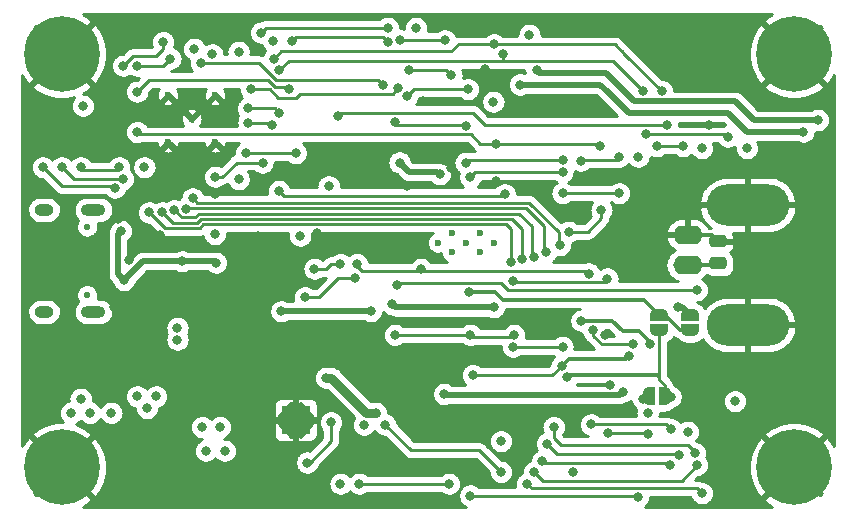
<source format=gbr>
%TF.GenerationSoftware,KiCad,Pcbnew,(5.99.0-10483-ga6ad7a4a70)*%
%TF.CreationDate,2021-05-23T17:26:51+03:00*%
%TF.ProjectId,uSMU_v10,75534d55-5f76-4313-902e-6b696361645f,rev?*%
%TF.SameCoordinates,Original*%
%TF.FileFunction,Copper,L4,Bot*%
%TF.FilePolarity,Positive*%
%FSLAX46Y46*%
G04 Gerber Fmt 4.6, Leading zero omitted, Abs format (unit mm)*
G04 Created by KiCad (PCBNEW (5.99.0-10483-ga6ad7a4a70)) date 2021-05-23 17:26:51*
%MOMM*%
%LPD*%
G01*
G04 APERTURE LIST*
G04 Aperture macros list*
%AMRoundRect*
0 Rectangle with rounded corners*
0 $1 Rounding radius*
0 $2 $3 $4 $5 $6 $7 $8 $9 X,Y pos of 4 corners*
0 Add a 4 corners polygon primitive as box body*
4,1,4,$2,$3,$4,$5,$6,$7,$8,$9,$2,$3,0*
0 Add four circle primitives for the rounded corners*
1,1,$1+$1,$2,$3*
1,1,$1+$1,$4,$5*
1,1,$1+$1,$6,$7*
1,1,$1+$1,$8,$9*
0 Add four rect primitives between the rounded corners*
20,1,$1+$1,$2,$3,$4,$5,0*
20,1,$1+$1,$4,$5,$6,$7,0*
20,1,$1+$1,$6,$7,$8,$9,0*
20,1,$1+$1,$8,$9,$2,$3,0*%
%AMFreePoly0*
4,1,19,0.134796,0.268011,0.222241,0.201516,0.279886,0.107999,0.300000,0.000000,0.299923,-0.006806,0.277364,-0.114321,0.217612,-0.206506,0.128681,-0.271001,0.022494,-0.299156,-0.086710,-0.287196,-0.184286,-0.236725,-0.257150,-0.154511,-0.295533,-0.051579,-0.294287,0.058270,-0.253579,0.160306,-0.178867,0.240845,-0.080172,0.289089,0.029275,0.298568,0.134796,0.268011,0.134796,0.268011,
$1*%
%AMFreePoly1*
4,1,22,0.500000,-0.750000,0.000000,-0.750000,0.000000,-0.745033,-0.079941,-0.743568,-0.215256,-0.701293,-0.333266,-0.622738,-0.424486,-0.514219,-0.481581,-0.384460,-0.499164,-0.250000,-0.500000,-0.250000,-0.500000,0.250000,-0.499164,0.250000,-0.499963,0.256109,-0.478152,0.396186,-0.417904,0.524511,-0.324060,0.630769,-0.204165,0.706417,-0.067858,0.745374,0.000000,0.744959,0.000000,0.750000,
0.500000,0.750000,0.500000,-0.750000,0.500000,-0.750000,$1*%
%AMFreePoly2*
4,1,20,0.000000,0.744959,0.073905,0.744508,0.209726,0.703889,0.328688,0.626782,0.421226,0.519385,0.479903,0.390333,0.500000,0.250000,0.500000,-0.250000,0.499851,-0.262216,0.476331,-0.402017,0.414519,-0.529596,0.319384,-0.634700,0.198574,-0.708877,0.061801,-0.746166,0.000000,-0.745033,0.000000,-0.750000,-0.500000,-0.750000,-0.500000,0.750000,0.000000,0.750000,0.000000,0.744959,
0.000000,0.744959,$1*%
G04 Aperture macros list end*
%TA.AperFunction,ComponentPad*%
%ADD10C,0.600000*%
%TD*%
%TA.AperFunction,ComponentPad*%
%ADD11O,2.500000X1.600000*%
%TD*%
%TA.AperFunction,ComponentPad*%
%ADD12O,7.000000X3.500000*%
%TD*%
%TA.AperFunction,SMDPad,CuDef*%
%ADD13R,2.450000X2.450000*%
%TD*%
%TA.AperFunction,ComponentPad*%
%ADD14C,0.800000*%
%TD*%
%TA.AperFunction,ComponentPad*%
%ADD15C,6.400000*%
%TD*%
%TA.AperFunction,ComponentPad*%
%ADD16O,1.600000X1.000000*%
%TD*%
%TA.AperFunction,WasherPad*%
%ADD17FreePoly0,270.000000*%
%TD*%
%TA.AperFunction,ComponentPad*%
%ADD18O,2.100000X1.000000*%
%TD*%
%TA.AperFunction,SMDPad,CuDef*%
%ADD19FreePoly1,0.000000*%
%TD*%
%TA.AperFunction,SMDPad,CuDef*%
%ADD20FreePoly2,0.000000*%
%TD*%
%TA.AperFunction,SMDPad,CuDef*%
%ADD21FreePoly1,90.000000*%
%TD*%
%TA.AperFunction,SMDPad,CuDef*%
%ADD22FreePoly2,90.000000*%
%TD*%
%TA.AperFunction,SMDPad,CuDef*%
%ADD23RoundRect,0.250000X0.475000X-0.250000X0.475000X0.250000X-0.475000X0.250000X-0.475000X-0.250000X0*%
%TD*%
%TA.AperFunction,SMDPad,CuDef*%
%ADD24FreePoly1,270.000000*%
%TD*%
%TA.AperFunction,SMDPad,CuDef*%
%ADD25FreePoly2,270.000000*%
%TD*%
%TA.AperFunction,ViaPad*%
%ADD26C,0.800000*%
%TD*%
%TA.AperFunction,Conductor*%
%ADD27C,0.250000*%
%TD*%
%TA.AperFunction,Conductor*%
%ADD28C,0.500000*%
%TD*%
%TA.AperFunction,Conductor*%
%ADD29C,0.750000*%
%TD*%
%TA.AperFunction,Conductor*%
%ADD30C,0.300000*%
%TD*%
%TA.AperFunction,Conductor*%
%ADD31C,0.254000*%
%TD*%
G04 APERTURE END LIST*
D10*
%TO.P,U3,49,VSS*%
%TO.N,GND*%
X122000000Y-93500000D03*
X120000000Y-95500000D03*
X120000000Y-91500000D03*
X124000000Y-95500000D03*
X124000000Y-91500000D03*
%TD*%
%TO.P,U10,21,VEE*%
%TO.N,-10V*%
X145225000Y-104000000D03*
X144025000Y-104800000D03*
X146425000Y-104800000D03*
X147625000Y-104000000D03*
X146425000Y-103200000D03*
X144025000Y-103200000D03*
X142825000Y-104000000D03*
%TD*%
D11*
%TO.P,J3,1,In*%
%TO.N,Net-(C45-Pad1)*%
X164000000Y-105875000D03*
D12*
%TO.P,J3,2,Ext*%
%TO.N,GND*%
X169080000Y-100795000D03*
D11*
X164000000Y-103335000D03*
D12*
X169080000Y-110955000D03*
%TD*%
D10*
%TO.P,U12,25,POWERPAD*%
%TO.N,GND*%
X131600000Y-119800000D03*
X130000000Y-119800000D03*
X131600000Y-118200000D03*
X130000000Y-118200000D03*
D13*
X130800000Y-119000000D03*
D10*
X130800000Y-119000000D03*
%TD*%
D14*
%TO.P,H4,1,1*%
%TO.N,GND*%
X173000000Y-120600000D03*
X174697056Y-124697056D03*
X175400000Y-123000000D03*
X171302944Y-124697056D03*
D15*
X173000000Y-123000000D03*
D14*
X171302944Y-121302944D03*
X170600000Y-123000000D03*
X173000000Y-125400000D03*
X174697056Y-121302944D03*
%TD*%
%TO.P,H1,1,1*%
%TO.N,GND*%
X111000000Y-90400000D03*
X108600000Y-88000000D03*
X112697056Y-89697056D03*
X113400000Y-88000000D03*
X109302944Y-89697056D03*
X111000000Y-85600000D03*
X112697056Y-86302944D03*
D15*
X111000000Y-88000000D03*
D14*
X109302944Y-86302944D03*
%TD*%
D16*
%TO.P,J2,*%
%TO.N,*%
X109505000Y-109845000D03*
D17*
X113155000Y-108415000D03*
X113155000Y-102635000D03*
D16*
X109505000Y-101205000D03*
D18*
X113685000Y-109845000D03*
X113685000Y-101205000D03*
%TD*%
D14*
%TO.P,H2,1,1*%
%TO.N,GND*%
X171302944Y-89697056D03*
X171302944Y-86302944D03*
X175400000Y-88000000D03*
X174697056Y-86302944D03*
X173000000Y-90400000D03*
D15*
X173000000Y-88000000D03*
D14*
X173000000Y-85600000D03*
X170600000Y-88000000D03*
X174697056Y-89697056D03*
%TD*%
%TO.P,H3,1,1*%
%TO.N,GND*%
X113400000Y-123000000D03*
X111000000Y-125400000D03*
X112697056Y-124697056D03*
X109302944Y-124697056D03*
X111000000Y-120600000D03*
X112697056Y-121302944D03*
X108600000Y-123000000D03*
X109302944Y-121302944D03*
D15*
X111000000Y-123000000D03*
%TD*%
D19*
%TO.P,JP4,1,A*%
%TO.N,Net-(AmpOut1-Pad1)*%
X160750000Y-117000000D03*
D20*
%TO.P,JP4,2,B*%
%TO.N,Net-(JP4-Pad2)*%
X162050000Y-117000000D03*
%TD*%
D21*
%TO.P,JP2,1,A*%
%TO.N,Net-(JP4-Pad2)*%
X161600000Y-111400000D03*
D22*
%TO.P,JP2,2,B*%
%TO.N,Net-(JP2-Pad2)*%
X161600000Y-110100000D03*
%TD*%
D23*
%TO.P,C45,1*%
%TO.N,Net-(C45-Pad1)*%
X166600000Y-105750000D03*
%TO.P,C45,2*%
%TO.N,GND*%
X166600000Y-103850000D03*
%TD*%
D24*
%TO.P,JP3,1,A*%
%TO.N,Net-(C45-Pad1)*%
X164200000Y-110100000D03*
D25*
%TO.P,JP3,2,B*%
%TO.N,Net-(JP2-Pad2)*%
X164200000Y-111400000D03*
%TD*%
D26*
%TO.N,Net-(C9-Pad1)*%
X132400000Y-106200000D03*
X134600000Y-105800000D03*
%TO.N,+10V*%
X147600000Y-109451563D03*
X139000000Y-109200000D03*
X139600000Y-97200000D03*
X143000000Y-98200000D03*
X122900000Y-119600000D03*
X131200000Y-103400000D03*
X123200000Y-121600000D03*
X148200000Y-120800000D03*
X164000000Y-120000000D03*
X124800000Y-121600000D03*
X124400000Y-119600000D03*
%TO.N,-10V*%
X160600000Y-118400000D03*
X133375000Y-115425000D03*
X138400000Y-119400000D03*
X148200000Y-123400000D03*
X137600000Y-118400000D03*
X136600000Y-119400000D03*
%TO.N,Net-(AmpOut1-Pad1)*%
X158500000Y-116600000D03*
X160200000Y-117200000D03*
X143400000Y-116800000D03*
%TO.N,VBUS*%
X118200000Y-118000000D03*
X121200000Y-105550000D03*
X143800000Y-124400000D03*
X124079304Y-105680815D03*
X117400000Y-117000000D03*
X116000000Y-103000000D03*
X119000000Y-117000000D03*
X134600000Y-124400000D03*
X136200000Y-124400000D03*
X116250000Y-107149500D03*
%TO.N,Net-(C21-Pad1)*%
X145600000Y-111800000D03*
X139200000Y-111800000D03*
X149275500Y-111800000D03*
%TO.N,Net-(C36-Pad1)*%
X155825000Y-119375000D03*
X162600000Y-119800000D03*
%TO.N,Net-(C28-Pad1)*%
X133800000Y-119200000D03*
X131800000Y-122600000D03*
%TO.N,Net-(R7-Pad1)*%
X120200000Y-88400000D03*
X115874999Y-97600000D03*
X117400000Y-89000000D03*
X112600000Y-97600000D03*
%TO.N,Net-(C36-Pad2)*%
X157250000Y-120125000D03*
X160600000Y-120200000D03*
%TO.N,Net-(D4-Pad4)*%
X145600000Y-98425000D03*
X153400000Y-98000000D03*
%TO.N,Net-(C42-Pad2)*%
X149800000Y-90600000D03*
X173800000Y-94600000D03*
%TO.N,Net-(C45-Pad1)*%
X134400000Y-93225000D03*
X159000000Y-113600000D03*
X153324500Y-114400000D03*
X145800000Y-115200000D03*
X163200000Y-109400000D03*
X162250000Y-94000000D03*
%TO.N,+4V5*%
X113400000Y-118400000D03*
X141000000Y-85800000D03*
X159800000Y-125524500D03*
X159825510Y-96700000D03*
X115200000Y-118400000D03*
X120800000Y-111200000D03*
X145600000Y-125400000D03*
X137175000Y-109775000D03*
X147550000Y-92050000D03*
X165200000Y-96000000D03*
X169000000Y-96000000D03*
X120800000Y-112200000D03*
X111800000Y-118400000D03*
X112600000Y-117200000D03*
X168012299Y-117412299D03*
X150600000Y-86400000D03*
X129600000Y-109800000D03*
X133600000Y-99200000D03*
%TO.N,Net-(D3-Pad2)*%
X154948829Y-97044774D03*
X158200000Y-96700000D03*
%TO.N,Net-(D3-Pad4)*%
X153400000Y-97000000D03*
X145200000Y-97225000D03*
%TO.N,Net-(D4-Pad2)*%
X158200000Y-99800000D03*
X153400000Y-99800000D03*
%TO.N,GND*%
X116600000Y-100400000D03*
X140350000Y-117050000D03*
X154250000Y-123375000D03*
X125600000Y-113400000D03*
X147800000Y-85800000D03*
X123775000Y-86025000D03*
X115400000Y-109400000D03*
X108750000Y-105500000D03*
X135187701Y-104212299D03*
X144000000Y-97625000D03*
X142200000Y-115400000D03*
X157400000Y-116025000D03*
X164000000Y-117200000D03*
X116723625Y-105474500D03*
X108500000Y-93500000D03*
X125000000Y-116400000D03*
X126000000Y-108400000D03*
X154250000Y-119800000D03*
X147800000Y-98724500D03*
X131800000Y-124000000D03*
X163600000Y-113425000D03*
X129816478Y-122016478D03*
X141600000Y-92000000D03*
X165800000Y-94000000D03*
X132600000Y-103149580D03*
X124000000Y-99900500D03*
X115800000Y-102000000D03*
X168400000Y-123400000D03*
X159600000Y-102700000D03*
X157000000Y-111800000D03*
X130600000Y-98600000D03*
X119300787Y-103337334D03*
X125975000Y-86025000D03*
X130100000Y-123700000D03*
X146800000Y-89324500D03*
X127612353Y-103398497D03*
X140200000Y-99200000D03*
X138700000Y-105400000D03*
X126600000Y-119700000D03*
X121800000Y-117000000D03*
%TO.N,/SDA*%
X156000000Y-111400000D03*
X159400000Y-112600000D03*
X160500000Y-94825000D03*
X167400000Y-95025000D03*
X126800000Y-92625000D03*
X160200000Y-91150500D03*
X129400000Y-93000000D03*
X148400000Y-88000000D03*
X129400000Y-89400000D03*
%TO.N,/SCL*%
X161800000Y-91150500D03*
X128800000Y-94025000D03*
X155000000Y-110600000D03*
X126808627Y-93818980D03*
X129000000Y-88400000D03*
X160800000Y-112600000D03*
X161400000Y-95825000D03*
X163600000Y-95825000D03*
X147600000Y-87200000D03*
%TO.N,/I_LIM*%
X129400000Y-99600000D03*
X148500000Y-99900500D03*
%TO.N,/AMP_EN*%
X117400000Y-94625000D03*
X156600000Y-95800000D03*
X147800000Y-95600000D03*
X153943442Y-103068375D03*
X156700000Y-101225000D03*
%TO.N,/2.048V_REF*%
X164800000Y-108000000D03*
X145400000Y-91000000D03*
X139400000Y-107600000D03*
X140211611Y-91608345D03*
%TO.N,/+4V096*%
X155600000Y-106600000D03*
X141400000Y-106200000D03*
X136000000Y-105800000D03*
%TO.N,+3V3*%
X122225000Y-87575000D03*
X128900000Y-86900000D03*
X118000000Y-97600000D03*
X125975000Y-87825000D03*
X112800000Y-92400000D03*
X123950000Y-103250000D03*
X125975000Y-98625000D03*
X123750000Y-88050000D03*
%TO.N,/SWDIO*%
X124000000Y-98400000D03*
X128000000Y-97200000D03*
X127900000Y-86200000D03*
X138600000Y-85800000D03*
%TO.N,/SWCLK*%
X130500000Y-86900000D03*
X126600000Y-96400000D03*
X138600000Y-87000000D03*
X130800000Y-96400000D03*
%TO.N,/NRST*%
X122800000Y-88800000D03*
X138200000Y-90600000D03*
%TO.N,/ADC_ALERT*%
X143425000Y-86850000D03*
X127000000Y-91000000D03*
X139502967Y-90903485D03*
X139600000Y-86825000D03*
%TO.N,Net-(R5-Pad1)*%
X116200000Y-98600000D03*
X111000000Y-97600000D03*
%TO.N,Net-(R3-Pad1)*%
X144000000Y-89824500D03*
X140400000Y-89400000D03*
%TO.N,/I_DAC*%
X130200000Y-91000000D03*
X117400000Y-91200000D03*
%TO.N,Net-(R4-Pad1)*%
X119600000Y-87000000D03*
X109400000Y-97600000D03*
X115492892Y-99324999D03*
X116200000Y-89000000D03*
%TO.N,Net-(R9-Pad2)*%
X131600000Y-108600000D03*
X135800000Y-107000000D03*
%TO.N,Net-(R18-Pad1)*%
X149200000Y-112800000D03*
X153400000Y-112800000D03*
%TO.N,Net-(R20-Pad2)*%
X149200000Y-107200000D03*
X157200000Y-107025000D03*
%TO.N,/I_G0*%
X165200000Y-125200000D03*
X118400000Y-101425000D03*
X149000000Y-105600000D03*
X150400000Y-124400000D03*
%TO.N,/I_G1*%
X119524244Y-101425000D03*
X150000000Y-105400000D03*
X164800000Y-122800000D03*
X151000000Y-123400000D03*
%TO.N,/I_G2*%
X122075000Y-100225000D03*
X153200000Y-104200000D03*
X164600000Y-121800000D03*
X152649478Y-119600000D03*
%TO.N,/I_G3*%
X163250000Y-122000000D03*
X152083467Y-121000000D03*
X121500000Y-101125000D03*
X152000000Y-104800000D03*
%TO.N,/I_G4*%
X151646991Y-122506018D03*
X151000000Y-105200000D03*
X120506114Y-101235432D03*
X162500000Y-122800000D03*
%TO.N,Net-(C43-Pad2)*%
X175000000Y-93600000D03*
X151200000Y-89400000D03*
%TO.N,Net-(JP2-Pad2)*%
X145475500Y-108124500D03*
%TO.N,Net-(JP4-Pad2)*%
X162550500Y-117025500D03*
X153800000Y-115400000D03*
%TO.N,Net-(R10-Pad1)*%
X145200000Y-94100500D03*
X139200000Y-93800000D03*
%TD*%
D27*
%TO.N,Net-(C9-Pad1)*%
X133800000Y-105800000D02*
X133400000Y-106200000D01*
X133400000Y-106200000D02*
X132400000Y-106200000D01*
X134600000Y-105800000D02*
X133800000Y-105800000D01*
D28*
%TO.N,+10V*%
X140400000Y-98000000D02*
X142800000Y-98000000D01*
X139600000Y-97200000D02*
X140400000Y-98000000D01*
X147600000Y-109451563D02*
X139251563Y-109451563D01*
X142800000Y-98000000D02*
X143000000Y-98200000D01*
X139251563Y-109451563D02*
X139000000Y-109200000D01*
D29*
%TO.N,-10V*%
X133375000Y-115425000D02*
X133825000Y-115425000D01*
X133825000Y-115425000D02*
X136800000Y-118400000D01*
D27*
X148200000Y-123400000D02*
X146363861Y-121563861D01*
X146363861Y-121563861D02*
X140563861Y-121563861D01*
D29*
X136800000Y-118400000D02*
X137600000Y-118400000D01*
D27*
X140563861Y-121563861D02*
X138400000Y-119400000D01*
%TO.N,Net-(AmpOut1-Pad1)*%
X160200000Y-117200000D02*
X160550000Y-117200000D01*
D28*
X158500000Y-116600000D02*
X158225489Y-116874511D01*
X158225489Y-116874511D02*
X143474511Y-116874511D01*
X143474511Y-116874511D02*
X143400000Y-116800000D01*
D27*
X160550000Y-117200000D02*
X160750000Y-117000000D01*
D28*
%TO.N,VBUS*%
X115774989Y-103225011D02*
X116000000Y-103000000D01*
X116250000Y-107149500D02*
X115774989Y-106674489D01*
X121200000Y-105550000D02*
X117849500Y-105550000D01*
X117849500Y-105550000D02*
X116250000Y-107149500D01*
D27*
X136200000Y-124400000D02*
X143800000Y-124400000D01*
D28*
X124079304Y-105680815D02*
X123948489Y-105550000D01*
X123948489Y-105550000D02*
X121200000Y-105550000D01*
X115774989Y-106674489D02*
X115774989Y-103225011D01*
D27*
%TO.N,Net-(C21-Pad1)*%
X149075500Y-112000000D02*
X145800000Y-112000000D01*
X149275500Y-111800000D02*
X149075500Y-112000000D01*
X139200000Y-111800000D02*
X145600000Y-111800000D01*
X145800000Y-112000000D02*
X145600000Y-111800000D01*
%TO.N,Net-(C36-Pad1)*%
X162600000Y-119800000D02*
X162175000Y-119375000D01*
X162175000Y-119375000D02*
X155825000Y-119375000D01*
%TO.N,Net-(C28-Pad1)*%
X132000000Y-122600000D02*
X133800000Y-120800000D01*
X133800000Y-120800000D02*
X133800000Y-119200000D01*
X131800000Y-122600000D02*
X132000000Y-122600000D01*
%TO.N,Net-(R7-Pad1)*%
X112600000Y-97600000D02*
X112800000Y-97800000D01*
X112800000Y-97800000D02*
X115674999Y-97800000D01*
X117400000Y-89000000D02*
X119600000Y-89000000D01*
X115674999Y-97800000D02*
X115874999Y-97600000D01*
X119600000Y-89000000D02*
X120200000Y-88400000D01*
%TO.N,Net-(C36-Pad2)*%
X160600000Y-120200000D02*
X160525000Y-120125000D01*
X160525000Y-120125000D02*
X157250000Y-120125000D01*
%TO.N,Net-(D4-Pad4)*%
X145600000Y-98425000D02*
X146025000Y-98000000D01*
X151600000Y-98000000D02*
X153400000Y-98000000D01*
X146025000Y-98000000D02*
X151600000Y-98000000D01*
D28*
%TO.N,Net-(C42-Pad2)*%
X157233255Y-91225000D02*
X159008255Y-93000000D01*
X169000000Y-94600000D02*
X173800000Y-94600000D01*
X167400000Y-93000000D02*
X169000000Y-94600000D01*
X157225000Y-91225000D02*
X157233255Y-91225000D01*
X156600000Y-90600000D02*
X157225000Y-91225000D01*
X149800000Y-90600000D02*
X156600000Y-90600000D01*
X159008255Y-93000000D02*
X167400000Y-93000000D01*
D30*
%TO.N,Net-(C45-Pad1)*%
X158800000Y-113800000D02*
X153924500Y-113800000D01*
D27*
X146800000Y-94000000D02*
X145800000Y-93000000D01*
X162250000Y-94000000D02*
X146800000Y-94000000D01*
D30*
X166475000Y-105875000D02*
X164000000Y-105875000D01*
D28*
X163500000Y-109400000D02*
X164200000Y-110100000D01*
D30*
X153924500Y-113800000D02*
X153324500Y-114400000D01*
D27*
X152524500Y-115200000D02*
X145800000Y-115200000D01*
D30*
X159000000Y-113600000D02*
X158800000Y-113800000D01*
D28*
X163200000Y-109400000D02*
X163500000Y-109400000D01*
D27*
X153324500Y-114400000D02*
X152524500Y-115200000D01*
X134625000Y-93000000D02*
X134400000Y-93225000D01*
D30*
X166600000Y-105750000D02*
X166475000Y-105875000D01*
D27*
X145800000Y-93000000D02*
X134625000Y-93000000D01*
%TO.N,+4V5*%
X159675500Y-125400000D02*
X159800000Y-125524500D01*
D28*
X137175000Y-109775000D02*
X129625000Y-109775000D01*
D27*
X145600000Y-125400000D02*
X159675500Y-125400000D01*
D28*
X129625000Y-109775000D02*
X129600000Y-109800000D01*
D27*
%TO.N,Net-(D3-Pad2)*%
X157900000Y-97000000D02*
X154993603Y-97000000D01*
X154993603Y-97000000D02*
X154948829Y-97044774D01*
X158200000Y-96700000D02*
X157900000Y-97000000D01*
%TO.N,Net-(D3-Pad4)*%
X145425000Y-97000000D02*
X145200000Y-97225000D01*
X153400000Y-97000000D02*
X145425000Y-97000000D01*
%TO.N,Net-(D4-Pad2)*%
X158200000Y-99800000D02*
X153400000Y-99800000D01*
D30*
%TO.N,GND*%
X166600000Y-103850000D02*
X166085000Y-103335000D01*
X166085000Y-103335000D02*
X164000000Y-103335000D01*
D27*
%TO.N,/SDA*%
X129400000Y-89400000D02*
X130200000Y-88600000D01*
X129400000Y-93000000D02*
X129025000Y-92625000D01*
X130200000Y-88600000D02*
X148400000Y-88600000D01*
X156000000Y-111400000D02*
X156000000Y-111872277D01*
X156727723Y-112600000D02*
X157413954Y-112600000D01*
X160500000Y-94825000D02*
X167200000Y-94825000D01*
X167200000Y-94825000D02*
X167400000Y-95025000D01*
X129025000Y-92625000D02*
X126800000Y-92625000D01*
X156000000Y-111872277D02*
X156727723Y-112600000D01*
X148400000Y-88000000D02*
X148400000Y-88600000D01*
X157649500Y-88600000D02*
X160200000Y-91150500D01*
X157413954Y-112600000D02*
X159400000Y-112600000D01*
X148400000Y-88600000D02*
X157649500Y-88600000D01*
X157408034Y-112605920D02*
X157413954Y-112600000D01*
%TO.N,/SCL*%
X147600000Y-87200000D02*
X157849500Y-87200000D01*
D30*
X160800000Y-112400000D02*
X160800000Y-112600000D01*
D27*
X128593980Y-93818980D02*
X126808627Y-93818980D01*
X144000000Y-87800000D02*
X129600000Y-87800000D01*
D30*
X157600000Y-110600000D02*
X158500000Y-111500000D01*
D27*
X158449500Y-87800000D02*
X158724750Y-88075250D01*
D30*
X159900000Y-111500000D02*
X160800000Y-112400000D01*
D27*
X129600000Y-87800000D02*
X129000000Y-88400000D01*
D30*
X155000000Y-110600000D02*
X157600000Y-110600000D01*
D27*
X147600000Y-87200000D02*
X144600000Y-87200000D01*
X128800000Y-94025000D02*
X128593980Y-93818980D01*
X163600000Y-95825000D02*
X161400000Y-95825000D01*
X157849500Y-87200000D02*
X158724750Y-88075250D01*
X144600000Y-87200000D02*
X144000000Y-87800000D01*
D30*
X158500000Y-111500000D02*
X159900000Y-111500000D01*
D27*
X158724750Y-88075250D02*
X161800000Y-91150500D01*
%TO.N,/I_LIM*%
X129800000Y-100000000D02*
X148400500Y-100000000D01*
X129400000Y-99600000D02*
X129800000Y-100000000D01*
X148400500Y-100000000D02*
X148500000Y-99900500D01*
%TO.N,/AMP_EN*%
X156400000Y-95600000D02*
X147800000Y-95600000D01*
X146400000Y-95600000D02*
X145625000Y-94825000D01*
X155556625Y-103068375D02*
X156700000Y-101925000D01*
X145625000Y-94825000D02*
X117600000Y-94825000D01*
X156700000Y-101925000D02*
X156700000Y-101225000D01*
X117600000Y-94825000D02*
X117400000Y-94625000D01*
X147800000Y-95600000D02*
X146400000Y-95600000D01*
X153943442Y-103068375D02*
X155556625Y-103068375D01*
X156600000Y-95800000D02*
X156400000Y-95600000D01*
%TO.N,/2.048V_REF*%
X148200000Y-107400000D02*
X148800000Y-108000000D01*
X145400000Y-91000000D02*
X140819956Y-91000000D01*
X139400000Y-107600000D02*
X139600000Y-107400000D01*
X139600000Y-107400000D02*
X148200000Y-107400000D01*
X148800000Y-108000000D02*
X164800000Y-108000000D01*
X140819956Y-91000000D02*
X140211611Y-91608345D01*
%TO.N,/+4V096*%
X155600000Y-106600000D02*
X155400000Y-106400000D01*
X136000000Y-106000000D02*
X136400000Y-106400000D01*
X138600000Y-106400000D02*
X141200000Y-106400000D01*
X136400000Y-106400000D02*
X138600000Y-106400000D01*
X141600000Y-106400000D02*
X141400000Y-106200000D01*
X141200000Y-106400000D02*
X141400000Y-106200000D01*
X138200000Y-106400000D02*
X138600000Y-106400000D01*
X155400000Y-106400000D02*
X141600000Y-106400000D01*
X136000000Y-105800000D02*
X136000000Y-106000000D01*
%TO.N,/SWDIO*%
X125800000Y-97200000D02*
X128000000Y-97200000D01*
X124000000Y-98400000D02*
X124600000Y-98400000D01*
X128300000Y-85800000D02*
X138600000Y-85800000D01*
X124600000Y-98400000D02*
X125800000Y-97200000D01*
X127900000Y-86200000D02*
X128300000Y-85800000D01*
%TO.N,/SWCLK*%
X138185000Y-86585000D02*
X138600000Y-87000000D01*
X130500000Y-86900000D02*
X130815000Y-86585000D01*
X126600000Y-96400000D02*
X130800000Y-96400000D01*
X130815000Y-86585000D02*
X138185000Y-86585000D01*
%TO.N,/NRST*%
X138200000Y-90600000D02*
X137800000Y-90200000D01*
X129100000Y-90200000D02*
X127700000Y-88800000D01*
X137800000Y-90200000D02*
X129100000Y-90200000D01*
X127700000Y-88800000D02*
X122800000Y-88800000D01*
%TO.N,/ADC_ALERT*%
X139006452Y-91400000D02*
X131200000Y-91400000D01*
X143400000Y-86825000D02*
X143425000Y-86850000D01*
X130874999Y-91725001D02*
X129325001Y-91725001D01*
X128600000Y-91000000D02*
X127000000Y-91000000D01*
X131200000Y-91400000D02*
X130874999Y-91725001D01*
X139502967Y-90903485D02*
X139006452Y-91400000D01*
X139600000Y-86825000D02*
X143400000Y-86825000D01*
X129325001Y-91725001D02*
X128600000Y-91000000D01*
%TO.N,Net-(R5-Pad1)*%
X111999999Y-98599999D02*
X116200000Y-98600000D01*
X111000000Y-97600000D02*
X111999999Y-98599999D01*
%TO.N,Net-(R3-Pad1)*%
X143575500Y-89400000D02*
X140400000Y-89400000D01*
X144000000Y-89824500D02*
X143575500Y-89400000D01*
%TO.N,/I_DAC*%
X128463590Y-90200000D02*
X118400000Y-90200000D01*
X130200000Y-91000000D02*
X130025000Y-90825000D01*
X129088590Y-90825000D02*
X128463590Y-90200000D01*
X118400000Y-90200000D02*
X117400000Y-91200000D01*
X130025000Y-90825000D02*
X129088590Y-90825000D01*
%TO.N,Net-(R4-Pad1)*%
X119600000Y-87600000D02*
X119600000Y-87000000D01*
X111000000Y-99200000D02*
X115367893Y-99200000D01*
X119000000Y-88200000D02*
X119600000Y-87600000D01*
X116200000Y-89000000D02*
X117000000Y-88200000D01*
X117000000Y-88200000D02*
X119000000Y-88200000D01*
X109400000Y-97600000D02*
X111000000Y-99200000D01*
%TO.N,Net-(R9-Pad2)*%
X135800000Y-107000000D02*
X134400000Y-107000000D01*
X132800000Y-108600000D02*
X131600000Y-108600000D01*
X134400000Y-107000000D02*
X132800000Y-108600000D01*
%TO.N,Net-(R18-Pad1)*%
X149200000Y-112800000D02*
X153400000Y-112800000D01*
%TO.N,Net-(R20-Pad2)*%
X156900489Y-107324511D02*
X157200000Y-107025000D01*
X149200000Y-107200000D02*
X149324511Y-107324511D01*
X149324511Y-107324511D02*
X156900489Y-107324511D01*
%TO.N,/I_G0*%
X148600080Y-102425080D02*
X122991064Y-102425080D01*
X122666093Y-102750051D02*
X119725051Y-102750051D01*
X149000000Y-105600000D02*
X149000000Y-102825000D01*
X164800000Y-124800000D02*
X150800000Y-124800000D01*
X165200000Y-125200000D02*
X164800000Y-124800000D01*
X149000000Y-102825000D02*
X148600080Y-102425080D01*
X150800000Y-124800000D02*
X150400000Y-124400000D01*
X122991064Y-102425080D02*
X122666093Y-102750051D01*
X119725051Y-102750051D02*
X118400000Y-101425000D01*
%TO.N,/I_G1*%
X122804660Y-101975060D02*
X122479689Y-102300031D01*
X120399275Y-102300031D02*
X120074304Y-101975060D01*
X150000000Y-105400000D02*
X150000000Y-102825000D01*
X163475000Y-124125000D02*
X164800000Y-122800000D01*
X149150060Y-101975060D02*
X122804660Y-101975060D01*
X120074304Y-101975060D02*
X119524244Y-101425000D01*
X151000000Y-123400000D02*
X151725000Y-124125000D01*
X150000000Y-102825000D02*
X149150060Y-101975060D01*
X122479689Y-102300031D02*
X120399275Y-102300031D01*
X151725000Y-124125000D02*
X163475000Y-124125000D01*
%TO.N,/I_G2*%
X153250000Y-121125000D02*
X162925000Y-121125000D01*
X164000000Y-121125000D02*
X164600000Y-121725000D01*
X122475000Y-100625000D02*
X122075000Y-100225000D01*
X150575000Y-100625000D02*
X153074989Y-103124989D01*
X164600000Y-121725000D02*
X164600000Y-121800000D01*
X150575000Y-100625000D02*
X122475000Y-100625000D01*
X152649478Y-119600000D02*
X152649478Y-120524478D01*
X153200000Y-104200000D02*
X153074989Y-104074989D01*
X162925000Y-121125000D02*
X164000000Y-121125000D01*
X163925000Y-121125000D02*
X162925000Y-121125000D01*
X152649478Y-120524478D02*
X153250000Y-121125000D01*
X153074989Y-103124989D02*
X153074989Y-104074989D01*
%TO.N,/I_G3*%
X151800000Y-102600000D02*
X150275020Y-101075020D01*
X152083467Y-121000000D02*
X152958467Y-121875000D01*
X163125000Y-121875000D02*
X163250000Y-122000000D01*
X150275020Y-101075020D02*
X121549980Y-101075020D01*
X151800000Y-104600000D02*
X151800000Y-102600000D01*
X121549980Y-101075020D02*
X121500000Y-101125000D01*
X152000000Y-104800000D02*
X151800000Y-104600000D01*
X152958467Y-121875000D02*
X163125000Y-121875000D01*
%TO.N,/I_G4*%
X120774989Y-101225000D02*
X120516546Y-101225000D01*
X151646991Y-122506018D02*
X151765973Y-122625000D01*
X151765973Y-122625000D02*
X162325000Y-122625000D01*
X162325000Y-122625000D02*
X162500000Y-122800000D01*
X151000000Y-105200000D02*
X150800000Y-105000000D01*
X120774989Y-101473006D02*
X120774989Y-101225000D01*
X120516546Y-101225000D02*
X120506114Y-101235432D01*
X122618256Y-101525040D02*
X122293285Y-101850011D01*
X149725040Y-101525040D02*
X122618256Y-101525040D01*
X150800000Y-102600000D02*
X149725040Y-101525040D01*
X122293285Y-101850011D02*
X121151994Y-101850011D01*
X121151994Y-101850011D02*
X120774989Y-101473006D01*
X150800000Y-105000000D02*
X150800000Y-102600000D01*
D28*
%TO.N,Net-(C43-Pad2)*%
X151425000Y-89600000D02*
X151400000Y-89600000D01*
X151400000Y-89600000D02*
X151200000Y-89400000D01*
X175000000Y-93600000D02*
X169600000Y-93600000D01*
X168000000Y-92000000D02*
X159487500Y-92000000D01*
X169600000Y-93600000D02*
X168000000Y-92000000D01*
X159487500Y-92000000D02*
X157087500Y-89600000D01*
X157087500Y-89600000D02*
X151425000Y-89600000D01*
D30*
%TO.N,Net-(JP2-Pad2)*%
X163344296Y-111400000D02*
X162044296Y-110100000D01*
X145475500Y-108124500D02*
X147724500Y-108124500D01*
X164200000Y-111400000D02*
X163344296Y-111400000D01*
X147724500Y-108124500D02*
X148400000Y-108800000D01*
X148400000Y-108800000D02*
X160300000Y-108800000D01*
X160300000Y-108800000D02*
X161600000Y-110100000D01*
X162044296Y-110100000D02*
X161600000Y-110100000D01*
%TO.N,Net-(JP4-Pad2)*%
X153800000Y-115400000D02*
X154000000Y-115200000D01*
X154000000Y-115200000D02*
X161400000Y-115200000D01*
D27*
X162050000Y-116050000D02*
X161600000Y-115600000D01*
X162050000Y-117000000D02*
X162525000Y-117000000D01*
X161600000Y-115400000D02*
X161600000Y-111400000D01*
X162525000Y-117000000D02*
X162550500Y-117025500D01*
D30*
X161400000Y-115200000D02*
X161600000Y-115400000D01*
D27*
X161600000Y-115600000D02*
X161600000Y-115400000D01*
X162050000Y-117000000D02*
X162050000Y-116050000D01*
%TO.N,Net-(R10-Pad1)*%
X139400000Y-94000000D02*
X139200000Y-93800000D01*
X145099500Y-94000000D02*
X139400000Y-94000000D01*
X145200000Y-94100500D02*
X145099500Y-94000000D01*
X145099500Y-94000000D02*
X144400000Y-94000000D01*
%TD*%
%TO.N,GND*%
D31*
X171086297Y-84672181D02*
X171074876Y-84678775D01*
X170748929Y-84890447D01*
X170738259Y-84898200D01*
X170482857Y-85105021D01*
X170442505Y-85163435D01*
X170440139Y-85234392D01*
X170473056Y-85292036D01*
X175707964Y-90526944D01*
X175770276Y-90560970D01*
X175841091Y-90555905D01*
X175894979Y-90517143D01*
X176101800Y-90261741D01*
X176109553Y-90251071D01*
X176321225Y-89925124D01*
X176327819Y-89913703D01*
X176374000Y-89823068D01*
X176374000Y-121176932D01*
X176327819Y-121086297D01*
X176321225Y-121074876D01*
X176109553Y-120748929D01*
X176101800Y-120738259D01*
X175894979Y-120482857D01*
X175836565Y-120442505D01*
X175765608Y-120440139D01*
X175707964Y-120473056D01*
X170473056Y-125707964D01*
X170439030Y-125770276D01*
X170444095Y-125841091D01*
X170482857Y-125894979D01*
X170738259Y-126101800D01*
X170748929Y-126109553D01*
X171074876Y-126321225D01*
X171086297Y-126327819D01*
X171176932Y-126374000D01*
X160377217Y-126374000D01*
X160479959Y-126299354D01*
X160499534Y-126281728D01*
X160626201Y-126141050D01*
X160641684Y-126119740D01*
X160736334Y-125955800D01*
X160747048Y-125931737D01*
X160805546Y-125751701D01*
X160811023Y-125725934D01*
X160829356Y-125551500D01*
X164234842Y-125551500D01*
X164252952Y-125607236D01*
X164263666Y-125631300D01*
X164358316Y-125795240D01*
X164373799Y-125816550D01*
X164500466Y-125957228D01*
X164520041Y-125974854D01*
X164673189Y-126086122D01*
X164696001Y-126099293D01*
X164868936Y-126176289D01*
X164893988Y-126184429D01*
X165079152Y-126223787D01*
X165105349Y-126226540D01*
X165294651Y-126226540D01*
X165320848Y-126223787D01*
X165506012Y-126184429D01*
X165531064Y-126176289D01*
X165703999Y-126099293D01*
X165726811Y-126086122D01*
X165879959Y-125974854D01*
X165899534Y-125957228D01*
X166026201Y-125816550D01*
X166041684Y-125795240D01*
X166136334Y-125631300D01*
X166147048Y-125607237D01*
X166205546Y-125427201D01*
X166211023Y-125401434D01*
X166230810Y-125213170D01*
X166230810Y-125186830D01*
X166211023Y-124998566D01*
X166205546Y-124972799D01*
X166147048Y-124792763D01*
X166136334Y-124768700D01*
X166041684Y-124604760D01*
X166026201Y-124583450D01*
X165899534Y-124442772D01*
X165879959Y-124425146D01*
X165726811Y-124313878D01*
X165703999Y-124300707D01*
X165531064Y-124223711D01*
X165506012Y-124215571D01*
X165320848Y-124176213D01*
X165294651Y-124173460D01*
X165220312Y-124173460D01*
X165213888Y-124169928D01*
X165198177Y-124157742D01*
X165170992Y-124141665D01*
X165130993Y-124124356D01*
X165092803Y-124103361D01*
X165063439Y-124091735D01*
X165044186Y-124086791D01*
X165025942Y-124078897D01*
X164995614Y-124070086D01*
X164952562Y-124063267D01*
X164910467Y-124052459D01*
X164879132Y-124048500D01*
X164859328Y-124048500D01*
X164839516Y-124045362D01*
X164807948Y-124044370D01*
X164764256Y-124048500D01*
X164614281Y-124048500D01*
X164836241Y-123826540D01*
X164894651Y-123826540D01*
X164920848Y-123823787D01*
X165106012Y-123784429D01*
X165131064Y-123776289D01*
X165303999Y-123699293D01*
X165326811Y-123686122D01*
X165479959Y-123574854D01*
X165499534Y-123557228D01*
X165626201Y-123416550D01*
X165641684Y-123395240D01*
X165736334Y-123231300D01*
X165747048Y-123207237D01*
X165805546Y-123027201D01*
X165811023Y-123001434D01*
X165811867Y-122993406D01*
X169161173Y-122993406D01*
X169161173Y-123006594D01*
X169181513Y-123394708D01*
X169182891Y-123407825D01*
X169243689Y-123791687D01*
X169246431Y-123804587D01*
X169347020Y-124179991D01*
X169351096Y-124192534D01*
X169490375Y-124555367D01*
X169495739Y-124567416D01*
X169672181Y-124913703D01*
X169678775Y-124925124D01*
X169890447Y-125251071D01*
X169898200Y-125261741D01*
X170105021Y-125517143D01*
X170163435Y-125557495D01*
X170234392Y-125559861D01*
X170292036Y-125526944D01*
X172729885Y-123089095D01*
X172763911Y-123026783D01*
X172758846Y-122955968D01*
X172729885Y-122910905D01*
X170292036Y-120473056D01*
X170229724Y-120439030D01*
X170158909Y-120444095D01*
X170105021Y-120482857D01*
X169898200Y-120738259D01*
X169890447Y-120748929D01*
X169678775Y-121074876D01*
X169672181Y-121086297D01*
X169495739Y-121432584D01*
X169490375Y-121444633D01*
X169351096Y-121807466D01*
X169347020Y-121820009D01*
X169246431Y-122195413D01*
X169243689Y-122208313D01*
X169182891Y-122592175D01*
X169181513Y-122605292D01*
X169161173Y-122993406D01*
X165811867Y-122993406D01*
X165830810Y-122813170D01*
X165830810Y-122786830D01*
X165811023Y-122598566D01*
X165805546Y-122572799D01*
X165747048Y-122392763D01*
X165736334Y-122368700D01*
X165641684Y-122204760D01*
X165626201Y-122183450D01*
X165573717Y-122125160D01*
X165605546Y-122027200D01*
X165611023Y-122001434D01*
X165630810Y-121813170D01*
X165630810Y-121786830D01*
X165611023Y-121598566D01*
X165605546Y-121572799D01*
X165547048Y-121392763D01*
X165536334Y-121368700D01*
X165441684Y-121204760D01*
X165426201Y-121183450D01*
X165299534Y-121042772D01*
X165279959Y-121025146D01*
X165126811Y-120913878D01*
X165103999Y-120900707D01*
X164931064Y-120823711D01*
X164906012Y-120815571D01*
X164720848Y-120776213D01*
X164713189Y-120775408D01*
X164697153Y-120759372D01*
X164699534Y-120757228D01*
X164826201Y-120616550D01*
X164841684Y-120595240D01*
X164936334Y-120431300D01*
X164947048Y-120407237D01*
X165003209Y-120234392D01*
X170440139Y-120234392D01*
X170473056Y-120292036D01*
X172910905Y-122729885D01*
X172973217Y-122763911D01*
X173044032Y-122758846D01*
X173089095Y-122729885D01*
X175526944Y-120292036D01*
X175560970Y-120229724D01*
X175555905Y-120158909D01*
X175517143Y-120105021D01*
X175261741Y-119898200D01*
X175251071Y-119890447D01*
X174925124Y-119678775D01*
X174913703Y-119672181D01*
X174567416Y-119495739D01*
X174555367Y-119490375D01*
X174192534Y-119351096D01*
X174179991Y-119347020D01*
X173804587Y-119246431D01*
X173791687Y-119243689D01*
X173407825Y-119182891D01*
X173394708Y-119181513D01*
X173006594Y-119161173D01*
X172993406Y-119161173D01*
X172605292Y-119181513D01*
X172592175Y-119182891D01*
X172208313Y-119243689D01*
X172195413Y-119246431D01*
X171820009Y-119347020D01*
X171807466Y-119351096D01*
X171444633Y-119490375D01*
X171432584Y-119495739D01*
X171086297Y-119672181D01*
X171074876Y-119678775D01*
X170748929Y-119890447D01*
X170738259Y-119898200D01*
X170482857Y-120105021D01*
X170442505Y-120163435D01*
X170440139Y-120234392D01*
X165003209Y-120234392D01*
X165005546Y-120227201D01*
X165011023Y-120201434D01*
X165030810Y-120013170D01*
X165030810Y-119986830D01*
X165011023Y-119798566D01*
X165005546Y-119772799D01*
X164947048Y-119592763D01*
X164936334Y-119568700D01*
X164841684Y-119404760D01*
X164826201Y-119383450D01*
X164699534Y-119242772D01*
X164679959Y-119225146D01*
X164526811Y-119113878D01*
X164503999Y-119100707D01*
X164331064Y-119023711D01*
X164306012Y-119015571D01*
X164120848Y-118976213D01*
X164094651Y-118973460D01*
X163905349Y-118973460D01*
X163879152Y-118976213D01*
X163693988Y-119015571D01*
X163668936Y-119023711D01*
X163496001Y-119100707D01*
X163473189Y-119113878D01*
X163406914Y-119162029D01*
X163299534Y-119042772D01*
X163279959Y-119025146D01*
X163126811Y-118913878D01*
X163103999Y-118900707D01*
X162931064Y-118823711D01*
X162906012Y-118815571D01*
X162720848Y-118776213D01*
X162694651Y-118773460D01*
X162632273Y-118773460D01*
X162631852Y-118773065D01*
X162606300Y-118754501D01*
X162588888Y-118744928D01*
X162573177Y-118732742D01*
X162545992Y-118716665D01*
X162505993Y-118699356D01*
X162467803Y-118678361D01*
X162438439Y-118666735D01*
X162419186Y-118661791D01*
X162400942Y-118653897D01*
X162370614Y-118645086D01*
X162327562Y-118638267D01*
X162285467Y-118627459D01*
X162254132Y-118623500D01*
X162234328Y-118623500D01*
X162214516Y-118620362D01*
X162182948Y-118619370D01*
X162139256Y-118623500D01*
X161606332Y-118623500D01*
X161611023Y-118601434D01*
X161630810Y-118413170D01*
X161630810Y-118386830D01*
X161630250Y-118381500D01*
X162045085Y-118381500D01*
X162100847Y-118382522D01*
X162118730Y-118381577D01*
X162260957Y-118363862D01*
X162278525Y-118360391D01*
X162416666Y-118322729D01*
X162433565Y-118316803D01*
X162565099Y-118259882D01*
X162580986Y-118251620D01*
X162703004Y-118176701D01*
X162717561Y-118166270D01*
X162827837Y-118074717D01*
X162840767Y-118062328D01*
X162905015Y-117991348D01*
X163054499Y-117924793D01*
X163077311Y-117911622D01*
X163230459Y-117800354D01*
X163250034Y-117782728D01*
X163376701Y-117642050D01*
X163392184Y-117620740D01*
X163486834Y-117456800D01*
X163497548Y-117432737D01*
X163508468Y-117399129D01*
X166981489Y-117399129D01*
X166981489Y-117425469D01*
X167001276Y-117613733D01*
X167006753Y-117639500D01*
X167065251Y-117819536D01*
X167075965Y-117843599D01*
X167170615Y-118007539D01*
X167186098Y-118028849D01*
X167312765Y-118169527D01*
X167332340Y-118187153D01*
X167485488Y-118298421D01*
X167508300Y-118311592D01*
X167681235Y-118388588D01*
X167706287Y-118396728D01*
X167891451Y-118436086D01*
X167917648Y-118438839D01*
X168106950Y-118438839D01*
X168133147Y-118436086D01*
X168318311Y-118396728D01*
X168343363Y-118388588D01*
X168516298Y-118311592D01*
X168539110Y-118298421D01*
X168692258Y-118187153D01*
X168711833Y-118169527D01*
X168838500Y-118028849D01*
X168853983Y-118007539D01*
X168948633Y-117843599D01*
X168959347Y-117819536D01*
X169017845Y-117639500D01*
X169023322Y-117613733D01*
X169043109Y-117425469D01*
X169043109Y-117399129D01*
X169023322Y-117210865D01*
X169017845Y-117185098D01*
X168959347Y-117005062D01*
X168948633Y-116980999D01*
X168853983Y-116817059D01*
X168838500Y-116795749D01*
X168711833Y-116655071D01*
X168692258Y-116637445D01*
X168539110Y-116526177D01*
X168516298Y-116513006D01*
X168343363Y-116436010D01*
X168318311Y-116427870D01*
X168133147Y-116388512D01*
X168106950Y-116385759D01*
X167917648Y-116385759D01*
X167891451Y-116388512D01*
X167706287Y-116427870D01*
X167681235Y-116436010D01*
X167508300Y-116513006D01*
X167485488Y-116526177D01*
X167332340Y-116637445D01*
X167312765Y-116655071D01*
X167186098Y-116795749D01*
X167170615Y-116817059D01*
X167075965Y-116980999D01*
X167065251Y-117005062D01*
X167006753Y-117185098D01*
X167001276Y-117210865D01*
X166981489Y-117399129D01*
X163508468Y-117399129D01*
X163556046Y-117252701D01*
X163561523Y-117226934D01*
X163581310Y-117038670D01*
X163581310Y-117012330D01*
X163561523Y-116824066D01*
X163556046Y-116798299D01*
X163497548Y-116618263D01*
X163486834Y-116594200D01*
X163392184Y-116430260D01*
X163376701Y-116408950D01*
X163250034Y-116268272D01*
X163230459Y-116250646D01*
X163077311Y-116139378D01*
X163054499Y-116126207D01*
X162969980Y-116088576D01*
X162964537Y-116080066D01*
X162953841Y-116065705D01*
X162860377Y-115957234D01*
X162847753Y-115944532D01*
X162787542Y-115892007D01*
X162785698Y-115877409D01*
X162777844Y-115846818D01*
X162761801Y-115806297D01*
X162749641Y-115764445D01*
X162737099Y-115735462D01*
X162726981Y-115718353D01*
X162719662Y-115699868D01*
X162704448Y-115672194D01*
X162678826Y-115636928D01*
X162656703Y-115599520D01*
X162637345Y-115574564D01*
X162623343Y-115560562D01*
X162611552Y-115544333D01*
X162589930Y-115521308D01*
X162556114Y-115493333D01*
X162373922Y-115311141D01*
X162373368Y-115293500D01*
X162368427Y-115262304D01*
X162351500Y-115204041D01*
X162351500Y-112415417D01*
X162371196Y-112406750D01*
X162387033Y-112398391D01*
X162508712Y-112322652D01*
X162523204Y-112312133D01*
X162632808Y-112220001D01*
X162645662Y-112207533D01*
X162741191Y-112100690D01*
X162752148Y-112086526D01*
X162824352Y-111978057D01*
X162835089Y-111987524D01*
X162839555Y-111990988D01*
X162872749Y-112022160D01*
X162898304Y-112040727D01*
X162916760Y-112050873D01*
X162933393Y-112063775D01*
X162960579Y-112079853D01*
X163002373Y-112097939D01*
X163042289Y-112119883D01*
X163071657Y-112131510D01*
X163090930Y-112136458D01*
X163125283Y-112177837D01*
X163137672Y-112190768D01*
X163243827Y-112286854D01*
X163257923Y-112297897D01*
X163376742Y-112378042D01*
X163392263Y-112386975D01*
X163521118Y-112449405D01*
X163537748Y-112456048D01*
X163674289Y-112499624D01*
X163691693Y-112503843D01*
X163832892Y-112527598D01*
X163842540Y-112528840D01*
X163920220Y-112535807D01*
X163929934Y-112536302D01*
X163942272Y-112536453D01*
X163951998Y-112536196D01*
X164024145Y-112531500D01*
X164372204Y-112531500D01*
X164420219Y-112535807D01*
X164429934Y-112536302D01*
X164442272Y-112536453D01*
X164451998Y-112536196D01*
X164529845Y-112531129D01*
X164539523Y-112530122D01*
X164681260Y-112509824D01*
X164698762Y-112506032D01*
X164836330Y-112465804D01*
X164853118Y-112459569D01*
X164983460Y-112400305D01*
X164999193Y-112391754D01*
X165119933Y-112314537D01*
X165134295Y-112303841D01*
X165242766Y-112210377D01*
X165255468Y-112197753D01*
X165277079Y-112172980D01*
X165291085Y-112199545D01*
X165299836Y-112213770D01*
X165473595Y-112458272D01*
X165484150Y-112471214D01*
X165688719Y-112690588D01*
X165700894Y-112702020D01*
X165932680Y-112892411D01*
X165946260Y-112902134D01*
X166201190Y-113060197D01*
X166215936Y-113068037D01*
X166489531Y-113190996D01*
X166505184Y-113196818D01*
X166792639Y-113282512D01*
X166808925Y-113286212D01*
X167105187Y-113333135D01*
X167119182Y-113334556D01*
X167214180Y-113338870D01*
X167219896Y-113339000D01*
X168826000Y-113339000D01*
X168894121Y-113318998D01*
X168940614Y-113265342D01*
X168952000Y-113213000D01*
X168952000Y-111209000D01*
X169208000Y-111209000D01*
X169208000Y-113213000D01*
X169228002Y-113281121D01*
X169281658Y-113327614D01*
X169334000Y-113339000D01*
X170905279Y-113339000D01*
X170913629Y-113338723D01*
X171137646Y-113323844D01*
X171154201Y-113321635D01*
X171448239Y-113262346D01*
X171464356Y-113257967D01*
X171747970Y-113160311D01*
X171763366Y-113153839D01*
X172031572Y-113019531D01*
X172045976Y-113011080D01*
X172294064Y-112842480D01*
X172307225Y-112832198D01*
X172530835Y-112632268D01*
X172542520Y-112620335D01*
X172737723Y-112392587D01*
X172747727Y-112379215D01*
X172911095Y-112127651D01*
X172919243Y-112113072D01*
X173047904Y-111842112D01*
X173054052Y-111826584D01*
X173145747Y-111540987D01*
X173149788Y-111524782D01*
X173202592Y-111231313D01*
X173194969Y-111160727D01*
X173150395Y-111105467D01*
X173078583Y-111083000D01*
X169334000Y-111083000D01*
X169265879Y-111103002D01*
X169219386Y-111156658D01*
X169208000Y-111209000D01*
X168952000Y-111209000D01*
X168952000Y-108697000D01*
X169208000Y-108697000D01*
X169208000Y-110701000D01*
X169228002Y-110769121D01*
X169281658Y-110815614D01*
X169334000Y-110827000D01*
X173074428Y-110827000D01*
X173142549Y-110806998D01*
X173189042Y-110753342D01*
X173199949Y-110690018D01*
X173191882Y-110597811D01*
X173189327Y-110581307D01*
X173123894Y-110288575D01*
X173119178Y-110272553D01*
X173015603Y-109991047D01*
X173008810Y-109975790D01*
X172868915Y-109710455D01*
X172860164Y-109696230D01*
X172686405Y-109451728D01*
X172675850Y-109438786D01*
X172471281Y-109219412D01*
X172459106Y-109207980D01*
X172227320Y-109017589D01*
X172213740Y-109007866D01*
X171958810Y-108849803D01*
X171944064Y-108841963D01*
X171670469Y-108719004D01*
X171654816Y-108713182D01*
X171367361Y-108627488D01*
X171351075Y-108623788D01*
X171054813Y-108576865D01*
X171040818Y-108575444D01*
X170945820Y-108571130D01*
X170940104Y-108571000D01*
X169334000Y-108571000D01*
X169265879Y-108591002D01*
X169219386Y-108644658D01*
X169208000Y-108697000D01*
X168952000Y-108697000D01*
X168931998Y-108628879D01*
X168878342Y-108582386D01*
X168826000Y-108571000D01*
X167254721Y-108571000D01*
X167246371Y-108571277D01*
X167022354Y-108586156D01*
X167005799Y-108588365D01*
X166711761Y-108647654D01*
X166695644Y-108652033D01*
X166412030Y-108749689D01*
X166396634Y-108756161D01*
X166128428Y-108890469D01*
X166114024Y-108898920D01*
X165865936Y-109067520D01*
X165852775Y-109077802D01*
X165629165Y-109277732D01*
X165617480Y-109289665D01*
X165422277Y-109517413D01*
X165421149Y-109518921D01*
X165368655Y-109435723D01*
X165358047Y-109421295D01*
X165265155Y-109312147D01*
X165252609Y-109299369D01*
X165145289Y-109204587D01*
X165131058Y-109193716D01*
X165011265Y-109115027D01*
X164995636Y-109106284D01*
X164866027Y-109045433D01*
X164849318Y-109038994D01*
X164808583Y-109026540D01*
X164894651Y-109026540D01*
X164920848Y-109023787D01*
X165106012Y-108984429D01*
X165131064Y-108976289D01*
X165303999Y-108899293D01*
X165326811Y-108886122D01*
X165479959Y-108774854D01*
X165499534Y-108757228D01*
X165626201Y-108616550D01*
X165641684Y-108595240D01*
X165736334Y-108431300D01*
X165747048Y-108407237D01*
X165805546Y-108227201D01*
X165811023Y-108201434D01*
X165830810Y-108013170D01*
X165830810Y-107986830D01*
X165811023Y-107798566D01*
X165805546Y-107772799D01*
X165747048Y-107592763D01*
X165736334Y-107568700D01*
X165641684Y-107404760D01*
X165626201Y-107383450D01*
X165499534Y-107242772D01*
X165479959Y-107225146D01*
X165326811Y-107113878D01*
X165303999Y-107100707D01*
X165232228Y-107068752D01*
X165361430Y-106978284D01*
X165378254Y-106964166D01*
X165539166Y-106803254D01*
X165553284Y-106786430D01*
X165605814Y-106711409D01*
X165609153Y-106713907D01*
X165760460Y-106801793D01*
X165787222Y-106813429D01*
X165954689Y-106864150D01*
X165980012Y-106869061D01*
X166057775Y-106876001D01*
X166068975Y-106876500D01*
X167117887Y-106876500D01*
X167132478Y-106875652D01*
X167263394Y-106860389D01*
X167291794Y-106853676D01*
X167456273Y-106793973D01*
X167482367Y-106780906D01*
X167628700Y-106684965D01*
X167651088Y-106666246D01*
X167771426Y-106539215D01*
X167788907Y-106515847D01*
X167876793Y-106364540D01*
X167888429Y-106337778D01*
X167939150Y-106170311D01*
X167944061Y-106144988D01*
X167951001Y-106067225D01*
X167951500Y-106056025D01*
X167951500Y-105457113D01*
X167950652Y-105442522D01*
X167935389Y-105311606D01*
X167928676Y-105283206D01*
X167868973Y-105118727D01*
X167855906Y-105092633D01*
X167759965Y-104946300D01*
X167741246Y-104923912D01*
X167614215Y-104803574D01*
X167614070Y-104803465D01*
X167633511Y-104790719D01*
X167655899Y-104772000D01*
X167777431Y-104643708D01*
X167794912Y-104620341D01*
X167883671Y-104467532D01*
X167895308Y-104440769D01*
X167946532Y-104271639D01*
X167951442Y-104246317D01*
X167958501Y-104167224D01*
X167959000Y-104156023D01*
X167959000Y-104104000D01*
X167938998Y-104035879D01*
X167885342Y-103989386D01*
X167833000Y-103978000D01*
X166472000Y-103978000D01*
X166472000Y-103722000D01*
X167833000Y-103722000D01*
X167901121Y-103701998D01*
X167947614Y-103648342D01*
X167959000Y-103596000D01*
X167959000Y-103557115D01*
X167958152Y-103542523D01*
X167942687Y-103409880D01*
X167935974Y-103381481D01*
X167875679Y-103215369D01*
X167862612Y-103189275D01*
X167855875Y-103179000D01*
X168826000Y-103179000D01*
X168894121Y-103158998D01*
X168940614Y-103105342D01*
X168952000Y-103053000D01*
X168952000Y-101049000D01*
X169208000Y-101049000D01*
X169208000Y-103053000D01*
X169228002Y-103121121D01*
X169281658Y-103167614D01*
X169334000Y-103179000D01*
X170905279Y-103179000D01*
X170913629Y-103178723D01*
X171137646Y-103163844D01*
X171154201Y-103161635D01*
X171448239Y-103102346D01*
X171464356Y-103097967D01*
X171747970Y-103000311D01*
X171763366Y-102993839D01*
X172031572Y-102859531D01*
X172045976Y-102851080D01*
X172294064Y-102682480D01*
X172307225Y-102672198D01*
X172530835Y-102472268D01*
X172542520Y-102460335D01*
X172737723Y-102232587D01*
X172747727Y-102219215D01*
X172911095Y-101967651D01*
X172919243Y-101953072D01*
X173047904Y-101682112D01*
X173054052Y-101666584D01*
X173145747Y-101380987D01*
X173149788Y-101364782D01*
X173202592Y-101071313D01*
X173194969Y-101000727D01*
X173150395Y-100945467D01*
X173078583Y-100923000D01*
X169334000Y-100923000D01*
X169265879Y-100943002D01*
X169219386Y-100996658D01*
X169208000Y-101049000D01*
X168952000Y-101049000D01*
X168931998Y-100980879D01*
X168878342Y-100934386D01*
X168826000Y-100923000D01*
X165085572Y-100923000D01*
X165017451Y-100943002D01*
X164970958Y-100996658D01*
X164960051Y-101059982D01*
X164968118Y-101152189D01*
X164970673Y-101168693D01*
X165036106Y-101461425D01*
X165040822Y-101477447D01*
X165144397Y-101758953D01*
X165151190Y-101774210D01*
X165291085Y-102039545D01*
X165299836Y-102053770D01*
X165473595Y-102298272D01*
X165484150Y-102311214D01*
X165688719Y-102530588D01*
X165700894Y-102542020D01*
X165932680Y-102732411D01*
X165933123Y-102732728D01*
X165906481Y-102739026D01*
X165776364Y-102786256D01*
X165701286Y-102625250D01*
X165690304Y-102606229D01*
X165559029Y-102418749D01*
X165544911Y-102401925D01*
X165383075Y-102240089D01*
X165366251Y-102225971D01*
X165178771Y-102094696D01*
X165159750Y-102083714D01*
X164952322Y-101986989D01*
X164931684Y-101979477D01*
X164710612Y-101920240D01*
X164688981Y-101916426D01*
X164518132Y-101901479D01*
X164507151Y-101901000D01*
X164254000Y-101901000D01*
X164185879Y-101921002D01*
X164139386Y-101974658D01*
X164128000Y-102027000D01*
X164128000Y-103463000D01*
X162263914Y-103463000D01*
X162195793Y-103483002D01*
X162149300Y-103536658D01*
X162139196Y-103606932D01*
X162142207Y-103621612D01*
X162194477Y-103816684D01*
X162201989Y-103837322D01*
X162298714Y-104044750D01*
X162309696Y-104063771D01*
X162440971Y-104251251D01*
X162455089Y-104268075D01*
X162616925Y-104429911D01*
X162633749Y-104444029D01*
X162821229Y-104575304D01*
X162840250Y-104586286D01*
X162889222Y-104609122D01*
X162844000Y-104630209D01*
X162824979Y-104641191D01*
X162638570Y-104771716D01*
X162621746Y-104785834D01*
X162460834Y-104946746D01*
X162446716Y-104963570D01*
X162316191Y-105149979D01*
X162305209Y-105169000D01*
X162209036Y-105375243D01*
X162201524Y-105395882D01*
X162142626Y-105615691D01*
X162138812Y-105637321D01*
X162118979Y-105864019D01*
X162118979Y-105885981D01*
X162138812Y-106112679D01*
X162142626Y-106134309D01*
X162201524Y-106354118D01*
X162209036Y-106374757D01*
X162305209Y-106581000D01*
X162316191Y-106600021D01*
X162446716Y-106786430D01*
X162460834Y-106803254D01*
X162621746Y-106964166D01*
X162638570Y-106978284D01*
X162824979Y-107108809D01*
X162844000Y-107119791D01*
X163050243Y-107215964D01*
X163070882Y-107223476D01*
X163164272Y-107248500D01*
X158206332Y-107248500D01*
X158211023Y-107226434D01*
X158230810Y-107038170D01*
X158230810Y-107011830D01*
X158211023Y-106823566D01*
X158205546Y-106797799D01*
X158147048Y-106617763D01*
X158136334Y-106593700D01*
X158041684Y-106429760D01*
X158026201Y-106408450D01*
X157899534Y-106267772D01*
X157879959Y-106250146D01*
X157726811Y-106138878D01*
X157703999Y-106125707D01*
X157531064Y-106048711D01*
X157506012Y-106040571D01*
X157320848Y-106001213D01*
X157294651Y-105998460D01*
X157105349Y-105998460D01*
X157079152Y-106001213D01*
X156893988Y-106040571D01*
X156868936Y-106048711D01*
X156696001Y-106125707D01*
X156673189Y-106138878D01*
X156556974Y-106223313D01*
X156547048Y-106192763D01*
X156536334Y-106168700D01*
X156441684Y-106004760D01*
X156426201Y-105983450D01*
X156299534Y-105842772D01*
X156279959Y-105825146D01*
X156126811Y-105713878D01*
X156103999Y-105700707D01*
X155931064Y-105623711D01*
X155906012Y-105615571D01*
X155720848Y-105576213D01*
X155694651Y-105573460D01*
X155505349Y-105573460D01*
X155479152Y-105576213D01*
X155293988Y-105615571D01*
X155268936Y-105623711D01*
X155213259Y-105648500D01*
X152578593Y-105648500D01*
X152679959Y-105574854D01*
X152699534Y-105557228D01*
X152826201Y-105416550D01*
X152841684Y-105395240D01*
X152936334Y-105231300D01*
X152947048Y-105207236D01*
X152950552Y-105196452D01*
X153079152Y-105223787D01*
X153105349Y-105226540D01*
X153294651Y-105226540D01*
X153320848Y-105223787D01*
X153506012Y-105184429D01*
X153531064Y-105176289D01*
X153703999Y-105099293D01*
X153726811Y-105086122D01*
X153879959Y-104974854D01*
X153899534Y-104957228D01*
X154026201Y-104816550D01*
X154041684Y-104795240D01*
X154136334Y-104631300D01*
X154147048Y-104607237D01*
X154205546Y-104427201D01*
X154211023Y-104401434D01*
X154230810Y-104213170D01*
X154230810Y-104186830D01*
X154217439Y-104059609D01*
X154249454Y-104052804D01*
X154274506Y-104044664D01*
X154447441Y-103967668D01*
X154470253Y-103954497D01*
X154623401Y-103843229D01*
X154642977Y-103825603D01*
X154648134Y-103819875D01*
X155478614Y-103819875D01*
X155501248Y-103822015D01*
X155569348Y-103819875D01*
X155596205Y-103819875D01*
X155611991Y-103818882D01*
X155615645Y-103818421D01*
X155659215Y-103817051D01*
X155690408Y-103812110D01*
X155709498Y-103806564D01*
X155729216Y-103804073D01*
X155759808Y-103796219D01*
X155800331Y-103780174D01*
X155842178Y-103768017D01*
X155871165Y-103755473D01*
X155888271Y-103745356D01*
X155906755Y-103738038D01*
X155934432Y-103722822D01*
X155969686Y-103697208D01*
X156007105Y-103675079D01*
X156032061Y-103655720D01*
X156046063Y-103641718D01*
X156062292Y-103629927D01*
X156085317Y-103608305D01*
X156113292Y-103574489D01*
X156639393Y-103048388D01*
X162142207Y-103048388D01*
X162143897Y-103119365D01*
X162183691Y-103178161D01*
X162248955Y-103206109D01*
X162263914Y-103207000D01*
X163746000Y-103207000D01*
X163814121Y-103186998D01*
X163860614Y-103133342D01*
X163872000Y-103081000D01*
X163872000Y-102027000D01*
X163851998Y-101958879D01*
X163798342Y-101912386D01*
X163746000Y-101901000D01*
X163492849Y-101901000D01*
X163481868Y-101901479D01*
X163311019Y-101916426D01*
X163289388Y-101920240D01*
X163068316Y-101979477D01*
X163047678Y-101986989D01*
X162840250Y-102083714D01*
X162821229Y-102094696D01*
X162633749Y-102225971D01*
X162616925Y-102240089D01*
X162455089Y-102401925D01*
X162440971Y-102418749D01*
X162309696Y-102606229D01*
X162298714Y-102625250D01*
X162201989Y-102832678D01*
X162194477Y-102853316D01*
X162142207Y-103048388D01*
X156639393Y-103048388D01*
X157176217Y-102511563D01*
X157193746Y-102497062D01*
X157240405Y-102447375D01*
X157259377Y-102428403D01*
X157269837Y-102416540D01*
X157272096Y-102413629D01*
X157301936Y-102381851D01*
X157320500Y-102356299D01*
X157330074Y-102338883D01*
X157342256Y-102323179D01*
X157358335Y-102295991D01*
X157375642Y-102255996D01*
X157396638Y-102217805D01*
X157408266Y-102188437D01*
X157413209Y-102169184D01*
X157421102Y-102150945D01*
X157429914Y-102120614D01*
X157436732Y-102077565D01*
X157447541Y-102035468D01*
X157451500Y-102004132D01*
X157451500Y-101984328D01*
X157454638Y-101964516D01*
X157455630Y-101932948D01*
X157454516Y-101921164D01*
X157526201Y-101841550D01*
X157541684Y-101820240D01*
X157636334Y-101656300D01*
X157647048Y-101632237D01*
X157705546Y-101452201D01*
X157711023Y-101426434D01*
X157730810Y-101238170D01*
X157730810Y-101211830D01*
X157711023Y-101023566D01*
X157705546Y-100997799D01*
X157647048Y-100817763D01*
X157636334Y-100793700D01*
X157541684Y-100629760D01*
X157526201Y-100608450D01*
X157474923Y-100551500D01*
X157495308Y-100551500D01*
X157500465Y-100557228D01*
X157520041Y-100574854D01*
X157673189Y-100686122D01*
X157696001Y-100699293D01*
X157868936Y-100776289D01*
X157893988Y-100784429D01*
X158079152Y-100823787D01*
X158105349Y-100826540D01*
X158294651Y-100826540D01*
X158320848Y-100823787D01*
X158506012Y-100784429D01*
X158531064Y-100776289D01*
X158703999Y-100699293D01*
X158726811Y-100686122D01*
X158879959Y-100574854D01*
X158899534Y-100557228D01*
X158934236Y-100518687D01*
X164957408Y-100518687D01*
X164965031Y-100589273D01*
X165009605Y-100644533D01*
X165081417Y-100667000D01*
X168826000Y-100667000D01*
X168894121Y-100646998D01*
X168940614Y-100593342D01*
X168952000Y-100541000D01*
X168952000Y-98537000D01*
X169208000Y-98537000D01*
X169208000Y-100541000D01*
X169228002Y-100609121D01*
X169281658Y-100655614D01*
X169334000Y-100667000D01*
X173074428Y-100667000D01*
X173142549Y-100646998D01*
X173189042Y-100593342D01*
X173199949Y-100530018D01*
X173191882Y-100437811D01*
X173189327Y-100421307D01*
X173123894Y-100128575D01*
X173119178Y-100112553D01*
X173015603Y-99831047D01*
X173008810Y-99815790D01*
X172868915Y-99550455D01*
X172860164Y-99536230D01*
X172686405Y-99291728D01*
X172675850Y-99278786D01*
X172471281Y-99059412D01*
X172459106Y-99047980D01*
X172227320Y-98857589D01*
X172213740Y-98847866D01*
X171958810Y-98689803D01*
X171944064Y-98681963D01*
X171670469Y-98559004D01*
X171654816Y-98553182D01*
X171367361Y-98467488D01*
X171351075Y-98463788D01*
X171054813Y-98416865D01*
X171040818Y-98415444D01*
X170945820Y-98411130D01*
X170940104Y-98411000D01*
X169334000Y-98411000D01*
X169265879Y-98431002D01*
X169219386Y-98484658D01*
X169208000Y-98537000D01*
X168952000Y-98537000D01*
X168931998Y-98468879D01*
X168878342Y-98422386D01*
X168826000Y-98411000D01*
X167254721Y-98411000D01*
X167246371Y-98411277D01*
X167022354Y-98426156D01*
X167005799Y-98428365D01*
X166711761Y-98487654D01*
X166695644Y-98492033D01*
X166412030Y-98589689D01*
X166396634Y-98596161D01*
X166128428Y-98730469D01*
X166114024Y-98738920D01*
X165865936Y-98907520D01*
X165852775Y-98917802D01*
X165629165Y-99117732D01*
X165617480Y-99129665D01*
X165422277Y-99357413D01*
X165412273Y-99370785D01*
X165248905Y-99622349D01*
X165240757Y-99636928D01*
X165112096Y-99907888D01*
X165105948Y-99923416D01*
X165014253Y-100209013D01*
X165010212Y-100225218D01*
X164957408Y-100518687D01*
X158934236Y-100518687D01*
X159026201Y-100416550D01*
X159041684Y-100395240D01*
X159136334Y-100231300D01*
X159147048Y-100207237D01*
X159205546Y-100027201D01*
X159211023Y-100001434D01*
X159230810Y-99813170D01*
X159230810Y-99786830D01*
X159211023Y-99598566D01*
X159205546Y-99572799D01*
X159147048Y-99392763D01*
X159136334Y-99368700D01*
X159041684Y-99204760D01*
X159026201Y-99183450D01*
X158899534Y-99042772D01*
X158879959Y-99025146D01*
X158726811Y-98913878D01*
X158703999Y-98900707D01*
X158531064Y-98823711D01*
X158506012Y-98815571D01*
X158320848Y-98776213D01*
X158294651Y-98773460D01*
X158105349Y-98773460D01*
X158079152Y-98776213D01*
X157893988Y-98815571D01*
X157868936Y-98823711D01*
X157696001Y-98900707D01*
X157673189Y-98913878D01*
X157520041Y-99025146D01*
X157500465Y-99042772D01*
X157495308Y-99048500D01*
X154104692Y-99048500D01*
X154099535Y-99042772D01*
X154079959Y-99025146D01*
X153926811Y-98913878D01*
X153903999Y-98900707D01*
X153902411Y-98900000D01*
X153903999Y-98899293D01*
X153926811Y-98886122D01*
X154079959Y-98774854D01*
X154099534Y-98757228D01*
X154226201Y-98616550D01*
X154241684Y-98595240D01*
X154336334Y-98431300D01*
X154347048Y-98407237D01*
X154405546Y-98227201D01*
X154411023Y-98201434D01*
X154430810Y-98013170D01*
X154430810Y-97986830D01*
X154425119Y-97932687D01*
X154444830Y-97944067D01*
X154617765Y-98021063D01*
X154642817Y-98029203D01*
X154827981Y-98068561D01*
X154854178Y-98071314D01*
X155043480Y-98071314D01*
X155069677Y-98068561D01*
X155254841Y-98029203D01*
X155279893Y-98021063D01*
X155452828Y-97944067D01*
X155475640Y-97930896D01*
X155628788Y-97819628D01*
X155648363Y-97802002D01*
X155693835Y-97751500D01*
X157821989Y-97751500D01*
X157844623Y-97753640D01*
X157912723Y-97751500D01*
X157939580Y-97751500D01*
X157955366Y-97750507D01*
X157959020Y-97750046D01*
X158002590Y-97748676D01*
X158033783Y-97743735D01*
X158052873Y-97738189D01*
X158072591Y-97735698D01*
X158103185Y-97727843D01*
X158106476Y-97726540D01*
X158294651Y-97726540D01*
X158320848Y-97723787D01*
X158506012Y-97684429D01*
X158531064Y-97676289D01*
X158703999Y-97599293D01*
X158726811Y-97586122D01*
X158879959Y-97474854D01*
X158899534Y-97457228D01*
X159012755Y-97331483D01*
X159125976Y-97457228D01*
X159145551Y-97474854D01*
X159298699Y-97586122D01*
X159321511Y-97599293D01*
X159494446Y-97676289D01*
X159519498Y-97684429D01*
X159704662Y-97723787D01*
X159730859Y-97726540D01*
X159920161Y-97726540D01*
X159946358Y-97723787D01*
X160131522Y-97684429D01*
X160156574Y-97676289D01*
X160329509Y-97599293D01*
X160352321Y-97586122D01*
X160505469Y-97474854D01*
X160525044Y-97457228D01*
X160651711Y-97316550D01*
X160667194Y-97295240D01*
X160761844Y-97131300D01*
X160772558Y-97107237D01*
X160831056Y-96927201D01*
X160836533Y-96901434D01*
X160856320Y-96713170D01*
X160856320Y-96698866D01*
X160873189Y-96711122D01*
X160896001Y-96724293D01*
X161068936Y-96801289D01*
X161093988Y-96809429D01*
X161279152Y-96848787D01*
X161305349Y-96851540D01*
X161494651Y-96851540D01*
X161520848Y-96848787D01*
X161706012Y-96809429D01*
X161731064Y-96801289D01*
X161903999Y-96724293D01*
X161926811Y-96711122D01*
X162079959Y-96599854D01*
X162099535Y-96582228D01*
X162104692Y-96576500D01*
X162895308Y-96576500D01*
X162900465Y-96582228D01*
X162920041Y-96599854D01*
X163073189Y-96711122D01*
X163096001Y-96724293D01*
X163268936Y-96801289D01*
X163293988Y-96809429D01*
X163479152Y-96848787D01*
X163505349Y-96851540D01*
X163694651Y-96851540D01*
X163720848Y-96848787D01*
X163906012Y-96809429D01*
X163931064Y-96801289D01*
X164103999Y-96724293D01*
X164126811Y-96711122D01*
X164279959Y-96599854D01*
X164299534Y-96582228D01*
X164330773Y-96547534D01*
X164358316Y-96595240D01*
X164373799Y-96616550D01*
X164500466Y-96757228D01*
X164520041Y-96774854D01*
X164673189Y-96886122D01*
X164696001Y-96899293D01*
X164868936Y-96976289D01*
X164893988Y-96984429D01*
X165079152Y-97023787D01*
X165105349Y-97026540D01*
X165294651Y-97026540D01*
X165320848Y-97023787D01*
X165506012Y-96984429D01*
X165531064Y-96976289D01*
X165703999Y-96899293D01*
X165726811Y-96886122D01*
X165879959Y-96774854D01*
X165899534Y-96757228D01*
X166026201Y-96616550D01*
X166041684Y-96595240D01*
X166136334Y-96431300D01*
X166147048Y-96407237D01*
X166205546Y-96227201D01*
X166211023Y-96201434D01*
X166230810Y-96013170D01*
X166230810Y-95986830D01*
X166211023Y-95798566D01*
X166205546Y-95772799D01*
X166147048Y-95592763D01*
X166139807Y-95576500D01*
X166533063Y-95576500D01*
X166558316Y-95620240D01*
X166573799Y-95641550D01*
X166700466Y-95782228D01*
X166720041Y-95799854D01*
X166873189Y-95911122D01*
X166896001Y-95924293D01*
X167068936Y-96001289D01*
X167093988Y-96009429D01*
X167279152Y-96048787D01*
X167305349Y-96051540D01*
X167494651Y-96051540D01*
X167520848Y-96048787D01*
X167706012Y-96009429D01*
X167731064Y-96001289D01*
X167903999Y-95924293D01*
X167926811Y-95911122D01*
X167981309Y-95871527D01*
X167969190Y-95986830D01*
X167969190Y-96013170D01*
X167988977Y-96201434D01*
X167994454Y-96227201D01*
X168052952Y-96407237D01*
X168063666Y-96431300D01*
X168158316Y-96595240D01*
X168173799Y-96616550D01*
X168300466Y-96757228D01*
X168320041Y-96774854D01*
X168473189Y-96886122D01*
X168496001Y-96899293D01*
X168668936Y-96976289D01*
X168693988Y-96984429D01*
X168879152Y-97023787D01*
X168905349Y-97026540D01*
X169094651Y-97026540D01*
X169120848Y-97023787D01*
X169306012Y-96984429D01*
X169331064Y-96976289D01*
X169503999Y-96899293D01*
X169526811Y-96886122D01*
X169679959Y-96774854D01*
X169699534Y-96757228D01*
X169826201Y-96616550D01*
X169841684Y-96595240D01*
X169936334Y-96431300D01*
X169947048Y-96407237D01*
X170005546Y-96227201D01*
X170011023Y-96201434D01*
X170030810Y-96013170D01*
X170030810Y-95986830D01*
X170011023Y-95798566D01*
X170005546Y-95772799D01*
X169947048Y-95592763D01*
X169936334Y-95568700D01*
X169883103Y-95476500D01*
X173259945Y-95476500D01*
X173273189Y-95486122D01*
X173296001Y-95499293D01*
X173468936Y-95576289D01*
X173493988Y-95584429D01*
X173679152Y-95623787D01*
X173705349Y-95626540D01*
X173894651Y-95626540D01*
X173920848Y-95623787D01*
X174106012Y-95584429D01*
X174131064Y-95576289D01*
X174303999Y-95499293D01*
X174326811Y-95486122D01*
X174479959Y-95374854D01*
X174499534Y-95357228D01*
X174626201Y-95216550D01*
X174641684Y-95195240D01*
X174736334Y-95031300D01*
X174747048Y-95007237D01*
X174805546Y-94827201D01*
X174811023Y-94801434D01*
X174830775Y-94613504D01*
X174879152Y-94623787D01*
X174905349Y-94626540D01*
X175094651Y-94626540D01*
X175120848Y-94623787D01*
X175306012Y-94584429D01*
X175331064Y-94576289D01*
X175503999Y-94499293D01*
X175526811Y-94486122D01*
X175679959Y-94374854D01*
X175699534Y-94357228D01*
X175826201Y-94216550D01*
X175841684Y-94195240D01*
X175936334Y-94031300D01*
X175947048Y-94007237D01*
X176005546Y-93827201D01*
X176011023Y-93801434D01*
X176030810Y-93613170D01*
X176030810Y-93586830D01*
X176011023Y-93398566D01*
X176005546Y-93372799D01*
X175947048Y-93192763D01*
X175936334Y-93168700D01*
X175841684Y-93004760D01*
X175826201Y-92983450D01*
X175699534Y-92842772D01*
X175679959Y-92825146D01*
X175526811Y-92713878D01*
X175503999Y-92700707D01*
X175331064Y-92623711D01*
X175306012Y-92615571D01*
X175120848Y-92576213D01*
X175094651Y-92573460D01*
X174905349Y-92573460D01*
X174879152Y-92576213D01*
X174693988Y-92615571D01*
X174668936Y-92623711D01*
X174496001Y-92700707D01*
X174473189Y-92713878D01*
X174459945Y-92723500D01*
X169963057Y-92723500D01*
X168666267Y-91426710D01*
X168654020Y-91410068D01*
X168634117Y-91388725D01*
X168595331Y-91355774D01*
X168589453Y-91349896D01*
X168578538Y-91340179D01*
X168555787Y-91322178D01*
X168500763Y-91275433D01*
X168476491Y-91259245D01*
X168475793Y-91258888D01*
X168475169Y-91258395D01*
X168450343Y-91243064D01*
X168384944Y-91212499D01*
X168320648Y-91179667D01*
X168293292Y-91169493D01*
X168292533Y-91169307D01*
X168291824Y-91168976D01*
X168264131Y-91159764D01*
X168193456Y-91145064D01*
X168123330Y-91127904D01*
X168101182Y-91124535D01*
X168088597Y-91123754D01*
X168063752Y-91121537D01*
X167991206Y-91123500D01*
X162829356Y-91123500D01*
X162811023Y-90949066D01*
X162805546Y-90923299D01*
X162755825Y-90770276D01*
X170439030Y-90770276D01*
X170444095Y-90841091D01*
X170482857Y-90894979D01*
X170738259Y-91101800D01*
X170748929Y-91109553D01*
X171074876Y-91321225D01*
X171086297Y-91327819D01*
X171432584Y-91504261D01*
X171444633Y-91509625D01*
X171807466Y-91648904D01*
X171820009Y-91652980D01*
X172195413Y-91753569D01*
X172208313Y-91756311D01*
X172592175Y-91817109D01*
X172605292Y-91818487D01*
X172993406Y-91838827D01*
X173006594Y-91838827D01*
X173394708Y-91818487D01*
X173407825Y-91817109D01*
X173791687Y-91756311D01*
X173804587Y-91753569D01*
X174179991Y-91652980D01*
X174192534Y-91648904D01*
X174555367Y-91509625D01*
X174567416Y-91504261D01*
X174913703Y-91327819D01*
X174925124Y-91321225D01*
X175251071Y-91109553D01*
X175261741Y-91101800D01*
X175517143Y-90894979D01*
X175557495Y-90836565D01*
X175559861Y-90765608D01*
X175526944Y-90707964D01*
X173089095Y-88270115D01*
X173026783Y-88236089D01*
X172955968Y-88241154D01*
X172910905Y-88270115D01*
X170473056Y-90707964D01*
X170439030Y-90770276D01*
X162755825Y-90770276D01*
X162747048Y-90743263D01*
X162736334Y-90719200D01*
X162641684Y-90555260D01*
X162626201Y-90533950D01*
X162499534Y-90393272D01*
X162479959Y-90375646D01*
X162326811Y-90264378D01*
X162303999Y-90251207D01*
X162131064Y-90174211D01*
X162106012Y-90166071D01*
X161920848Y-90126713D01*
X161894651Y-90123960D01*
X161836241Y-90123960D01*
X159705687Y-87993406D01*
X169161173Y-87993406D01*
X169161173Y-88006594D01*
X169181513Y-88394708D01*
X169182891Y-88407825D01*
X169243689Y-88791687D01*
X169246431Y-88804587D01*
X169347020Y-89179991D01*
X169351096Y-89192534D01*
X169490375Y-89555367D01*
X169495739Y-89567416D01*
X169672181Y-89913703D01*
X169678775Y-89925124D01*
X169890447Y-90251071D01*
X169898200Y-90261741D01*
X170105021Y-90517143D01*
X170163435Y-90557495D01*
X170234392Y-90559861D01*
X170292036Y-90526944D01*
X172729885Y-88089095D01*
X172763911Y-88026783D01*
X172758846Y-87955968D01*
X172729885Y-87910905D01*
X170292036Y-85473056D01*
X170229724Y-85439030D01*
X170158909Y-85444095D01*
X170105021Y-85482857D01*
X169898200Y-85738259D01*
X169890447Y-85748929D01*
X169678775Y-86074876D01*
X169672181Y-86086297D01*
X169495739Y-86432584D01*
X169490375Y-86444633D01*
X169351096Y-86807466D01*
X169347020Y-86820009D01*
X169246431Y-87195413D01*
X169243689Y-87208313D01*
X169182891Y-87592175D01*
X169181513Y-87605292D01*
X169161173Y-87993406D01*
X159705687Y-87993406D01*
X158436059Y-86723778D01*
X158421562Y-86706254D01*
X158371891Y-86659610D01*
X158352903Y-86640622D01*
X158341035Y-86630158D01*
X158338119Y-86627896D01*
X158306352Y-86598065D01*
X158280800Y-86579501D01*
X158263388Y-86569928D01*
X158247677Y-86557742D01*
X158220492Y-86541665D01*
X158180493Y-86524356D01*
X158142303Y-86503361D01*
X158112939Y-86491735D01*
X158093686Y-86486791D01*
X158075442Y-86478897D01*
X158045114Y-86470086D01*
X158002062Y-86463267D01*
X157959967Y-86452459D01*
X157928632Y-86448500D01*
X157908828Y-86448500D01*
X157889016Y-86445362D01*
X157857448Y-86444370D01*
X157813756Y-86448500D01*
X151627097Y-86448500D01*
X151630810Y-86413170D01*
X151630810Y-86386830D01*
X151611023Y-86198566D01*
X151605546Y-86172799D01*
X151547048Y-85992763D01*
X151536334Y-85968700D01*
X151441684Y-85804760D01*
X151426201Y-85783450D01*
X151299534Y-85642772D01*
X151279959Y-85625146D01*
X151126811Y-85513878D01*
X151103999Y-85500707D01*
X150931064Y-85423711D01*
X150906012Y-85415571D01*
X150720848Y-85376213D01*
X150694651Y-85373460D01*
X150505349Y-85373460D01*
X150479152Y-85376213D01*
X150293988Y-85415571D01*
X150268936Y-85423711D01*
X150096001Y-85500707D01*
X150073189Y-85513878D01*
X149920041Y-85625146D01*
X149900466Y-85642772D01*
X149773799Y-85783450D01*
X149758316Y-85804760D01*
X149663666Y-85968700D01*
X149652952Y-85992763D01*
X149594454Y-86172799D01*
X149588977Y-86198566D01*
X149569190Y-86386830D01*
X149569190Y-86413170D01*
X149572903Y-86448500D01*
X148304692Y-86448500D01*
X148299535Y-86442772D01*
X148279959Y-86425146D01*
X148126811Y-86313878D01*
X148103999Y-86300707D01*
X147931064Y-86223711D01*
X147906012Y-86215571D01*
X147720848Y-86176213D01*
X147694651Y-86173460D01*
X147505349Y-86173460D01*
X147479152Y-86176213D01*
X147293988Y-86215571D01*
X147268936Y-86223711D01*
X147096001Y-86300707D01*
X147073189Y-86313878D01*
X146920041Y-86425146D01*
X146900465Y-86442772D01*
X146895308Y-86448500D01*
X144678011Y-86448500D01*
X144655377Y-86446360D01*
X144587277Y-86448500D01*
X144560420Y-86448500D01*
X144544634Y-86449493D01*
X144540980Y-86449954D01*
X144497409Y-86451324D01*
X144466215Y-86456265D01*
X144447125Y-86461811D01*
X144427409Y-86464302D01*
X144396818Y-86472156D01*
X144383333Y-86477495D01*
X144372048Y-86442764D01*
X144361334Y-86418700D01*
X144266684Y-86254760D01*
X144251201Y-86233450D01*
X144124534Y-86092772D01*
X144104959Y-86075146D01*
X143951811Y-85963878D01*
X143928999Y-85950707D01*
X143756064Y-85873711D01*
X143731012Y-85865571D01*
X143545848Y-85826213D01*
X143519651Y-85823460D01*
X143330349Y-85823460D01*
X143304152Y-85826213D01*
X143118988Y-85865571D01*
X143093936Y-85873711D01*
X142921001Y-85950707D01*
X142898189Y-85963878D01*
X142747307Y-86073500D01*
X141990502Y-86073500D01*
X142005546Y-86027201D01*
X142011023Y-86001434D01*
X142030810Y-85813170D01*
X142030810Y-85786830D01*
X142011023Y-85598566D01*
X142005546Y-85572799D01*
X141947048Y-85392763D01*
X141936334Y-85368700D01*
X141841684Y-85204760D01*
X141826201Y-85183450D01*
X141699534Y-85042772D01*
X141679959Y-85025146D01*
X141526811Y-84913878D01*
X141503999Y-84900707D01*
X141331064Y-84823711D01*
X141306012Y-84815571D01*
X141120848Y-84776213D01*
X141094651Y-84773460D01*
X140905349Y-84773460D01*
X140879152Y-84776213D01*
X140693988Y-84815571D01*
X140668936Y-84823711D01*
X140496001Y-84900707D01*
X140473189Y-84913878D01*
X140320041Y-85025146D01*
X140300466Y-85042772D01*
X140173799Y-85183450D01*
X140158316Y-85204760D01*
X140063666Y-85368700D01*
X140052952Y-85392763D01*
X139994454Y-85572799D01*
X139988977Y-85598566D01*
X139969190Y-85786830D01*
X139969190Y-85813170D01*
X139974981Y-85868264D01*
X139931064Y-85848711D01*
X139906012Y-85840571D01*
X139720848Y-85801213D01*
X139694651Y-85798460D01*
X139630810Y-85798460D01*
X139630810Y-85786830D01*
X139611023Y-85598566D01*
X139605546Y-85572799D01*
X139547048Y-85392763D01*
X139536334Y-85368700D01*
X139441684Y-85204760D01*
X139426201Y-85183450D01*
X139299534Y-85042772D01*
X139279959Y-85025146D01*
X139126811Y-84913878D01*
X139103999Y-84900707D01*
X138931064Y-84823711D01*
X138906012Y-84815571D01*
X138720848Y-84776213D01*
X138694651Y-84773460D01*
X138505349Y-84773460D01*
X138479152Y-84776213D01*
X138293988Y-84815571D01*
X138268936Y-84823711D01*
X138096001Y-84900707D01*
X138073189Y-84913878D01*
X137920041Y-85025146D01*
X137900465Y-85042772D01*
X137895308Y-85048500D01*
X128378011Y-85048500D01*
X128355377Y-85046360D01*
X128287291Y-85048500D01*
X128260420Y-85048500D01*
X128244632Y-85049493D01*
X128240969Y-85049956D01*
X128197409Y-85051325D01*
X128166213Y-85056267D01*
X128147137Y-85061809D01*
X128127411Y-85064301D01*
X128096816Y-85072157D01*
X128056293Y-85088202D01*
X128014446Y-85100359D01*
X127985459Y-85112902D01*
X127968347Y-85123022D01*
X127949869Y-85130338D01*
X127922194Y-85145552D01*
X127886933Y-85171170D01*
X127883061Y-85173460D01*
X127805349Y-85173460D01*
X127779152Y-85176213D01*
X127593988Y-85215571D01*
X127568936Y-85223711D01*
X127396001Y-85300707D01*
X127373189Y-85313878D01*
X127220041Y-85425146D01*
X127200466Y-85442772D01*
X127073799Y-85583450D01*
X127058316Y-85604760D01*
X126963666Y-85768700D01*
X126952952Y-85792763D01*
X126894454Y-85972799D01*
X126888977Y-85998566D01*
X126869190Y-86186830D01*
X126869190Y-86213170D01*
X126888977Y-86401434D01*
X126894454Y-86427201D01*
X126952952Y-86607237D01*
X126963666Y-86631300D01*
X127058316Y-86795240D01*
X127073799Y-86816550D01*
X127200466Y-86957228D01*
X127220041Y-86974854D01*
X127373189Y-87086122D01*
X127396001Y-87099293D01*
X127568936Y-87176289D01*
X127593988Y-87184429D01*
X127779152Y-87223787D01*
X127805349Y-87226540D01*
X127926732Y-87226540D01*
X127952952Y-87307236D01*
X127963666Y-87331300D01*
X128058316Y-87495240D01*
X128073799Y-87516550D01*
X128200466Y-87657228D01*
X128220041Y-87674854D01*
X128251197Y-87697490D01*
X128173799Y-87783450D01*
X128158316Y-87804760D01*
X128063666Y-87968700D01*
X128052952Y-87992763D01*
X128013346Y-88114655D01*
X127992803Y-88103361D01*
X127963439Y-88091735D01*
X127944186Y-88086791D01*
X127925942Y-88078897D01*
X127895614Y-88070086D01*
X127852562Y-88063267D01*
X127810467Y-88052459D01*
X127779132Y-88048500D01*
X127759328Y-88048500D01*
X127739516Y-88045362D01*
X127707948Y-88044370D01*
X127664256Y-88048500D01*
X126981332Y-88048500D01*
X126986023Y-88026434D01*
X127005810Y-87838170D01*
X127005810Y-87811830D01*
X126986023Y-87623566D01*
X126980546Y-87597799D01*
X126922048Y-87417763D01*
X126911334Y-87393700D01*
X126816684Y-87229760D01*
X126801201Y-87208450D01*
X126674534Y-87067772D01*
X126654959Y-87050146D01*
X126501811Y-86938878D01*
X126478999Y-86925707D01*
X126306064Y-86848711D01*
X126281012Y-86840571D01*
X126095848Y-86801213D01*
X126069651Y-86798460D01*
X125880349Y-86798460D01*
X125854152Y-86801213D01*
X125668988Y-86840571D01*
X125643936Y-86848711D01*
X125471001Y-86925707D01*
X125448189Y-86938878D01*
X125295041Y-87050146D01*
X125275466Y-87067772D01*
X125148799Y-87208450D01*
X125133316Y-87229760D01*
X125038666Y-87393700D01*
X125027952Y-87417763D01*
X124969454Y-87597799D01*
X124963977Y-87623566D01*
X124944190Y-87811830D01*
X124944190Y-87838170D01*
X124963977Y-88026434D01*
X124968668Y-88048500D01*
X124780810Y-88048500D01*
X124780810Y-88036830D01*
X124761023Y-87848566D01*
X124755546Y-87822799D01*
X124697048Y-87642763D01*
X124686334Y-87618700D01*
X124591684Y-87454760D01*
X124576201Y-87433450D01*
X124449534Y-87292772D01*
X124429959Y-87275146D01*
X124276811Y-87163878D01*
X124253999Y-87150707D01*
X124081064Y-87073711D01*
X124056012Y-87065571D01*
X123870848Y-87026213D01*
X123844651Y-87023460D01*
X123655349Y-87023460D01*
X123629152Y-87026213D01*
X123443988Y-87065571D01*
X123418936Y-87073711D01*
X123246001Y-87150707D01*
X123223189Y-87163878D01*
X123180794Y-87194680D01*
X123172048Y-87167763D01*
X123161334Y-87143700D01*
X123066684Y-86979760D01*
X123051201Y-86958450D01*
X122924534Y-86817772D01*
X122904959Y-86800146D01*
X122751811Y-86688878D01*
X122728999Y-86675707D01*
X122556064Y-86598711D01*
X122531012Y-86590571D01*
X122345848Y-86551213D01*
X122319651Y-86548460D01*
X122130349Y-86548460D01*
X122104152Y-86551213D01*
X121918988Y-86590571D01*
X121893936Y-86598711D01*
X121721001Y-86675707D01*
X121698189Y-86688878D01*
X121545041Y-86800146D01*
X121525466Y-86817772D01*
X121398799Y-86958450D01*
X121383316Y-86979760D01*
X121288666Y-87143700D01*
X121277952Y-87167763D01*
X121219454Y-87347799D01*
X121213977Y-87373566D01*
X121194190Y-87561830D01*
X121194190Y-87588170D01*
X121213977Y-87776434D01*
X121219454Y-87802201D01*
X121277952Y-87982237D01*
X121288666Y-88006300D01*
X121383316Y-88170240D01*
X121398799Y-88191550D01*
X121525466Y-88332228D01*
X121545041Y-88349854D01*
X121698189Y-88461122D01*
X121721001Y-88474293D01*
X121813133Y-88515313D01*
X121794454Y-88572799D01*
X121788977Y-88598566D01*
X121769190Y-88786830D01*
X121769190Y-88813170D01*
X121788977Y-89001434D01*
X121794454Y-89027201D01*
X121852952Y-89207237D01*
X121863666Y-89231300D01*
X121958316Y-89395240D01*
X121973799Y-89416550D01*
X122002567Y-89448500D01*
X120214281Y-89448500D01*
X120236241Y-89426540D01*
X120294651Y-89426540D01*
X120320848Y-89423787D01*
X120506012Y-89384429D01*
X120531064Y-89376289D01*
X120703999Y-89299293D01*
X120726811Y-89286122D01*
X120879959Y-89174854D01*
X120899534Y-89157228D01*
X121026201Y-89016550D01*
X121041684Y-88995240D01*
X121136334Y-88831300D01*
X121147048Y-88807237D01*
X121205546Y-88627201D01*
X121211023Y-88601434D01*
X121230810Y-88413170D01*
X121230810Y-88386830D01*
X121211023Y-88198566D01*
X121205546Y-88172799D01*
X121147048Y-87992763D01*
X121136334Y-87968700D01*
X121041684Y-87804760D01*
X121026201Y-87783450D01*
X120899534Y-87642772D01*
X120879959Y-87625146D01*
X120726811Y-87513878D01*
X120703999Y-87500707D01*
X120538282Y-87426925D01*
X120547048Y-87407237D01*
X120605546Y-87227201D01*
X120611023Y-87201434D01*
X120630810Y-87013170D01*
X120630810Y-86986830D01*
X120611023Y-86798566D01*
X120605546Y-86772799D01*
X120547048Y-86592763D01*
X120536334Y-86568700D01*
X120441684Y-86404760D01*
X120426201Y-86383450D01*
X120299534Y-86242772D01*
X120279959Y-86225146D01*
X120126811Y-86113878D01*
X120103999Y-86100707D01*
X119931064Y-86023711D01*
X119906012Y-86015571D01*
X119720848Y-85976213D01*
X119694651Y-85973460D01*
X119505349Y-85973460D01*
X119479152Y-85976213D01*
X119293988Y-86015571D01*
X119268936Y-86023711D01*
X119096001Y-86100707D01*
X119073189Y-86113878D01*
X118920041Y-86225146D01*
X118900466Y-86242772D01*
X118773799Y-86383450D01*
X118758316Y-86404760D01*
X118663666Y-86568700D01*
X118652952Y-86592763D01*
X118594454Y-86772799D01*
X118588977Y-86798566D01*
X118569190Y-86986830D01*
X118569190Y-87013170D01*
X118588977Y-87201434D01*
X118594454Y-87227201D01*
X118652952Y-87407237D01*
X118663666Y-87431300D01*
X118673596Y-87448500D01*
X117078012Y-87448500D01*
X117055378Y-87446360D01*
X116987278Y-87448500D01*
X116960420Y-87448500D01*
X116944634Y-87449493D01*
X116940980Y-87449954D01*
X116897410Y-87451324D01*
X116866217Y-87456265D01*
X116847127Y-87461811D01*
X116827409Y-87464302D01*
X116796817Y-87472156D01*
X116756294Y-87488201D01*
X116714447Y-87500358D01*
X116685460Y-87512902D01*
X116668354Y-87523019D01*
X116649870Y-87530337D01*
X116622193Y-87545553D01*
X116586933Y-87571171D01*
X116549520Y-87593297D01*
X116524565Y-87612655D01*
X116510565Y-87626655D01*
X116494332Y-87638449D01*
X116471308Y-87660070D01*
X116443329Y-87693891D01*
X116163760Y-87973460D01*
X116105349Y-87973460D01*
X116079152Y-87976213D01*
X115893988Y-88015571D01*
X115868936Y-88023711D01*
X115696001Y-88100707D01*
X115673189Y-88113878D01*
X115520041Y-88225146D01*
X115500466Y-88242772D01*
X115373799Y-88383450D01*
X115358316Y-88404760D01*
X115263666Y-88568700D01*
X115252952Y-88592763D01*
X115194454Y-88772799D01*
X115188977Y-88798566D01*
X115169190Y-88986830D01*
X115169190Y-89013170D01*
X115188977Y-89201434D01*
X115194454Y-89227201D01*
X115252952Y-89407237D01*
X115263666Y-89431300D01*
X115358316Y-89595240D01*
X115373799Y-89616550D01*
X115500466Y-89757228D01*
X115520041Y-89774854D01*
X115673189Y-89886122D01*
X115696001Y-89899293D01*
X115868936Y-89976289D01*
X115893988Y-89984429D01*
X116079152Y-90023787D01*
X116105349Y-90026540D01*
X116294651Y-90026540D01*
X116320848Y-90023787D01*
X116506012Y-89984429D01*
X116531064Y-89976289D01*
X116703999Y-89899293D01*
X116726811Y-89886122D01*
X116800000Y-89832947D01*
X116873189Y-89886122D01*
X116896001Y-89899293D01*
X117068936Y-89976289D01*
X117093988Y-89984429D01*
X117279152Y-90023787D01*
X117305349Y-90026540D01*
X117494651Y-90026540D01*
X117512561Y-90024658D01*
X117363759Y-90173460D01*
X117305349Y-90173460D01*
X117279152Y-90176213D01*
X117093988Y-90215571D01*
X117068936Y-90223711D01*
X116896001Y-90300707D01*
X116873189Y-90313878D01*
X116720041Y-90425146D01*
X116700466Y-90442772D01*
X116573799Y-90583450D01*
X116558316Y-90604760D01*
X116463666Y-90768700D01*
X116452952Y-90792763D01*
X116394454Y-90972799D01*
X116388977Y-90998566D01*
X116369190Y-91186830D01*
X116369190Y-91213170D01*
X116388977Y-91401434D01*
X116394454Y-91427201D01*
X116452952Y-91607237D01*
X116463666Y-91631300D01*
X116558316Y-91795240D01*
X116573799Y-91816550D01*
X116700466Y-91957228D01*
X116720041Y-91974854D01*
X116873189Y-92086122D01*
X116896001Y-92099293D01*
X117068936Y-92176289D01*
X117093988Y-92184429D01*
X117279152Y-92223787D01*
X117305349Y-92226540D01*
X117494651Y-92226540D01*
X117520848Y-92223787D01*
X117637852Y-92198917D01*
X119510390Y-92198917D01*
X119515455Y-92269733D01*
X119558002Y-92326568D01*
X119589591Y-92343798D01*
X119759397Y-92406948D01*
X119786652Y-92413743D01*
X119966309Y-92437715D01*
X119994394Y-92438303D01*
X120174896Y-92421876D01*
X120202412Y-92416228D01*
X120374790Y-92360219D01*
X120400372Y-92348615D01*
X120428767Y-92331688D01*
X120477038Y-92279626D01*
X120489499Y-92209731D01*
X120484993Y-92198917D01*
X123510390Y-92198917D01*
X123515455Y-92269733D01*
X123558002Y-92326568D01*
X123589591Y-92343798D01*
X123759397Y-92406948D01*
X123786652Y-92413743D01*
X123966309Y-92437715D01*
X123994394Y-92438303D01*
X124174896Y-92421876D01*
X124202412Y-92416228D01*
X124374790Y-92360219D01*
X124400372Y-92348615D01*
X124428767Y-92331688D01*
X124477038Y-92279626D01*
X124489499Y-92209731D01*
X124462194Y-92144195D01*
X124453344Y-92134364D01*
X124089095Y-91770115D01*
X124026783Y-91736089D01*
X123955968Y-91741154D01*
X123910904Y-91770115D01*
X123544415Y-92136605D01*
X123510390Y-92198917D01*
X120484993Y-92198917D01*
X120462194Y-92144195D01*
X120453344Y-92134364D01*
X120089095Y-91770115D01*
X120026783Y-91736089D01*
X119955968Y-91741154D01*
X119910904Y-91770115D01*
X119544415Y-92136605D01*
X119510390Y-92198917D01*
X117637852Y-92198917D01*
X117706012Y-92184429D01*
X117731064Y-92176289D01*
X117903999Y-92099293D01*
X117926811Y-92086122D01*
X118079959Y-91974854D01*
X118099534Y-91957228D01*
X118226201Y-91816550D01*
X118241684Y-91795240D01*
X118336334Y-91631300D01*
X118347048Y-91607237D01*
X118405546Y-91427201D01*
X118411023Y-91401434D01*
X118428602Y-91234179D01*
X118711281Y-90951500D01*
X119242409Y-90951500D01*
X119165875Y-91070257D01*
X119153385Y-91095418D01*
X119091395Y-91265735D01*
X119084790Y-91293037D01*
X119062073Y-91472857D01*
X119061680Y-91500945D01*
X119079367Y-91681328D01*
X119085208Y-91708804D01*
X119142419Y-91880787D01*
X119154202Y-91906289D01*
X119168459Y-91929829D01*
X119220858Y-91977734D01*
X119290838Y-91989706D01*
X119356181Y-91961943D01*
X119365329Y-91953651D01*
X120000000Y-91318981D01*
X120636131Y-91955111D01*
X120698443Y-91989136D01*
X120769259Y-91984071D01*
X120826094Y-91941524D01*
X120843014Y-91910758D01*
X120905246Y-91746928D01*
X120912232Y-91719721D01*
X120937457Y-91540236D01*
X120938671Y-91524459D01*
X120938988Y-91501759D01*
X120938215Y-91485955D01*
X120918011Y-91305836D01*
X120911788Y-91278444D01*
X120852182Y-91107277D01*
X120840044Y-91081944D01*
X120758533Y-90951500D01*
X123242409Y-90951500D01*
X123165875Y-91070257D01*
X123153385Y-91095418D01*
X123091395Y-91265735D01*
X123084790Y-91293037D01*
X123062073Y-91472857D01*
X123061680Y-91500945D01*
X123079367Y-91681328D01*
X123085208Y-91708804D01*
X123142419Y-91880787D01*
X123154202Y-91906289D01*
X123168459Y-91929829D01*
X123220858Y-91977734D01*
X123290838Y-91989706D01*
X123356181Y-91961943D01*
X123365329Y-91953651D01*
X124000000Y-91318981D01*
X124636131Y-91955111D01*
X124698443Y-91989136D01*
X124769259Y-91984071D01*
X124826094Y-91941524D01*
X124843014Y-91910758D01*
X124905246Y-91746928D01*
X124912232Y-91719721D01*
X124937457Y-91540236D01*
X124938671Y-91524459D01*
X124938988Y-91501759D01*
X124938215Y-91485955D01*
X124918011Y-91305836D01*
X124911788Y-91278444D01*
X124852182Y-91107277D01*
X124840044Y-91081944D01*
X124758533Y-90951500D01*
X125972903Y-90951500D01*
X125969190Y-90986830D01*
X125969190Y-91013170D01*
X125988977Y-91201434D01*
X125994454Y-91227201D01*
X126052952Y-91407237D01*
X126063666Y-91431300D01*
X126158316Y-91595240D01*
X126173799Y-91616550D01*
X126280265Y-91734793D01*
X126273189Y-91738878D01*
X126120041Y-91850146D01*
X126100466Y-91867772D01*
X125973799Y-92008450D01*
X125958316Y-92029760D01*
X125863666Y-92193700D01*
X125852952Y-92217763D01*
X125794454Y-92397799D01*
X125788977Y-92423566D01*
X125769190Y-92611830D01*
X125769190Y-92638170D01*
X125788977Y-92826434D01*
X125794454Y-92852201D01*
X125852952Y-93032237D01*
X125863666Y-93056300D01*
X125958316Y-93220240D01*
X125964249Y-93228406D01*
X125872293Y-93387680D01*
X125861579Y-93411743D01*
X125803081Y-93591779D01*
X125797604Y-93617546D01*
X125777817Y-93805810D01*
X125777817Y-93832150D01*
X125797604Y-94020414D01*
X125803081Y-94046181D01*
X125811958Y-94073500D01*
X122740242Y-94073500D01*
X122828044Y-93941349D01*
X122840884Y-93916364D01*
X122905246Y-93746928D01*
X122912232Y-93719721D01*
X122937457Y-93540236D01*
X122938671Y-93524459D01*
X122938988Y-93501759D01*
X122938215Y-93485955D01*
X122918011Y-93305836D01*
X122911788Y-93278444D01*
X122852182Y-93107277D01*
X122840044Y-93081944D01*
X122831317Y-93067978D01*
X122778255Y-93020808D01*
X122708115Y-93009813D01*
X122643166Y-93038484D01*
X122635368Y-93045652D01*
X122000000Y-93681019D01*
X121363826Y-93044846D01*
X121301514Y-93010821D01*
X121230698Y-93015886D01*
X121173863Y-93058433D01*
X121168818Y-93065689D01*
X121165873Y-93070259D01*
X121153385Y-93095418D01*
X121091395Y-93265735D01*
X121084790Y-93293037D01*
X121062073Y-93472857D01*
X121061680Y-93500945D01*
X121079367Y-93681328D01*
X121085208Y-93708804D01*
X121142419Y-93880787D01*
X121154201Y-93906287D01*
X121248093Y-94061320D01*
X121257473Y-94073500D01*
X118266937Y-94073500D01*
X118241684Y-94029760D01*
X118226201Y-94008450D01*
X118099534Y-93867772D01*
X118079959Y-93850146D01*
X117926811Y-93738878D01*
X117903999Y-93725707D01*
X117731064Y-93648711D01*
X117706012Y-93640571D01*
X117520848Y-93601213D01*
X117494651Y-93598460D01*
X117305349Y-93598460D01*
X117279152Y-93601213D01*
X117093988Y-93640571D01*
X117068936Y-93648711D01*
X116896001Y-93725707D01*
X116873189Y-93738878D01*
X116720041Y-93850146D01*
X116700466Y-93867772D01*
X116573799Y-94008450D01*
X116558316Y-94029760D01*
X116463666Y-94193700D01*
X116452952Y-94217763D01*
X116394454Y-94397799D01*
X116388977Y-94423566D01*
X116369190Y-94611830D01*
X116369190Y-94638170D01*
X116388977Y-94826434D01*
X116394454Y-94852201D01*
X116452952Y-95032237D01*
X116463666Y-95056300D01*
X116558316Y-95220240D01*
X116573799Y-95241550D01*
X116700466Y-95382228D01*
X116720041Y-95399854D01*
X116873189Y-95511122D01*
X116896001Y-95524293D01*
X117068936Y-95601289D01*
X117093988Y-95609429D01*
X117279152Y-95648787D01*
X117305349Y-95651540D01*
X117494651Y-95651540D01*
X117520848Y-95648787D01*
X117706012Y-95609429D01*
X117731064Y-95601289D01*
X117786741Y-95576500D01*
X119069088Y-95576500D01*
X119079367Y-95681328D01*
X119085208Y-95708804D01*
X119142419Y-95880787D01*
X119154202Y-95906289D01*
X119168459Y-95929829D01*
X119220858Y-95977734D01*
X119290838Y-95989706D01*
X119356181Y-95961943D01*
X119365329Y-95953651D01*
X119742481Y-95576500D01*
X120257519Y-95576500D01*
X120636131Y-95955111D01*
X120698443Y-95989136D01*
X120769259Y-95984071D01*
X120826094Y-95941524D01*
X120843014Y-95910758D01*
X120905246Y-95746928D01*
X120912232Y-95719721D01*
X120932360Y-95576500D01*
X123069088Y-95576500D01*
X123079367Y-95681328D01*
X123085208Y-95708804D01*
X123142419Y-95880787D01*
X123154202Y-95906289D01*
X123168459Y-95929829D01*
X123220858Y-95977734D01*
X123290838Y-95989706D01*
X123356181Y-95961943D01*
X123365329Y-95953651D01*
X123742481Y-95576500D01*
X124257519Y-95576500D01*
X124636131Y-95955111D01*
X124698443Y-95989136D01*
X124769259Y-95984071D01*
X124826094Y-95941524D01*
X124843014Y-95910758D01*
X124905246Y-95746928D01*
X124912232Y-95719721D01*
X124932360Y-95576500D01*
X125986997Y-95576500D01*
X125920041Y-95625146D01*
X125900466Y-95642772D01*
X125773799Y-95783450D01*
X125758316Y-95804760D01*
X125663666Y-95968700D01*
X125652952Y-95992763D01*
X125594454Y-96172799D01*
X125588977Y-96198566D01*
X125569190Y-96386830D01*
X125569190Y-96413170D01*
X125576246Y-96480302D01*
X125556293Y-96488202D01*
X125514446Y-96500359D01*
X125485459Y-96512902D01*
X125468347Y-96523022D01*
X125449869Y-96530338D01*
X125422194Y-96545552D01*
X125386933Y-96571170D01*
X125349519Y-96593297D01*
X125324564Y-96612655D01*
X125310562Y-96626657D01*
X125294333Y-96638448D01*
X125271308Y-96660070D01*
X125243333Y-96693886D01*
X124457303Y-97479916D01*
X124331064Y-97423711D01*
X124306012Y-97415571D01*
X124120848Y-97376213D01*
X124094651Y-97373460D01*
X123905349Y-97373460D01*
X123879152Y-97376213D01*
X123693988Y-97415571D01*
X123668936Y-97423711D01*
X123496001Y-97500707D01*
X123473189Y-97513878D01*
X123320041Y-97625146D01*
X123300466Y-97642772D01*
X123173799Y-97783450D01*
X123158316Y-97804760D01*
X123063666Y-97968700D01*
X123052952Y-97992763D01*
X122994454Y-98172799D01*
X122988977Y-98198566D01*
X122969190Y-98386830D01*
X122969190Y-98413170D01*
X122988977Y-98601434D01*
X122994454Y-98627201D01*
X123052952Y-98807237D01*
X123063666Y-98831300D01*
X123158316Y-98995240D01*
X123173799Y-99016550D01*
X123300466Y-99157228D01*
X123320041Y-99174854D01*
X123473189Y-99286122D01*
X123496001Y-99299293D01*
X123668936Y-99376289D01*
X123693988Y-99384429D01*
X123879152Y-99423787D01*
X123905349Y-99426540D01*
X124094651Y-99426540D01*
X124120848Y-99423787D01*
X124306012Y-99384429D01*
X124331064Y-99376289D01*
X124503999Y-99299293D01*
X124526811Y-99286122D01*
X124679959Y-99174854D01*
X124699534Y-99157229D01*
X124708008Y-99147818D01*
X124733783Y-99143735D01*
X124752873Y-99138189D01*
X124772591Y-99135698D01*
X124803183Y-99127844D01*
X124843706Y-99111799D01*
X124885553Y-99099642D01*
X124914540Y-99087098D01*
X124931646Y-99076981D01*
X124950130Y-99069663D01*
X124977807Y-99054447D01*
X125013061Y-99028833D01*
X125024624Y-99021995D01*
X125027952Y-99032237D01*
X125038666Y-99056300D01*
X125133316Y-99220240D01*
X125148799Y-99241550D01*
X125275466Y-99382228D01*
X125295041Y-99399854D01*
X125448189Y-99511122D01*
X125471001Y-99524293D01*
X125643936Y-99601289D01*
X125668988Y-99609429D01*
X125854152Y-99648787D01*
X125880349Y-99651540D01*
X126069651Y-99651540D01*
X126095848Y-99648787D01*
X126281012Y-99609429D01*
X126306064Y-99601289D01*
X126478999Y-99524293D01*
X126501811Y-99511122D01*
X126654959Y-99399854D01*
X126674534Y-99382228D01*
X126801201Y-99241550D01*
X126816684Y-99220240D01*
X126911334Y-99056300D01*
X126922048Y-99032237D01*
X126980546Y-98852201D01*
X126986023Y-98826434D01*
X127005810Y-98638170D01*
X127005810Y-98611830D01*
X126986023Y-98423566D01*
X126980546Y-98397799D01*
X126922048Y-98217763D01*
X126911334Y-98193700D01*
X126816684Y-98029760D01*
X126801201Y-98008450D01*
X126749923Y-97951500D01*
X127295308Y-97951500D01*
X127300465Y-97957228D01*
X127320041Y-97974854D01*
X127473189Y-98086122D01*
X127496001Y-98099293D01*
X127668936Y-98176289D01*
X127693988Y-98184429D01*
X127879152Y-98223787D01*
X127905349Y-98226540D01*
X128094651Y-98226540D01*
X128120848Y-98223787D01*
X128306012Y-98184429D01*
X128331064Y-98176289D01*
X128503999Y-98099293D01*
X128526811Y-98086122D01*
X128679959Y-97974854D01*
X128699534Y-97957228D01*
X128826201Y-97816550D01*
X128841684Y-97795240D01*
X128936334Y-97631300D01*
X128947048Y-97607237D01*
X129005546Y-97427201D01*
X129011023Y-97401434D01*
X129030810Y-97213170D01*
X129030810Y-97186830D01*
X129027097Y-97151500D01*
X130095308Y-97151500D01*
X130100465Y-97157228D01*
X130120041Y-97174854D01*
X130273189Y-97286122D01*
X130296001Y-97299293D01*
X130468936Y-97376289D01*
X130493988Y-97384429D01*
X130679152Y-97423787D01*
X130705349Y-97426540D01*
X130894651Y-97426540D01*
X130920848Y-97423787D01*
X131106012Y-97384429D01*
X131131064Y-97376289D01*
X131303999Y-97299293D01*
X131326811Y-97286122D01*
X131463475Y-97186830D01*
X138569190Y-97186830D01*
X138569190Y-97213170D01*
X138588977Y-97401434D01*
X138594454Y-97427201D01*
X138652952Y-97607237D01*
X138663666Y-97631300D01*
X138758316Y-97795240D01*
X138773799Y-97816550D01*
X138900466Y-97957228D01*
X138920041Y-97974854D01*
X139073189Y-98086122D01*
X139096001Y-98099293D01*
X139268936Y-98176289D01*
X139293988Y-98184429D01*
X139358607Y-98198164D01*
X139733733Y-98573290D01*
X139745980Y-98589932D01*
X139765883Y-98611275D01*
X139804669Y-98644226D01*
X139810547Y-98650104D01*
X139821462Y-98659821D01*
X139844213Y-98677822D01*
X139899237Y-98724567D01*
X139923509Y-98740755D01*
X139924207Y-98741112D01*
X139924831Y-98741605D01*
X139949657Y-98756936D01*
X140015056Y-98787501D01*
X140079352Y-98820333D01*
X140106708Y-98830507D01*
X140107467Y-98830693D01*
X140108176Y-98831024D01*
X140135868Y-98840236D01*
X140206560Y-98854940D01*
X140276672Y-98872096D01*
X140298818Y-98875465D01*
X140311407Y-98876246D01*
X140336249Y-98878463D01*
X140408795Y-98876500D01*
X142227777Y-98876500D01*
X142300466Y-98957229D01*
X142320041Y-98974854D01*
X142473189Y-99086122D01*
X142496001Y-99099293D01*
X142668936Y-99176289D01*
X142693988Y-99184429D01*
X142879152Y-99223787D01*
X142905349Y-99226540D01*
X143094651Y-99226540D01*
X143120848Y-99223787D01*
X143306012Y-99184429D01*
X143331064Y-99176289D01*
X143503999Y-99099293D01*
X143526811Y-99086122D01*
X143679959Y-98974854D01*
X143699534Y-98957228D01*
X143826201Y-98816550D01*
X143841684Y-98795240D01*
X143936334Y-98631300D01*
X143947048Y-98607237D01*
X144005546Y-98427201D01*
X144011023Y-98401434D01*
X144030810Y-98213170D01*
X144030810Y-98186830D01*
X144011023Y-97998566D01*
X144005546Y-97972799D01*
X143947048Y-97792763D01*
X143936334Y-97768700D01*
X143841684Y-97604760D01*
X143826201Y-97583450D01*
X143699534Y-97442772D01*
X143679959Y-97425146D01*
X143526811Y-97313878D01*
X143503999Y-97300707D01*
X143331064Y-97223711D01*
X143306012Y-97215571D01*
X143120848Y-97176213D01*
X143107625Y-97174823D01*
X143093292Y-97169493D01*
X143092533Y-97169307D01*
X143091824Y-97168976D01*
X143064131Y-97159764D01*
X142993456Y-97145064D01*
X142923330Y-97127904D01*
X142901182Y-97124535D01*
X142888597Y-97123754D01*
X142863752Y-97121537D01*
X142791206Y-97123500D01*
X140763057Y-97123500D01*
X140602268Y-96962711D01*
X140547048Y-96792763D01*
X140536334Y-96768700D01*
X140441684Y-96604760D01*
X140426201Y-96583450D01*
X140299534Y-96442772D01*
X140279959Y-96425146D01*
X140126811Y-96313878D01*
X140103999Y-96300707D01*
X139931064Y-96223711D01*
X139906012Y-96215571D01*
X139720848Y-96176213D01*
X139694651Y-96173460D01*
X139505349Y-96173460D01*
X139479152Y-96176213D01*
X139293988Y-96215571D01*
X139268936Y-96223711D01*
X139096001Y-96300707D01*
X139073189Y-96313878D01*
X138920041Y-96425146D01*
X138900466Y-96442772D01*
X138773799Y-96583450D01*
X138758316Y-96604760D01*
X138663666Y-96768700D01*
X138652952Y-96792763D01*
X138594454Y-96972799D01*
X138588977Y-96998566D01*
X138569190Y-97186830D01*
X131463475Y-97186830D01*
X131479959Y-97174854D01*
X131499534Y-97157228D01*
X131626201Y-97016550D01*
X131641684Y-96995240D01*
X131736334Y-96831300D01*
X131747048Y-96807237D01*
X131805546Y-96627201D01*
X131811023Y-96601434D01*
X131830810Y-96413170D01*
X131830810Y-96386830D01*
X131811023Y-96198566D01*
X131805546Y-96172799D01*
X131747048Y-95992763D01*
X131736334Y-95968700D01*
X131641684Y-95804760D01*
X131626201Y-95783450D01*
X131499534Y-95642772D01*
X131479959Y-95625146D01*
X131413003Y-95576500D01*
X145313719Y-95576500D01*
X145813441Y-96076222D01*
X145827938Y-96093746D01*
X145877609Y-96140390D01*
X145896597Y-96159378D01*
X145908465Y-96169842D01*
X145911381Y-96172104D01*
X145943148Y-96201935D01*
X145968700Y-96220500D01*
X145986119Y-96230076D01*
X146001824Y-96242258D01*
X146012379Y-96248500D01*
X145530415Y-96248500D01*
X145506012Y-96240571D01*
X145320848Y-96201213D01*
X145294651Y-96198460D01*
X145105349Y-96198460D01*
X145079152Y-96201213D01*
X144893988Y-96240571D01*
X144868936Y-96248711D01*
X144696001Y-96325707D01*
X144673189Y-96338878D01*
X144520041Y-96450146D01*
X144500466Y-96467772D01*
X144373799Y-96608450D01*
X144358316Y-96629760D01*
X144263666Y-96793700D01*
X144252952Y-96817763D01*
X144194454Y-96997799D01*
X144188977Y-97023566D01*
X144169190Y-97211830D01*
X144169190Y-97238170D01*
X144188977Y-97426434D01*
X144194454Y-97452201D01*
X144252952Y-97632237D01*
X144263666Y-97656300D01*
X144358316Y-97820240D01*
X144373799Y-97841550D01*
X144500466Y-97982228D01*
X144520041Y-97999854D01*
X144632276Y-98081397D01*
X144594454Y-98197799D01*
X144588977Y-98223566D01*
X144569190Y-98411830D01*
X144569190Y-98438170D01*
X144588977Y-98626434D01*
X144594454Y-98652201D01*
X144652952Y-98832237D01*
X144663666Y-98856300D01*
X144758316Y-99020240D01*
X144773799Y-99041550D01*
X144900466Y-99182228D01*
X144920041Y-99199854D01*
X144986997Y-99248500D01*
X134627097Y-99248500D01*
X134630810Y-99213170D01*
X134630810Y-99186830D01*
X134611023Y-98998566D01*
X134605546Y-98972799D01*
X134547048Y-98792763D01*
X134536334Y-98768700D01*
X134441684Y-98604760D01*
X134426201Y-98583450D01*
X134299534Y-98442772D01*
X134279959Y-98425146D01*
X134126811Y-98313878D01*
X134103999Y-98300707D01*
X133931064Y-98223711D01*
X133906012Y-98215571D01*
X133720848Y-98176213D01*
X133694651Y-98173460D01*
X133505349Y-98173460D01*
X133479152Y-98176213D01*
X133293988Y-98215571D01*
X133268936Y-98223711D01*
X133096001Y-98300707D01*
X133073189Y-98313878D01*
X132920041Y-98425146D01*
X132900466Y-98442772D01*
X132773799Y-98583450D01*
X132758316Y-98604760D01*
X132663666Y-98768700D01*
X132652952Y-98792763D01*
X132594454Y-98972799D01*
X132588977Y-98998566D01*
X132569190Y-99186830D01*
X132569190Y-99213170D01*
X132572903Y-99248500D01*
X130365158Y-99248500D01*
X130347048Y-99192764D01*
X130336334Y-99168700D01*
X130241684Y-99004760D01*
X130226201Y-98983450D01*
X130099534Y-98842772D01*
X130079959Y-98825146D01*
X129926811Y-98713878D01*
X129903999Y-98700707D01*
X129731064Y-98623711D01*
X129706012Y-98615571D01*
X129520848Y-98576213D01*
X129494651Y-98573460D01*
X129305349Y-98573460D01*
X129279152Y-98576213D01*
X129093988Y-98615571D01*
X129068936Y-98623711D01*
X128896001Y-98700707D01*
X128873189Y-98713878D01*
X128720041Y-98825146D01*
X128700466Y-98842772D01*
X128573799Y-98983450D01*
X128558316Y-99004760D01*
X128463666Y-99168700D01*
X128452952Y-99192763D01*
X128394454Y-99372799D01*
X128388977Y-99398566D01*
X128369190Y-99586830D01*
X128369190Y-99613170D01*
X128388977Y-99801434D01*
X128394454Y-99827201D01*
X128409498Y-99873500D01*
X123040158Y-99873500D01*
X123022048Y-99817764D01*
X123011334Y-99793700D01*
X122916684Y-99629760D01*
X122901201Y-99608450D01*
X122774534Y-99467772D01*
X122754959Y-99450146D01*
X122601811Y-99338878D01*
X122578999Y-99325707D01*
X122406064Y-99248711D01*
X122381012Y-99240571D01*
X122195848Y-99201213D01*
X122169651Y-99198460D01*
X121980349Y-99198460D01*
X121954152Y-99201213D01*
X121768988Y-99240571D01*
X121743936Y-99248711D01*
X121571001Y-99325707D01*
X121548189Y-99338878D01*
X121395041Y-99450146D01*
X121375466Y-99467772D01*
X121248799Y-99608450D01*
X121233316Y-99629760D01*
X121138666Y-99793700D01*
X121127952Y-99817763D01*
X121069454Y-99997799D01*
X121063977Y-100023566D01*
X121045026Y-100203881D01*
X120996001Y-100225708D01*
X120973189Y-100238878D01*
X120904215Y-100288990D01*
X120837178Y-100259143D01*
X120812126Y-100251003D01*
X120626962Y-100211645D01*
X120600765Y-100208892D01*
X120411463Y-100208892D01*
X120385266Y-100211645D01*
X120200102Y-100251003D01*
X120175050Y-100259143D01*
X120002115Y-100336139D01*
X119979303Y-100349310D01*
X119846450Y-100445833D01*
X119830256Y-100440571D01*
X119645092Y-100401213D01*
X119618895Y-100398460D01*
X119429593Y-100398460D01*
X119403396Y-100401213D01*
X119218232Y-100440571D01*
X119193180Y-100448711D01*
X119020245Y-100525707D01*
X118997433Y-100538878D01*
X118962122Y-100564533D01*
X118926811Y-100538878D01*
X118903999Y-100525707D01*
X118731064Y-100448711D01*
X118706012Y-100440571D01*
X118520848Y-100401213D01*
X118494651Y-100398460D01*
X118305349Y-100398460D01*
X118279152Y-100401213D01*
X118093988Y-100440571D01*
X118068936Y-100448711D01*
X117896001Y-100525707D01*
X117873189Y-100538878D01*
X117720041Y-100650146D01*
X117700466Y-100667772D01*
X117573799Y-100808450D01*
X117558316Y-100829760D01*
X117463666Y-100993700D01*
X117452952Y-101017763D01*
X117394454Y-101197799D01*
X117388977Y-101223566D01*
X117369190Y-101411830D01*
X117369190Y-101438170D01*
X117388977Y-101626434D01*
X117394454Y-101652201D01*
X117452952Y-101832237D01*
X117463666Y-101856300D01*
X117558316Y-102020240D01*
X117573799Y-102041550D01*
X117700466Y-102182228D01*
X117720041Y-102199854D01*
X117873189Y-102311122D01*
X117896001Y-102324293D01*
X118068936Y-102401289D01*
X118093988Y-102409429D01*
X118279152Y-102448787D01*
X118305349Y-102451540D01*
X118363759Y-102451540D01*
X119138492Y-103226273D01*
X119152989Y-103243797D01*
X119202660Y-103290441D01*
X119221648Y-103309429D01*
X119233516Y-103319893D01*
X119236432Y-103322155D01*
X119268199Y-103351986D01*
X119293751Y-103370550D01*
X119311163Y-103380123D01*
X119326874Y-103392309D01*
X119354059Y-103408386D01*
X119394058Y-103425695D01*
X119432248Y-103446690D01*
X119461612Y-103458316D01*
X119480865Y-103463260D01*
X119499109Y-103471154D01*
X119529437Y-103479965D01*
X119572489Y-103486784D01*
X119614584Y-103497592D01*
X119645919Y-103501551D01*
X119665723Y-103501551D01*
X119685535Y-103504689D01*
X119717103Y-103505681D01*
X119760795Y-103501551D01*
X122588082Y-103501551D01*
X122610716Y-103503691D01*
X122678816Y-103501551D01*
X122705673Y-103501551D01*
X122721459Y-103500558D01*
X122725113Y-103500097D01*
X122768683Y-103498727D01*
X122799876Y-103493786D01*
X122818966Y-103488240D01*
X122838684Y-103485749D01*
X122869276Y-103477895D01*
X122909799Y-103461850D01*
X122939365Y-103453261D01*
X122944454Y-103477201D01*
X123002952Y-103657237D01*
X123013666Y-103681300D01*
X123108316Y-103845240D01*
X123123799Y-103866550D01*
X123250466Y-104007228D01*
X123270041Y-104024854D01*
X123423189Y-104136122D01*
X123446001Y-104149293D01*
X123618936Y-104226289D01*
X123643988Y-104234429D01*
X123829152Y-104273787D01*
X123855349Y-104276540D01*
X124044651Y-104276540D01*
X124070848Y-104273787D01*
X124256012Y-104234429D01*
X124281064Y-104226289D01*
X124453999Y-104149293D01*
X124476811Y-104136122D01*
X124629959Y-104024854D01*
X124649534Y-104007228D01*
X124776201Y-103866550D01*
X124791684Y-103845240D01*
X124886334Y-103681300D01*
X124897048Y-103657237D01*
X124955546Y-103477201D01*
X124961023Y-103451434D01*
X124980810Y-103263170D01*
X124980810Y-103236830D01*
X124974478Y-103176580D01*
X130193650Y-103176580D01*
X130188977Y-103198566D01*
X130169190Y-103386830D01*
X130169190Y-103413170D01*
X130188977Y-103601434D01*
X130194454Y-103627201D01*
X130252952Y-103807237D01*
X130263666Y-103831300D01*
X130358316Y-103995240D01*
X130373799Y-104016550D01*
X130500466Y-104157228D01*
X130520041Y-104174854D01*
X130673189Y-104286122D01*
X130696001Y-104299293D01*
X130868936Y-104376289D01*
X130893988Y-104384429D01*
X131079152Y-104423787D01*
X131105349Y-104426540D01*
X131294651Y-104426540D01*
X131320848Y-104423787D01*
X131506012Y-104384429D01*
X131531064Y-104376289D01*
X131703999Y-104299293D01*
X131726811Y-104286122D01*
X131879959Y-104174854D01*
X131899534Y-104157228D01*
X132026201Y-104016550D01*
X132041684Y-103995240D01*
X132136334Y-103831300D01*
X132147048Y-103807237D01*
X132205546Y-103627201D01*
X132211023Y-103601434D01*
X132230810Y-103413170D01*
X132230810Y-103386830D01*
X132211023Y-103198566D01*
X132206350Y-103176580D01*
X142395311Y-103176580D01*
X142263063Y-103257939D01*
X142240928Y-103275233D01*
X142112625Y-103400876D01*
X142094871Y-103422645D01*
X141997593Y-103573591D01*
X141985103Y-103598751D01*
X141923684Y-103767498D01*
X141917078Y-103794802D01*
X141894572Y-103972962D01*
X141894180Y-104001048D01*
X141911703Y-104179768D01*
X141917544Y-104207245D01*
X141974227Y-104377641D01*
X141986009Y-104403141D01*
X142079035Y-104556744D01*
X142096174Y-104578999D01*
X142220918Y-104708175D01*
X142242562Y-104726080D01*
X142392825Y-104824410D01*
X142417898Y-104837076D01*
X142586212Y-104899671D01*
X142613468Y-104906466D01*
X142791467Y-104930216D01*
X142819550Y-104930804D01*
X142998387Y-104914529D01*
X143025904Y-104908881D01*
X143102318Y-104884053D01*
X143111703Y-104979768D01*
X143117544Y-105007245D01*
X143174227Y-105177641D01*
X143186009Y-105203141D01*
X143279035Y-105356744D01*
X143296174Y-105378999D01*
X143420918Y-105508175D01*
X143442562Y-105526080D01*
X143592825Y-105624410D01*
X143617898Y-105637076D01*
X143648616Y-105648500D01*
X142266937Y-105648500D01*
X142241684Y-105604760D01*
X142226201Y-105583450D01*
X142099534Y-105442772D01*
X142079959Y-105425146D01*
X141926811Y-105313878D01*
X141903999Y-105300707D01*
X141731064Y-105223711D01*
X141706012Y-105215571D01*
X141520848Y-105176213D01*
X141494651Y-105173460D01*
X141305349Y-105173460D01*
X141279152Y-105176213D01*
X141093988Y-105215571D01*
X141068936Y-105223711D01*
X140896001Y-105300707D01*
X140873189Y-105313878D01*
X140720041Y-105425146D01*
X140700466Y-105442772D01*
X140573799Y-105583450D01*
X140558316Y-105604760D01*
X140533063Y-105648500D01*
X137016271Y-105648500D01*
X137011023Y-105598566D01*
X137005546Y-105572799D01*
X136947048Y-105392763D01*
X136936334Y-105368700D01*
X136841684Y-105204760D01*
X136826201Y-105183450D01*
X136699534Y-105042772D01*
X136679959Y-105025146D01*
X136526811Y-104913878D01*
X136503999Y-104900707D01*
X136331064Y-104823711D01*
X136306012Y-104815571D01*
X136120848Y-104776213D01*
X136094651Y-104773460D01*
X135905349Y-104773460D01*
X135879152Y-104776213D01*
X135693988Y-104815571D01*
X135668936Y-104823711D01*
X135496001Y-104900707D01*
X135473189Y-104913878D01*
X135320041Y-105025146D01*
X135300466Y-105042772D01*
X135300000Y-105043290D01*
X135299534Y-105042772D01*
X135279959Y-105025146D01*
X135126811Y-104913878D01*
X135103999Y-104900707D01*
X134931064Y-104823711D01*
X134906012Y-104815571D01*
X134720848Y-104776213D01*
X134694651Y-104773460D01*
X134505349Y-104773460D01*
X134479152Y-104776213D01*
X134293988Y-104815571D01*
X134268936Y-104823711D01*
X134096001Y-104900707D01*
X134073189Y-104913878D01*
X133920041Y-105025146D01*
X133900465Y-105042772D01*
X133895308Y-105048500D01*
X133878011Y-105048500D01*
X133855377Y-105046360D01*
X133787291Y-105048500D01*
X133760420Y-105048500D01*
X133744632Y-105049493D01*
X133740969Y-105049956D01*
X133697409Y-105051325D01*
X133666213Y-105056267D01*
X133647137Y-105061809D01*
X133627411Y-105064301D01*
X133596816Y-105072157D01*
X133556293Y-105088202D01*
X133514446Y-105100359D01*
X133485459Y-105112902D01*
X133468347Y-105123022D01*
X133449869Y-105130338D01*
X133422194Y-105145552D01*
X133386933Y-105171170D01*
X133349519Y-105193297D01*
X133324564Y-105212655D01*
X133310562Y-105226657D01*
X133294333Y-105238448D01*
X133271308Y-105260070D01*
X133243333Y-105293886D01*
X133096858Y-105440361D01*
X133079959Y-105425146D01*
X132926811Y-105313878D01*
X132903999Y-105300707D01*
X132731064Y-105223711D01*
X132706012Y-105215571D01*
X132520848Y-105176213D01*
X132494651Y-105173460D01*
X132305349Y-105173460D01*
X132279152Y-105176213D01*
X132093988Y-105215571D01*
X132068936Y-105223711D01*
X131896001Y-105300707D01*
X131873189Y-105313878D01*
X131720041Y-105425146D01*
X131700466Y-105442772D01*
X131573799Y-105583450D01*
X131558316Y-105604760D01*
X131463666Y-105768700D01*
X131452952Y-105792763D01*
X131394454Y-105972799D01*
X131388977Y-105998566D01*
X131369190Y-106186830D01*
X131369190Y-106213170D01*
X131388977Y-106401434D01*
X131394454Y-106427201D01*
X131452952Y-106607237D01*
X131463666Y-106631300D01*
X131558316Y-106795240D01*
X131573799Y-106816550D01*
X131700466Y-106957228D01*
X131720041Y-106974854D01*
X131873189Y-107086122D01*
X131896001Y-107099293D01*
X132068936Y-107176289D01*
X132093988Y-107184429D01*
X132279152Y-107223787D01*
X132305349Y-107226540D01*
X132494651Y-107226540D01*
X132520848Y-107223787D01*
X132706012Y-107184429D01*
X132731064Y-107176289D01*
X132903999Y-107099293D01*
X132926811Y-107086122D01*
X133079959Y-106974854D01*
X133099535Y-106957228D01*
X133104692Y-106951500D01*
X133321989Y-106951500D01*
X133344623Y-106953640D01*
X133384844Y-106952376D01*
X132488719Y-107848500D01*
X132304692Y-107848500D01*
X132299535Y-107842772D01*
X132279959Y-107825146D01*
X132126811Y-107713878D01*
X132103999Y-107700707D01*
X131931064Y-107623711D01*
X131906012Y-107615571D01*
X131720848Y-107576213D01*
X131694651Y-107573460D01*
X131505349Y-107573460D01*
X131479152Y-107576213D01*
X131293988Y-107615571D01*
X131268936Y-107623711D01*
X131096001Y-107700707D01*
X131073189Y-107713878D01*
X130920041Y-107825146D01*
X130900466Y-107842772D01*
X130773799Y-107983450D01*
X130758316Y-108004760D01*
X130663666Y-108168700D01*
X130652952Y-108192763D01*
X130594454Y-108372799D01*
X130588977Y-108398566D01*
X130569190Y-108586830D01*
X130569190Y-108613170D01*
X130588977Y-108801434D01*
X130594454Y-108827201D01*
X130617621Y-108898500D01*
X130099042Y-108898500D01*
X129931064Y-108823711D01*
X129906012Y-108815571D01*
X129720848Y-108776213D01*
X129694651Y-108773460D01*
X129505349Y-108773460D01*
X129479152Y-108776213D01*
X129293988Y-108815571D01*
X129268936Y-108823711D01*
X129096001Y-108900707D01*
X129073189Y-108913878D01*
X128920041Y-109025146D01*
X128900466Y-109042772D01*
X128773799Y-109183450D01*
X128758316Y-109204760D01*
X128663666Y-109368700D01*
X128652952Y-109392763D01*
X128594454Y-109572799D01*
X128588977Y-109598566D01*
X128569190Y-109786830D01*
X128569190Y-109813170D01*
X128588977Y-110001434D01*
X128594454Y-110027201D01*
X128652952Y-110207237D01*
X128663666Y-110231300D01*
X128758316Y-110395240D01*
X128773799Y-110416550D01*
X128900466Y-110557228D01*
X128920041Y-110574854D01*
X129073189Y-110686122D01*
X129096001Y-110699293D01*
X129268936Y-110776289D01*
X129293988Y-110784429D01*
X129479152Y-110823787D01*
X129505349Y-110826540D01*
X129694651Y-110826540D01*
X129720848Y-110823787D01*
X129906012Y-110784429D01*
X129931064Y-110776289D01*
X130103999Y-110699293D01*
X130126811Y-110686122D01*
X130174464Y-110651500D01*
X136634945Y-110651500D01*
X136648189Y-110661122D01*
X136671001Y-110674293D01*
X136843936Y-110751289D01*
X136868988Y-110759429D01*
X137054152Y-110798787D01*
X137080349Y-110801540D01*
X137269651Y-110801540D01*
X137295848Y-110798787D01*
X137481012Y-110759429D01*
X137506064Y-110751289D01*
X137678999Y-110674293D01*
X137701811Y-110661122D01*
X137854959Y-110549854D01*
X137874534Y-110532228D01*
X138001201Y-110391550D01*
X138016684Y-110370240D01*
X138111334Y-110206300D01*
X138122048Y-110182237D01*
X138180546Y-110002201D01*
X138186023Y-109976434D01*
X138199793Y-109845419D01*
X138300466Y-109957228D01*
X138320041Y-109974854D01*
X138473189Y-110086122D01*
X138496001Y-110099293D01*
X138668936Y-110176289D01*
X138693988Y-110184429D01*
X138798068Y-110206552D01*
X138801220Y-110208499D01*
X138866619Y-110239064D01*
X138930915Y-110271896D01*
X138958271Y-110282070D01*
X138959030Y-110282256D01*
X138959739Y-110282587D01*
X138987431Y-110291799D01*
X139058123Y-110306503D01*
X139128235Y-110323659D01*
X139150381Y-110327028D01*
X139162970Y-110327809D01*
X139187812Y-110330026D01*
X139260358Y-110328063D01*
X147059945Y-110328063D01*
X147073189Y-110337685D01*
X147096001Y-110350856D01*
X147268936Y-110427852D01*
X147293988Y-110435992D01*
X147479152Y-110475350D01*
X147505349Y-110478103D01*
X147694651Y-110478103D01*
X147720848Y-110475350D01*
X147906012Y-110435992D01*
X147931064Y-110427852D01*
X148103999Y-110350856D01*
X148126811Y-110337685D01*
X148279959Y-110226417D01*
X148299534Y-110208791D01*
X148426201Y-110068113D01*
X148441684Y-110046803D01*
X148536334Y-109882863D01*
X148547048Y-109858800D01*
X148605546Y-109678764D01*
X148611023Y-109652997D01*
X148619063Y-109576500D01*
X154877802Y-109576500D01*
X154693988Y-109615571D01*
X154668936Y-109623711D01*
X154496001Y-109700707D01*
X154473189Y-109713878D01*
X154320041Y-109825146D01*
X154300466Y-109842772D01*
X154173799Y-109983450D01*
X154158316Y-110004760D01*
X154063666Y-110168700D01*
X154052952Y-110192763D01*
X153994454Y-110372799D01*
X153988977Y-110398566D01*
X153969190Y-110586830D01*
X153969190Y-110613170D01*
X153988977Y-110801434D01*
X153994454Y-110827201D01*
X154052952Y-111007237D01*
X154063666Y-111031300D01*
X154158316Y-111195240D01*
X154173799Y-111216550D01*
X154300466Y-111357228D01*
X154320041Y-111374854D01*
X154473189Y-111486122D01*
X154496001Y-111499293D01*
X154668936Y-111576289D01*
X154693988Y-111584429D01*
X154879152Y-111623787D01*
X154905349Y-111626540D01*
X154994313Y-111626540D01*
X154994454Y-111627201D01*
X155052952Y-111807237D01*
X155063666Y-111831300D01*
X155158316Y-111995240D01*
X155173799Y-112016550D01*
X155300047Y-112156763D01*
X155300358Y-112157832D01*
X155312902Y-112186817D01*
X155323019Y-112203923D01*
X155330337Y-112222407D01*
X155345553Y-112250084D01*
X155371167Y-112285338D01*
X155393296Y-112322757D01*
X155412655Y-112347713D01*
X155426657Y-112361715D01*
X155438448Y-112377944D01*
X155460070Y-112400969D01*
X155493886Y-112428944D01*
X156088442Y-113023500D01*
X154406332Y-113023500D01*
X154411023Y-113001434D01*
X154430810Y-112813170D01*
X154430810Y-112786830D01*
X154411023Y-112598566D01*
X154405546Y-112572799D01*
X154347048Y-112392763D01*
X154336334Y-112368700D01*
X154241684Y-112204760D01*
X154226201Y-112183450D01*
X154099534Y-112042772D01*
X154079959Y-112025146D01*
X153926811Y-111913878D01*
X153903999Y-111900707D01*
X153731064Y-111823711D01*
X153706012Y-111815571D01*
X153520848Y-111776213D01*
X153494651Y-111773460D01*
X153305349Y-111773460D01*
X153279152Y-111776213D01*
X153093988Y-111815571D01*
X153068936Y-111823711D01*
X152896001Y-111900707D01*
X152873189Y-111913878D01*
X152720041Y-112025146D01*
X152700465Y-112042772D01*
X152695308Y-112048500D01*
X150274125Y-112048500D01*
X150281046Y-112027201D01*
X150286523Y-112001434D01*
X150306310Y-111813170D01*
X150306310Y-111786830D01*
X150286523Y-111598566D01*
X150281046Y-111572799D01*
X150222548Y-111392763D01*
X150211834Y-111368700D01*
X150117184Y-111204760D01*
X150101701Y-111183450D01*
X149975034Y-111042772D01*
X149955459Y-111025146D01*
X149802311Y-110913878D01*
X149779499Y-110900707D01*
X149606564Y-110823711D01*
X149581512Y-110815571D01*
X149396348Y-110776213D01*
X149370151Y-110773460D01*
X149180849Y-110773460D01*
X149154652Y-110776213D01*
X148969488Y-110815571D01*
X148944436Y-110823711D01*
X148771501Y-110900707D01*
X148748689Y-110913878D01*
X148595541Y-111025146D01*
X148575966Y-111042772D01*
X148449299Y-111183450D01*
X148433816Y-111204760D01*
X148408563Y-111248500D01*
X146466937Y-111248500D01*
X146441684Y-111204760D01*
X146426201Y-111183450D01*
X146299534Y-111042772D01*
X146279959Y-111025146D01*
X146126811Y-110913878D01*
X146103999Y-110900707D01*
X145931064Y-110823711D01*
X145906012Y-110815571D01*
X145720848Y-110776213D01*
X145694651Y-110773460D01*
X145505349Y-110773460D01*
X145479152Y-110776213D01*
X145293988Y-110815571D01*
X145268936Y-110823711D01*
X145096001Y-110900707D01*
X145073189Y-110913878D01*
X144920041Y-111025146D01*
X144900465Y-111042772D01*
X144895308Y-111048500D01*
X139904692Y-111048500D01*
X139899535Y-111042772D01*
X139879959Y-111025146D01*
X139726811Y-110913878D01*
X139703999Y-110900707D01*
X139531064Y-110823711D01*
X139506012Y-110815571D01*
X139320848Y-110776213D01*
X139294651Y-110773460D01*
X139105349Y-110773460D01*
X139079152Y-110776213D01*
X138893988Y-110815571D01*
X138868936Y-110823711D01*
X138696001Y-110900707D01*
X138673189Y-110913878D01*
X138520041Y-111025146D01*
X138500466Y-111042772D01*
X138373799Y-111183450D01*
X138358316Y-111204760D01*
X138263666Y-111368700D01*
X138252952Y-111392763D01*
X138194454Y-111572799D01*
X138188977Y-111598566D01*
X138169190Y-111786830D01*
X138169190Y-111813170D01*
X138188977Y-112001434D01*
X138194454Y-112027201D01*
X138252952Y-112207237D01*
X138263666Y-112231300D01*
X138358316Y-112395240D01*
X138373799Y-112416550D01*
X138500466Y-112557228D01*
X138520041Y-112574854D01*
X138673189Y-112686122D01*
X138696001Y-112699293D01*
X138868936Y-112776289D01*
X138893988Y-112784429D01*
X139079152Y-112823787D01*
X139105349Y-112826540D01*
X139294651Y-112826540D01*
X139320848Y-112823787D01*
X139506012Y-112784429D01*
X139531064Y-112776289D01*
X139703999Y-112699293D01*
X139726811Y-112686122D01*
X139879959Y-112574854D01*
X139899535Y-112557228D01*
X139904692Y-112551500D01*
X144895308Y-112551500D01*
X144900465Y-112557228D01*
X144920041Y-112574854D01*
X145073189Y-112686122D01*
X145096001Y-112699293D01*
X145268936Y-112776289D01*
X145293988Y-112784429D01*
X145479152Y-112823787D01*
X145505349Y-112826540D01*
X145694651Y-112826540D01*
X145720848Y-112823787D01*
X145906012Y-112784429D01*
X145931064Y-112776289D01*
X145986741Y-112751500D01*
X148172903Y-112751500D01*
X148169190Y-112786830D01*
X148169190Y-112813170D01*
X148188977Y-113001434D01*
X148194454Y-113027201D01*
X148252952Y-113207237D01*
X148263666Y-113231300D01*
X148358316Y-113395240D01*
X148373799Y-113416550D01*
X148500466Y-113557228D01*
X148520041Y-113574854D01*
X148673189Y-113686122D01*
X148696001Y-113699293D01*
X148868936Y-113776289D01*
X148893988Y-113784429D01*
X149079152Y-113823787D01*
X149105349Y-113826540D01*
X149294651Y-113826540D01*
X149320848Y-113823787D01*
X149506012Y-113784429D01*
X149531064Y-113776289D01*
X149703999Y-113699293D01*
X149726811Y-113686122D01*
X149879959Y-113574854D01*
X149899535Y-113557228D01*
X149904692Y-113551500D01*
X152695308Y-113551500D01*
X152700465Y-113557228D01*
X152717237Y-113572329D01*
X152644541Y-113625146D01*
X152624966Y-113642772D01*
X152498299Y-113783450D01*
X152482816Y-113804760D01*
X152388166Y-113968700D01*
X152377452Y-113992763D01*
X152318954Y-114172799D01*
X152313477Y-114198566D01*
X152295898Y-114365821D01*
X152213218Y-114448500D01*
X146504692Y-114448500D01*
X146499535Y-114442772D01*
X146479959Y-114425146D01*
X146326811Y-114313878D01*
X146303999Y-114300707D01*
X146131064Y-114223711D01*
X146106012Y-114215571D01*
X145920848Y-114176213D01*
X145894651Y-114173460D01*
X145705349Y-114173460D01*
X145679152Y-114176213D01*
X145493988Y-114215571D01*
X145468936Y-114223711D01*
X145296001Y-114300707D01*
X145273189Y-114313878D01*
X145120041Y-114425146D01*
X145100466Y-114442772D01*
X144973799Y-114583450D01*
X144958316Y-114604760D01*
X144863666Y-114768700D01*
X144852952Y-114792763D01*
X144794454Y-114972799D01*
X144788977Y-114998566D01*
X144769190Y-115186830D01*
X144769190Y-115213170D01*
X144788977Y-115401434D01*
X144794454Y-115427201D01*
X144852952Y-115607237D01*
X144863666Y-115631300D01*
X144958316Y-115795240D01*
X144973799Y-115816550D01*
X145100466Y-115957228D01*
X145120041Y-115974854D01*
X145151914Y-115998011D01*
X144042611Y-115998011D01*
X143926811Y-115913878D01*
X143903999Y-115900707D01*
X143731064Y-115823711D01*
X143706012Y-115815571D01*
X143520848Y-115776213D01*
X143494651Y-115773460D01*
X143305349Y-115773460D01*
X143279152Y-115776213D01*
X143093988Y-115815571D01*
X143068936Y-115823711D01*
X142896001Y-115900707D01*
X142873189Y-115913878D01*
X142720041Y-116025146D01*
X142700466Y-116042772D01*
X142573799Y-116183450D01*
X142558316Y-116204760D01*
X142463666Y-116368700D01*
X142452952Y-116392763D01*
X142394454Y-116572799D01*
X142388977Y-116598566D01*
X142369190Y-116786830D01*
X142369190Y-116813170D01*
X142388977Y-117001434D01*
X142394454Y-117027201D01*
X142452952Y-117207237D01*
X142463666Y-117231300D01*
X142558316Y-117395240D01*
X142573799Y-117416550D01*
X142700466Y-117557228D01*
X142720041Y-117574854D01*
X142873189Y-117686122D01*
X142896001Y-117699293D01*
X143068936Y-117776289D01*
X143093988Y-117784429D01*
X143279152Y-117823787D01*
X143305349Y-117826540D01*
X143494651Y-117826540D01*
X143520848Y-117823787D01*
X143706012Y-117784429D01*
X143731064Y-117776289D01*
X143787839Y-117751011D01*
X158159749Y-117751011D01*
X158180172Y-117754118D01*
X158209337Y-117755136D01*
X158260050Y-117751011D01*
X158268376Y-117751011D01*
X158282968Y-117750163D01*
X158311797Y-117746802D01*
X158383741Y-117740950D01*
X158412356Y-117735232D01*
X158413098Y-117734992D01*
X158413884Y-117734900D01*
X158442284Y-117728187D01*
X158510181Y-117703541D01*
X158578820Y-117681306D01*
X158605353Y-117669160D01*
X158606026Y-117668752D01*
X158606766Y-117668483D01*
X158632856Y-117655417D01*
X158693234Y-117615832D01*
X158712081Y-117604395D01*
X158806012Y-117584429D01*
X158831064Y-117576289D01*
X159003999Y-117499293D01*
X159026811Y-117486122D01*
X159179959Y-117374854D01*
X159185645Y-117369734D01*
X159188977Y-117401434D01*
X159194454Y-117427201D01*
X159252952Y-117607237D01*
X159263666Y-117631300D01*
X159358316Y-117795240D01*
X159373799Y-117816550D01*
X159500466Y-117957228D01*
X159520041Y-117974854D01*
X159632276Y-118056397D01*
X159594454Y-118172799D01*
X159588977Y-118198566D01*
X159569190Y-118386830D01*
X159569190Y-118413170D01*
X159588977Y-118601434D01*
X159593668Y-118623500D01*
X156529692Y-118623500D01*
X156524535Y-118617772D01*
X156504959Y-118600146D01*
X156351811Y-118488878D01*
X156328999Y-118475707D01*
X156156064Y-118398711D01*
X156131012Y-118390571D01*
X155945848Y-118351213D01*
X155919651Y-118348460D01*
X155730349Y-118348460D01*
X155704152Y-118351213D01*
X155518988Y-118390571D01*
X155493936Y-118398711D01*
X155321001Y-118475707D01*
X155298189Y-118488878D01*
X155145041Y-118600146D01*
X155125466Y-118617772D01*
X154998799Y-118758450D01*
X154983316Y-118779760D01*
X154888666Y-118943700D01*
X154877952Y-118967763D01*
X154819454Y-119147799D01*
X154813977Y-119173566D01*
X154794190Y-119361830D01*
X154794190Y-119388170D01*
X154813977Y-119576434D01*
X154819454Y-119602201D01*
X154877952Y-119782237D01*
X154888666Y-119806300D01*
X154983316Y-119970240D01*
X154998799Y-119991550D01*
X155125466Y-120132228D01*
X155145041Y-120149854D01*
X155298189Y-120261122D01*
X155321001Y-120274293D01*
X155493936Y-120351289D01*
X155518988Y-120359429D01*
X155585187Y-120373500D01*
X153561281Y-120373500D01*
X153441875Y-120254094D01*
X153475679Y-120216550D01*
X153491162Y-120195240D01*
X153585812Y-120031300D01*
X153596526Y-120007237D01*
X153655024Y-119827201D01*
X153660501Y-119801434D01*
X153680288Y-119613170D01*
X153680288Y-119586830D01*
X153660501Y-119398566D01*
X153655024Y-119372799D01*
X153596526Y-119192763D01*
X153585812Y-119168700D01*
X153491162Y-119004760D01*
X153475679Y-118983450D01*
X153349012Y-118842772D01*
X153329437Y-118825146D01*
X153176289Y-118713878D01*
X153153477Y-118700707D01*
X152980542Y-118623711D01*
X152955490Y-118615571D01*
X152770326Y-118576213D01*
X152744129Y-118573460D01*
X152554827Y-118573460D01*
X152528630Y-118576213D01*
X152343466Y-118615571D01*
X152318414Y-118623711D01*
X152145479Y-118700707D01*
X152122667Y-118713878D01*
X151969519Y-118825146D01*
X151949944Y-118842772D01*
X151823277Y-118983450D01*
X151807794Y-119004760D01*
X151713144Y-119168700D01*
X151702430Y-119192763D01*
X151643932Y-119372799D01*
X151638455Y-119398566D01*
X151618668Y-119586830D01*
X151618668Y-119613170D01*
X151638455Y-119801434D01*
X151643932Y-119827201D01*
X151702430Y-120007237D01*
X151713144Y-120031300D01*
X151717686Y-120039168D01*
X151579468Y-120100707D01*
X151556656Y-120113878D01*
X151403508Y-120225146D01*
X151383933Y-120242772D01*
X151257266Y-120383450D01*
X151241783Y-120404760D01*
X151147133Y-120568700D01*
X151136419Y-120592763D01*
X151077921Y-120772799D01*
X151072444Y-120798566D01*
X151052657Y-120986830D01*
X151052657Y-121013170D01*
X151072444Y-121201434D01*
X151077921Y-121227201D01*
X151136419Y-121407237D01*
X151147133Y-121431300D01*
X151226856Y-121569386D01*
X151142992Y-121606725D01*
X151120180Y-121619896D01*
X150967032Y-121731164D01*
X150947457Y-121748790D01*
X150820790Y-121889468D01*
X150805307Y-121910778D01*
X150710657Y-122074718D01*
X150699943Y-122098781D01*
X150641445Y-122278817D01*
X150635968Y-122304584D01*
X150621214Y-122444958D01*
X150496001Y-122500707D01*
X150473189Y-122513878D01*
X150320041Y-122625146D01*
X150300466Y-122642772D01*
X150173799Y-122783450D01*
X150158316Y-122804760D01*
X150063666Y-122968700D01*
X150052952Y-122992763D01*
X149994454Y-123172799D01*
X149988977Y-123198566D01*
X149969190Y-123386830D01*
X149969190Y-123413170D01*
X149974707Y-123465665D01*
X149896001Y-123500707D01*
X149873189Y-123513878D01*
X149720041Y-123625146D01*
X149700466Y-123642772D01*
X149573799Y-123783450D01*
X149558316Y-123804760D01*
X149463666Y-123968700D01*
X149452952Y-123992763D01*
X149394454Y-124172799D01*
X149388977Y-124198566D01*
X149369190Y-124386830D01*
X149369190Y-124413170D01*
X149388977Y-124601434D01*
X149394454Y-124627201D01*
X149401375Y-124648500D01*
X146304692Y-124648500D01*
X146299535Y-124642772D01*
X146279959Y-124625146D01*
X146126811Y-124513878D01*
X146103999Y-124500707D01*
X145931064Y-124423711D01*
X145906012Y-124415571D01*
X145720848Y-124376213D01*
X145694651Y-124373460D01*
X145505349Y-124373460D01*
X145479152Y-124376213D01*
X145293988Y-124415571D01*
X145268936Y-124423711D01*
X145096001Y-124500707D01*
X145073189Y-124513878D01*
X144920041Y-124625146D01*
X144900466Y-124642772D01*
X144773799Y-124783450D01*
X144758316Y-124804760D01*
X144663666Y-124968700D01*
X144652952Y-124992763D01*
X144594454Y-125172799D01*
X144588977Y-125198566D01*
X144569190Y-125386830D01*
X144569190Y-125413170D01*
X144588977Y-125601434D01*
X144594454Y-125627201D01*
X144652952Y-125807237D01*
X144663666Y-125831300D01*
X144758316Y-125995240D01*
X144773799Y-126016550D01*
X144900466Y-126157228D01*
X144920041Y-126174854D01*
X145073189Y-126286122D01*
X145096001Y-126299293D01*
X145263795Y-126374000D01*
X112823068Y-126374000D01*
X112913703Y-126327819D01*
X112925124Y-126321225D01*
X113251071Y-126109553D01*
X113261741Y-126101800D01*
X113517143Y-125894979D01*
X113557495Y-125836565D01*
X113559861Y-125765608D01*
X113526944Y-125707964D01*
X110792197Y-122973217D01*
X111236089Y-122973217D01*
X111241154Y-123044032D01*
X111270115Y-123089095D01*
X113707964Y-125526944D01*
X113770276Y-125560970D01*
X113841091Y-125555905D01*
X113894979Y-125517143D01*
X114101800Y-125261741D01*
X114109553Y-125251071D01*
X114321225Y-124925124D01*
X114327819Y-124913703D01*
X114504261Y-124567416D01*
X114509625Y-124555367D01*
X114574321Y-124386830D01*
X133569190Y-124386830D01*
X133569190Y-124413170D01*
X133588977Y-124601434D01*
X133594454Y-124627201D01*
X133652952Y-124807237D01*
X133663666Y-124831300D01*
X133758316Y-124995240D01*
X133773799Y-125016550D01*
X133900466Y-125157228D01*
X133920041Y-125174854D01*
X134073189Y-125286122D01*
X134096001Y-125299293D01*
X134268936Y-125376289D01*
X134293988Y-125384429D01*
X134479152Y-125423787D01*
X134505349Y-125426540D01*
X134694651Y-125426540D01*
X134720848Y-125423787D01*
X134906012Y-125384429D01*
X134931064Y-125376289D01*
X135103999Y-125299293D01*
X135126811Y-125286122D01*
X135279959Y-125174854D01*
X135299534Y-125157228D01*
X135400000Y-125045649D01*
X135500466Y-125157228D01*
X135520041Y-125174854D01*
X135673189Y-125286122D01*
X135696001Y-125299293D01*
X135868936Y-125376289D01*
X135893988Y-125384429D01*
X136079152Y-125423787D01*
X136105349Y-125426540D01*
X136294651Y-125426540D01*
X136320848Y-125423787D01*
X136506012Y-125384429D01*
X136531064Y-125376289D01*
X136703999Y-125299293D01*
X136726811Y-125286122D01*
X136879959Y-125174854D01*
X136899535Y-125157228D01*
X136904692Y-125151500D01*
X143095308Y-125151500D01*
X143100465Y-125157228D01*
X143120041Y-125174854D01*
X143273189Y-125286122D01*
X143296001Y-125299293D01*
X143468936Y-125376289D01*
X143493988Y-125384429D01*
X143679152Y-125423787D01*
X143705349Y-125426540D01*
X143894651Y-125426540D01*
X143920848Y-125423787D01*
X144106012Y-125384429D01*
X144131064Y-125376289D01*
X144303999Y-125299293D01*
X144326811Y-125286122D01*
X144479959Y-125174854D01*
X144499534Y-125157228D01*
X144626201Y-125016550D01*
X144641684Y-124995240D01*
X144736334Y-124831300D01*
X144747048Y-124807237D01*
X144805546Y-124627201D01*
X144811023Y-124601434D01*
X144830810Y-124413170D01*
X144830810Y-124386830D01*
X144811023Y-124198566D01*
X144805546Y-124172799D01*
X144747048Y-123992763D01*
X144736334Y-123968700D01*
X144641684Y-123804760D01*
X144626201Y-123783450D01*
X144499534Y-123642772D01*
X144479959Y-123625146D01*
X144326811Y-123513878D01*
X144303999Y-123500707D01*
X144131064Y-123423711D01*
X144106012Y-123415571D01*
X143920848Y-123376213D01*
X143894651Y-123373460D01*
X143705349Y-123373460D01*
X143679152Y-123376213D01*
X143493988Y-123415571D01*
X143468936Y-123423711D01*
X143296001Y-123500707D01*
X143273189Y-123513878D01*
X143120041Y-123625146D01*
X143100465Y-123642772D01*
X143095308Y-123648500D01*
X136904692Y-123648500D01*
X136899535Y-123642772D01*
X136879959Y-123625146D01*
X136726811Y-123513878D01*
X136703999Y-123500707D01*
X136531064Y-123423711D01*
X136506012Y-123415571D01*
X136320848Y-123376213D01*
X136294651Y-123373460D01*
X136105349Y-123373460D01*
X136079152Y-123376213D01*
X135893988Y-123415571D01*
X135868936Y-123423711D01*
X135696001Y-123500707D01*
X135673189Y-123513878D01*
X135520041Y-123625146D01*
X135500466Y-123642772D01*
X135400000Y-123754351D01*
X135299534Y-123642772D01*
X135279959Y-123625146D01*
X135126811Y-123513878D01*
X135103999Y-123500707D01*
X134931064Y-123423711D01*
X134906012Y-123415571D01*
X134720848Y-123376213D01*
X134694651Y-123373460D01*
X134505349Y-123373460D01*
X134479152Y-123376213D01*
X134293988Y-123415571D01*
X134268936Y-123423711D01*
X134096001Y-123500707D01*
X134073189Y-123513878D01*
X133920041Y-123625146D01*
X133900466Y-123642772D01*
X133773799Y-123783450D01*
X133758316Y-123804760D01*
X133663666Y-123968700D01*
X133652952Y-123992763D01*
X133594454Y-124172799D01*
X133588977Y-124198566D01*
X133569190Y-124386830D01*
X114574321Y-124386830D01*
X114648904Y-124192534D01*
X114652980Y-124179991D01*
X114753569Y-123804587D01*
X114756311Y-123791687D01*
X114817109Y-123407825D01*
X114818487Y-123394708D01*
X114838827Y-123006594D01*
X114838827Y-122993406D01*
X114818487Y-122605292D01*
X114817109Y-122592175D01*
X114756311Y-122208313D01*
X114753569Y-122195413D01*
X114652980Y-121820009D01*
X114648904Y-121807466D01*
X114509625Y-121444633D01*
X114504261Y-121432584D01*
X114327819Y-121086297D01*
X114321225Y-121074876D01*
X114109553Y-120748929D01*
X114101800Y-120738259D01*
X113894979Y-120482857D01*
X113836565Y-120442505D01*
X113765608Y-120440139D01*
X113707964Y-120473056D01*
X111270115Y-122910905D01*
X111236089Y-122973217D01*
X110792197Y-122973217D01*
X108292036Y-120473056D01*
X108229724Y-120439030D01*
X108158909Y-120444095D01*
X108105021Y-120482857D01*
X107898200Y-120738259D01*
X107890447Y-120748929D01*
X107678775Y-121074876D01*
X107672181Y-121086297D01*
X107626000Y-121176932D01*
X107626000Y-120234392D01*
X108440139Y-120234392D01*
X108473056Y-120292036D01*
X110910905Y-122729885D01*
X110973217Y-122763911D01*
X111044032Y-122758846D01*
X111089095Y-122729885D01*
X113526944Y-120292036D01*
X113560970Y-120229724D01*
X113555905Y-120158909D01*
X113517143Y-120105021D01*
X113261741Y-119898200D01*
X113251071Y-119890447D01*
X112925124Y-119678775D01*
X112913703Y-119672181D01*
X112746192Y-119586830D01*
X121869190Y-119586830D01*
X121869190Y-119613170D01*
X121888977Y-119801434D01*
X121894454Y-119827201D01*
X121952952Y-120007237D01*
X121963666Y-120031300D01*
X122058316Y-120195240D01*
X122073799Y-120216550D01*
X122200466Y-120357228D01*
X122220041Y-120374854D01*
X122373189Y-120486122D01*
X122396001Y-120499293D01*
X122568936Y-120576289D01*
X122593988Y-120584429D01*
X122779152Y-120623787D01*
X122805349Y-120626540D01*
X122862582Y-120626540D01*
X122696001Y-120700707D01*
X122673189Y-120713878D01*
X122520041Y-120825146D01*
X122500466Y-120842772D01*
X122373799Y-120983450D01*
X122358316Y-121004760D01*
X122263666Y-121168700D01*
X122252952Y-121192763D01*
X122194454Y-121372799D01*
X122188977Y-121398566D01*
X122169190Y-121586830D01*
X122169190Y-121613170D01*
X122188977Y-121801434D01*
X122194454Y-121827201D01*
X122252952Y-122007237D01*
X122263666Y-122031300D01*
X122358316Y-122195240D01*
X122373799Y-122216550D01*
X122500466Y-122357228D01*
X122520041Y-122374854D01*
X122673189Y-122486122D01*
X122696001Y-122499293D01*
X122868936Y-122576289D01*
X122893988Y-122584429D01*
X123079152Y-122623787D01*
X123105349Y-122626540D01*
X123294651Y-122626540D01*
X123320848Y-122623787D01*
X123506012Y-122584429D01*
X123531064Y-122576289D01*
X123703999Y-122499293D01*
X123726811Y-122486122D01*
X123879959Y-122374854D01*
X123899534Y-122357228D01*
X124000000Y-122245649D01*
X124100466Y-122357228D01*
X124120041Y-122374854D01*
X124273189Y-122486122D01*
X124296001Y-122499293D01*
X124468936Y-122576289D01*
X124493988Y-122584429D01*
X124679152Y-122623787D01*
X124705349Y-122626540D01*
X124894651Y-122626540D01*
X124920848Y-122623787D01*
X125094716Y-122586830D01*
X130769190Y-122586830D01*
X130769190Y-122613170D01*
X130788977Y-122801434D01*
X130794454Y-122827201D01*
X130852952Y-123007237D01*
X130863666Y-123031300D01*
X130958316Y-123195240D01*
X130973799Y-123216550D01*
X131100466Y-123357228D01*
X131120041Y-123374854D01*
X131273189Y-123486122D01*
X131296001Y-123499293D01*
X131468936Y-123576289D01*
X131493988Y-123584429D01*
X131679152Y-123623787D01*
X131705349Y-123626540D01*
X131894651Y-123626540D01*
X131920848Y-123623787D01*
X132106012Y-123584429D01*
X132131064Y-123576289D01*
X132303999Y-123499293D01*
X132326811Y-123486122D01*
X132479959Y-123374854D01*
X132499534Y-123357228D01*
X132626201Y-123216550D01*
X132641684Y-123195240D01*
X132736334Y-123031300D01*
X132747048Y-123007236D01*
X132791090Y-122871690D01*
X134276217Y-121386563D01*
X134293746Y-121372062D01*
X134340405Y-121322375D01*
X134359377Y-121303403D01*
X134369837Y-121291540D01*
X134372096Y-121288629D01*
X134401936Y-121256851D01*
X134420500Y-121231299D01*
X134430074Y-121213883D01*
X134442256Y-121198179D01*
X134458335Y-121170991D01*
X134475642Y-121130996D01*
X134496638Y-121092805D01*
X134508266Y-121063437D01*
X134513209Y-121044184D01*
X134521102Y-121025945D01*
X134529914Y-120995614D01*
X134536732Y-120952565D01*
X134547541Y-120910468D01*
X134551500Y-120879132D01*
X134551500Y-120859328D01*
X134554638Y-120839516D01*
X134555630Y-120807948D01*
X134551500Y-120764256D01*
X134551500Y-119899514D01*
X134626201Y-119816550D01*
X134641684Y-119795240D01*
X134736334Y-119631300D01*
X134747048Y-119607237D01*
X134805546Y-119427201D01*
X134811023Y-119401434D01*
X134830810Y-119213170D01*
X134830810Y-119186830D01*
X134811023Y-118998566D01*
X134805546Y-118972799D01*
X134747048Y-118792763D01*
X134736334Y-118768700D01*
X134641684Y-118604760D01*
X134626201Y-118583450D01*
X134499534Y-118442772D01*
X134479959Y-118425146D01*
X134326811Y-118313878D01*
X134303999Y-118300707D01*
X134131064Y-118223711D01*
X134106012Y-118215571D01*
X133920848Y-118176213D01*
X133894651Y-118173460D01*
X133705349Y-118173460D01*
X133679152Y-118176213D01*
X133493988Y-118215571D01*
X133468936Y-118223711D01*
X133296001Y-118300707D01*
X133273189Y-118313878D01*
X133120041Y-118425146D01*
X133100466Y-118442772D01*
X132973799Y-118583450D01*
X132958316Y-118604760D01*
X132863666Y-118768700D01*
X132852952Y-118792763D01*
X132794454Y-118972799D01*
X132788977Y-118998566D01*
X132769190Y-119186830D01*
X132769190Y-119213170D01*
X132788977Y-119401434D01*
X132794454Y-119427201D01*
X132852952Y-119607237D01*
X132863666Y-119631300D01*
X132958316Y-119795240D01*
X132973799Y-119816550D01*
X133048500Y-119899514D01*
X133048500Y-120488719D01*
X131953966Y-121583253D01*
X131920848Y-121576213D01*
X131894651Y-121573460D01*
X131705349Y-121573460D01*
X131679152Y-121576213D01*
X131493988Y-121615571D01*
X131468936Y-121623711D01*
X131296001Y-121700707D01*
X131273189Y-121713878D01*
X131120041Y-121825146D01*
X131100466Y-121842772D01*
X130973799Y-121983450D01*
X130958316Y-122004760D01*
X130863666Y-122168700D01*
X130852952Y-122192763D01*
X130794454Y-122372799D01*
X130788977Y-122398566D01*
X130769190Y-122586830D01*
X125094716Y-122586830D01*
X125106012Y-122584429D01*
X125131064Y-122576289D01*
X125303999Y-122499293D01*
X125326811Y-122486122D01*
X125479959Y-122374854D01*
X125499534Y-122357228D01*
X125626201Y-122216550D01*
X125641684Y-122195240D01*
X125736334Y-122031300D01*
X125747048Y-122007237D01*
X125805546Y-121827201D01*
X125811023Y-121801434D01*
X125830810Y-121613170D01*
X125830810Y-121586830D01*
X125811023Y-121398566D01*
X125805546Y-121372799D01*
X125747048Y-121192763D01*
X125736334Y-121168700D01*
X125641684Y-121004760D01*
X125626201Y-120983450D01*
X125499534Y-120842772D01*
X125479959Y-120825146D01*
X125326811Y-120713878D01*
X125303999Y-120700707D01*
X125131064Y-120623711D01*
X125106012Y-120615571D01*
X124920848Y-120576213D01*
X124894651Y-120573460D01*
X124737418Y-120573460D01*
X124903999Y-120499293D01*
X124926811Y-120486122D01*
X125079959Y-120374854D01*
X125099534Y-120357228D01*
X125226201Y-120216550D01*
X125241684Y-120195240D01*
X125336334Y-120031300D01*
X125347048Y-120007237D01*
X125405546Y-119827201D01*
X125411023Y-119801434D01*
X125430810Y-119613170D01*
X125430810Y-119586830D01*
X125411023Y-119398566D01*
X125405546Y-119372799D01*
X125366945Y-119254000D01*
X128936000Y-119254000D01*
X128936000Y-120225000D01*
X128936321Y-120233989D01*
X128941543Y-120306997D01*
X128946326Y-120333506D01*
X128987463Y-120473606D01*
X129002361Y-120506228D01*
X129081302Y-120629064D01*
X129104788Y-120656169D01*
X129215139Y-120751788D01*
X129245309Y-120771177D01*
X129378129Y-120831834D01*
X129412539Y-120841938D01*
X129557068Y-120862718D01*
X129575000Y-120864000D01*
X130546000Y-120864000D01*
X130614121Y-120843998D01*
X130660614Y-120790342D01*
X130672000Y-120738000D01*
X130672000Y-120453254D01*
X130928000Y-120453254D01*
X130928000Y-120738000D01*
X130948002Y-120806121D01*
X131001658Y-120852614D01*
X131054000Y-120864000D01*
X132025000Y-120864000D01*
X132033989Y-120863679D01*
X132106997Y-120858457D01*
X132133506Y-120853674D01*
X132273606Y-120812537D01*
X132306228Y-120797639D01*
X132429064Y-120718698D01*
X132456169Y-120695212D01*
X132551788Y-120584861D01*
X132571177Y-120554691D01*
X132631834Y-120421871D01*
X132641938Y-120387461D01*
X132662718Y-120242932D01*
X132664000Y-120225000D01*
X132664000Y-119254000D01*
X132643998Y-119185879D01*
X132590342Y-119139386D01*
X132538000Y-119128000D01*
X132253254Y-119128000D01*
X132185133Y-119148002D01*
X132138640Y-119201658D01*
X132128536Y-119271932D01*
X132158030Y-119336512D01*
X132164158Y-119343095D01*
X132201041Y-119379979D01*
X131870115Y-119710904D01*
X131510905Y-120070114D01*
X131179979Y-120401041D01*
X131143095Y-120364158D01*
X131080783Y-120330133D01*
X131009967Y-120335199D01*
X130953132Y-120377745D01*
X130928321Y-120444266D01*
X130928000Y-120453254D01*
X130672000Y-120453254D01*
X130651998Y-120385133D01*
X130598342Y-120338640D01*
X130528068Y-120328536D01*
X130463488Y-120358030D01*
X130456905Y-120364158D01*
X130420021Y-120401041D01*
X129792195Y-119773214D01*
X130236090Y-119773214D01*
X130241153Y-119844030D01*
X130270115Y-119889096D01*
X130456905Y-120075885D01*
X130519217Y-120109910D01*
X130590033Y-120104845D01*
X130646868Y-120062298D01*
X130671679Y-119995777D01*
X130672000Y-119986789D01*
X130672000Y-119613211D01*
X130928000Y-119613211D01*
X130928000Y-119986789D01*
X130948002Y-120054910D01*
X131001658Y-120101403D01*
X131071932Y-120111507D01*
X131136512Y-120082013D01*
X131143095Y-120075885D01*
X131329885Y-119889096D01*
X131363910Y-119826784D01*
X131358846Y-119755968D01*
X131329883Y-119710902D01*
X131309114Y-119690134D01*
X131309114Y-119690135D01*
X131143095Y-119524116D01*
X131080783Y-119490090D01*
X131009968Y-119495155D01*
X130953132Y-119537702D01*
X130928321Y-119604222D01*
X130928000Y-119613211D01*
X130672000Y-119613211D01*
X130651998Y-119545090D01*
X130598342Y-119498597D01*
X130528068Y-119488493D01*
X130463488Y-119517987D01*
X130456905Y-119524116D01*
X130290886Y-119690135D01*
X130290886Y-119690134D01*
X130270117Y-119710902D01*
X130236090Y-119773214D01*
X129792195Y-119773214D01*
X129729886Y-119710905D01*
X129398959Y-119379979D01*
X129435842Y-119343095D01*
X129469867Y-119280783D01*
X129469234Y-119271932D01*
X129688493Y-119271932D01*
X129717987Y-119336512D01*
X129724115Y-119343095D01*
X129910904Y-119529885D01*
X129973216Y-119563910D01*
X130044032Y-119558846D01*
X130089098Y-119529883D01*
X130109866Y-119509114D01*
X130109865Y-119509114D01*
X130275884Y-119343095D01*
X130309910Y-119280783D01*
X130309277Y-119271932D01*
X131288493Y-119271932D01*
X131317987Y-119336512D01*
X131324116Y-119343095D01*
X131490135Y-119509114D01*
X131490134Y-119509114D01*
X131510902Y-119529883D01*
X131573214Y-119563910D01*
X131644030Y-119558847D01*
X131689096Y-119529885D01*
X131875885Y-119343095D01*
X131909910Y-119280783D01*
X131904845Y-119209967D01*
X131862298Y-119153132D01*
X131795777Y-119128321D01*
X131786789Y-119128000D01*
X131413211Y-119128000D01*
X131345090Y-119148002D01*
X131298597Y-119201658D01*
X131288493Y-119271932D01*
X130309277Y-119271932D01*
X130304845Y-119209968D01*
X130262298Y-119153132D01*
X130195778Y-119128321D01*
X130186789Y-119128000D01*
X129813211Y-119128000D01*
X129745090Y-119148002D01*
X129698597Y-119201658D01*
X129688493Y-119271932D01*
X129469234Y-119271932D01*
X129464801Y-119209967D01*
X129422255Y-119153132D01*
X129355734Y-119128321D01*
X129346746Y-119128000D01*
X129062000Y-119128000D01*
X128993879Y-119148002D01*
X128947386Y-119201658D01*
X128936000Y-119254000D01*
X125366945Y-119254000D01*
X125347048Y-119192763D01*
X125336334Y-119168700D01*
X125241684Y-119004760D01*
X125226201Y-118983450D01*
X125099534Y-118842772D01*
X125079959Y-118825146D01*
X124926811Y-118713878D01*
X124903999Y-118700707D01*
X124731064Y-118623711D01*
X124706012Y-118615571D01*
X124520848Y-118576213D01*
X124494651Y-118573460D01*
X124305349Y-118573460D01*
X124279152Y-118576213D01*
X124093988Y-118615571D01*
X124068936Y-118623711D01*
X123896001Y-118700707D01*
X123873189Y-118713878D01*
X123720041Y-118825146D01*
X123700466Y-118842772D01*
X123650000Y-118898820D01*
X123599534Y-118842772D01*
X123579959Y-118825146D01*
X123426811Y-118713878D01*
X123403999Y-118700707D01*
X123231064Y-118623711D01*
X123206012Y-118615571D01*
X123020848Y-118576213D01*
X122994651Y-118573460D01*
X122805349Y-118573460D01*
X122779152Y-118576213D01*
X122593988Y-118615571D01*
X122568936Y-118623711D01*
X122396001Y-118700707D01*
X122373189Y-118713878D01*
X122220041Y-118825146D01*
X122200466Y-118842772D01*
X122073799Y-118983450D01*
X122058316Y-119004760D01*
X121963666Y-119168700D01*
X121952952Y-119192763D01*
X121894454Y-119372799D01*
X121888977Y-119398566D01*
X121869190Y-119586830D01*
X112746192Y-119586830D01*
X112567416Y-119495739D01*
X112555367Y-119490375D01*
X112192534Y-119351096D01*
X112189710Y-119350178D01*
X112303999Y-119299293D01*
X112326811Y-119286122D01*
X112479959Y-119174854D01*
X112499534Y-119157228D01*
X112600000Y-119045649D01*
X112700466Y-119157228D01*
X112720041Y-119174854D01*
X112873189Y-119286122D01*
X112896001Y-119299293D01*
X113068936Y-119376289D01*
X113093988Y-119384429D01*
X113279152Y-119423787D01*
X113305349Y-119426540D01*
X113494651Y-119426540D01*
X113520848Y-119423787D01*
X113706012Y-119384429D01*
X113731064Y-119376289D01*
X113903999Y-119299293D01*
X113926811Y-119286122D01*
X114079959Y-119174854D01*
X114099534Y-119157228D01*
X114226201Y-119016550D01*
X114241684Y-118995240D01*
X114300000Y-118894233D01*
X114358316Y-118995240D01*
X114373799Y-119016550D01*
X114500466Y-119157228D01*
X114520041Y-119174854D01*
X114673189Y-119286122D01*
X114696001Y-119299293D01*
X114868936Y-119376289D01*
X114893988Y-119384429D01*
X115079152Y-119423787D01*
X115105349Y-119426540D01*
X115294651Y-119426540D01*
X115320848Y-119423787D01*
X115506012Y-119384429D01*
X115531064Y-119376289D01*
X115703999Y-119299293D01*
X115726811Y-119286122D01*
X115879959Y-119174854D01*
X115899534Y-119157228D01*
X116026201Y-119016550D01*
X116041684Y-118995240D01*
X116136334Y-118831300D01*
X116147048Y-118807237D01*
X116205546Y-118627201D01*
X116211023Y-118601434D01*
X116230810Y-118413170D01*
X116230810Y-118386830D01*
X116211023Y-118198566D01*
X116205546Y-118172799D01*
X116147048Y-117992763D01*
X116136334Y-117968700D01*
X116041684Y-117804760D01*
X116026201Y-117783450D01*
X115899534Y-117642772D01*
X115879959Y-117625146D01*
X115726811Y-117513878D01*
X115703999Y-117500707D01*
X115531064Y-117423711D01*
X115506012Y-117415571D01*
X115320848Y-117376213D01*
X115294651Y-117373460D01*
X115105349Y-117373460D01*
X115079152Y-117376213D01*
X114893988Y-117415571D01*
X114868936Y-117423711D01*
X114696001Y-117500707D01*
X114673189Y-117513878D01*
X114520041Y-117625146D01*
X114500466Y-117642772D01*
X114373799Y-117783450D01*
X114358316Y-117804760D01*
X114300000Y-117905767D01*
X114241684Y-117804760D01*
X114226201Y-117783450D01*
X114099534Y-117642772D01*
X114079959Y-117625146D01*
X113926811Y-117513878D01*
X113903999Y-117500707D01*
X113731064Y-117423711D01*
X113706012Y-117415571D01*
X113611645Y-117395513D01*
X113630810Y-117213170D01*
X113630810Y-117186830D01*
X113611023Y-116998566D01*
X113608528Y-116986830D01*
X116369190Y-116986830D01*
X116369190Y-117013170D01*
X116388977Y-117201434D01*
X116394454Y-117227201D01*
X116452952Y-117407237D01*
X116463666Y-117431300D01*
X116558316Y-117595240D01*
X116573799Y-117616550D01*
X116700466Y-117757228D01*
X116720041Y-117774854D01*
X116873189Y-117886122D01*
X116896001Y-117899293D01*
X117068936Y-117976289D01*
X117093988Y-117984429D01*
X117169190Y-118000414D01*
X117169190Y-118013170D01*
X117188977Y-118201434D01*
X117194454Y-118227201D01*
X117252952Y-118407237D01*
X117263666Y-118431300D01*
X117358316Y-118595240D01*
X117373799Y-118616550D01*
X117500466Y-118757228D01*
X117520041Y-118774854D01*
X117673189Y-118886122D01*
X117696001Y-118899293D01*
X117868936Y-118976289D01*
X117893988Y-118984429D01*
X118079152Y-119023787D01*
X118105349Y-119026540D01*
X118294651Y-119026540D01*
X118320848Y-119023787D01*
X118506012Y-118984429D01*
X118531064Y-118976289D01*
X118703999Y-118899293D01*
X118726811Y-118886122D01*
X118879959Y-118774854D01*
X118899534Y-118757228D01*
X119026201Y-118616550D01*
X119041684Y-118595240D01*
X119136334Y-118431300D01*
X119147048Y-118407237D01*
X119205546Y-118227201D01*
X119211023Y-118201434D01*
X119230810Y-118013170D01*
X119230810Y-118000414D01*
X119306012Y-117984429D01*
X119331064Y-117976289D01*
X119503999Y-117899293D01*
X119526811Y-117886122D01*
X119679758Y-117775000D01*
X128936000Y-117775000D01*
X128936000Y-118746000D01*
X128956002Y-118814121D01*
X129009658Y-118860614D01*
X129062000Y-118872000D01*
X129346746Y-118872000D01*
X129414867Y-118851998D01*
X129461360Y-118798342D01*
X129471464Y-118728068D01*
X129467422Y-118719217D01*
X129690090Y-118719217D01*
X129695155Y-118790033D01*
X129737702Y-118846868D01*
X129804223Y-118871679D01*
X129813211Y-118872000D01*
X130186789Y-118872000D01*
X130254910Y-118851998D01*
X130301403Y-118798342D01*
X130311507Y-118728068D01*
X130307465Y-118719217D01*
X131290090Y-118719217D01*
X131295155Y-118790032D01*
X131337702Y-118846868D01*
X131404222Y-118871679D01*
X131413211Y-118872000D01*
X131786789Y-118872000D01*
X131854910Y-118851998D01*
X131901403Y-118798342D01*
X131911507Y-118728068D01*
X131882013Y-118663488D01*
X131875885Y-118656905D01*
X131689096Y-118470115D01*
X131626784Y-118436090D01*
X131555968Y-118441154D01*
X131510902Y-118470117D01*
X131490134Y-118490886D01*
X131490135Y-118490886D01*
X131324116Y-118656905D01*
X131290090Y-118719217D01*
X130307465Y-118719217D01*
X130282013Y-118663488D01*
X130275884Y-118656905D01*
X130109865Y-118490886D01*
X130109866Y-118490886D01*
X130089098Y-118470117D01*
X130026786Y-118436090D01*
X129955970Y-118441153D01*
X129910904Y-118470115D01*
X129724115Y-118656905D01*
X129690090Y-118719217D01*
X129467422Y-118719217D01*
X129441970Y-118663488D01*
X129435842Y-118656905D01*
X129398959Y-118620021D01*
X129845765Y-118173216D01*
X130236090Y-118173216D01*
X130241154Y-118244032D01*
X130270117Y-118289098D01*
X130290886Y-118309866D01*
X130290886Y-118309865D01*
X130456905Y-118475884D01*
X130519217Y-118509910D01*
X130590032Y-118504845D01*
X130646868Y-118462298D01*
X130671679Y-118395778D01*
X130672000Y-118386789D01*
X130672000Y-118013211D01*
X130928000Y-118013211D01*
X130928000Y-118386789D01*
X130948002Y-118454910D01*
X131001658Y-118501403D01*
X131071932Y-118511507D01*
X131136512Y-118482013D01*
X131143095Y-118475884D01*
X131309114Y-118309865D01*
X131309114Y-118309866D01*
X131329883Y-118289098D01*
X131363910Y-118226786D01*
X131358847Y-118155970D01*
X131329885Y-118110904D01*
X131143095Y-117924115D01*
X131080783Y-117890090D01*
X131009967Y-117895155D01*
X130953132Y-117937702D01*
X130928321Y-118004223D01*
X130928000Y-118013211D01*
X130672000Y-118013211D01*
X130651998Y-117945090D01*
X130598342Y-117898597D01*
X130528068Y-117888493D01*
X130463488Y-117917987D01*
X130456905Y-117924115D01*
X130270115Y-118110904D01*
X130236090Y-118173216D01*
X129845765Y-118173216D01*
X130089095Y-117929886D01*
X130420021Y-117598959D01*
X130456905Y-117635842D01*
X130519217Y-117669867D01*
X130590033Y-117664801D01*
X130646868Y-117622255D01*
X130671679Y-117555734D01*
X130672000Y-117546746D01*
X130672000Y-117262000D01*
X130928000Y-117262000D01*
X130928000Y-117546746D01*
X130948002Y-117614867D01*
X131001658Y-117661360D01*
X131071932Y-117671464D01*
X131136512Y-117641970D01*
X131143095Y-117635842D01*
X131179979Y-117598959D01*
X131510904Y-117929885D01*
X132201041Y-118620021D01*
X132164158Y-118656905D01*
X132130133Y-118719217D01*
X132135199Y-118790033D01*
X132177745Y-118846868D01*
X132244266Y-118871679D01*
X132253254Y-118872000D01*
X132538000Y-118872000D01*
X132606121Y-118851998D01*
X132652614Y-118798342D01*
X132664000Y-118746000D01*
X132664000Y-117775000D01*
X132663679Y-117766011D01*
X132658457Y-117693003D01*
X132653674Y-117666494D01*
X132612537Y-117526394D01*
X132597639Y-117493772D01*
X132518698Y-117370936D01*
X132495212Y-117343831D01*
X132384861Y-117248212D01*
X132354691Y-117228823D01*
X132221871Y-117168166D01*
X132187461Y-117158062D01*
X132042932Y-117137282D01*
X132025000Y-117136000D01*
X131054000Y-117136000D01*
X130985879Y-117156002D01*
X130939386Y-117209658D01*
X130928000Y-117262000D01*
X130672000Y-117262000D01*
X130651998Y-117193879D01*
X130598342Y-117147386D01*
X130546000Y-117136000D01*
X129575000Y-117136000D01*
X129566011Y-117136321D01*
X129493003Y-117141543D01*
X129466494Y-117146326D01*
X129326394Y-117187463D01*
X129293772Y-117202361D01*
X129170936Y-117281302D01*
X129143831Y-117304788D01*
X129048212Y-117415139D01*
X129028823Y-117445309D01*
X128968166Y-117578129D01*
X128958062Y-117612539D01*
X128937282Y-117757068D01*
X128936000Y-117775000D01*
X119679758Y-117775000D01*
X119679959Y-117774854D01*
X119699534Y-117757228D01*
X119826201Y-117616550D01*
X119841684Y-117595240D01*
X119936334Y-117431300D01*
X119947048Y-117407237D01*
X120005546Y-117227201D01*
X120011023Y-117201434D01*
X120030810Y-117013170D01*
X120030810Y-116986830D01*
X120011023Y-116798566D01*
X120005546Y-116772799D01*
X119947048Y-116592763D01*
X119936334Y-116568700D01*
X119841684Y-116404760D01*
X119826201Y-116383450D01*
X119699534Y-116242772D01*
X119679959Y-116225146D01*
X119526811Y-116113878D01*
X119503999Y-116100707D01*
X119331064Y-116023711D01*
X119306012Y-116015571D01*
X119120848Y-115976213D01*
X119094651Y-115973460D01*
X118905349Y-115973460D01*
X118879152Y-115976213D01*
X118693988Y-116015571D01*
X118668936Y-116023711D01*
X118496001Y-116100707D01*
X118473189Y-116113878D01*
X118320041Y-116225146D01*
X118300466Y-116242772D01*
X118200000Y-116354351D01*
X118099534Y-116242772D01*
X118079959Y-116225146D01*
X117926811Y-116113878D01*
X117903999Y-116100707D01*
X117731064Y-116023711D01*
X117706012Y-116015571D01*
X117520848Y-115976213D01*
X117494651Y-115973460D01*
X117305349Y-115973460D01*
X117279152Y-115976213D01*
X117093988Y-116015571D01*
X117068936Y-116023711D01*
X116896001Y-116100707D01*
X116873189Y-116113878D01*
X116720041Y-116225146D01*
X116700466Y-116242772D01*
X116573799Y-116383450D01*
X116558316Y-116404760D01*
X116463666Y-116568700D01*
X116452952Y-116592763D01*
X116394454Y-116772799D01*
X116388977Y-116798566D01*
X116369190Y-116986830D01*
X113608528Y-116986830D01*
X113605546Y-116972799D01*
X113547048Y-116792763D01*
X113536334Y-116768700D01*
X113441684Y-116604760D01*
X113426201Y-116583450D01*
X113299534Y-116442772D01*
X113279959Y-116425146D01*
X113126811Y-116313878D01*
X113103999Y-116300707D01*
X112931064Y-116223711D01*
X112906012Y-116215571D01*
X112720848Y-116176213D01*
X112694651Y-116173460D01*
X112505349Y-116173460D01*
X112479152Y-116176213D01*
X112293988Y-116215571D01*
X112268936Y-116223711D01*
X112096001Y-116300707D01*
X112073189Y-116313878D01*
X111920041Y-116425146D01*
X111900466Y-116442772D01*
X111773799Y-116583450D01*
X111758316Y-116604760D01*
X111663666Y-116768700D01*
X111652952Y-116792763D01*
X111594454Y-116972799D01*
X111588977Y-116998566D01*
X111569190Y-117186830D01*
X111569190Y-117213170D01*
X111588355Y-117395513D01*
X111493988Y-117415571D01*
X111468936Y-117423711D01*
X111296001Y-117500707D01*
X111273189Y-117513878D01*
X111120041Y-117625146D01*
X111100466Y-117642772D01*
X110973799Y-117783450D01*
X110958316Y-117804760D01*
X110863666Y-117968700D01*
X110852952Y-117992763D01*
X110794454Y-118172799D01*
X110788977Y-118198566D01*
X110769190Y-118386830D01*
X110769190Y-118413170D01*
X110788977Y-118601434D01*
X110794454Y-118627201D01*
X110852952Y-118807237D01*
X110863666Y-118831300D01*
X110958316Y-118995240D01*
X110973799Y-119016550D01*
X111100466Y-119157228D01*
X111110919Y-119166640D01*
X111006594Y-119161173D01*
X110993406Y-119161173D01*
X110605292Y-119181513D01*
X110592175Y-119182891D01*
X110208313Y-119243689D01*
X110195413Y-119246431D01*
X109820009Y-119347020D01*
X109807466Y-119351096D01*
X109444633Y-119490375D01*
X109432584Y-119495739D01*
X109086297Y-119672181D01*
X109074876Y-119678775D01*
X108748929Y-119890447D01*
X108738259Y-119898200D01*
X108482857Y-120105021D01*
X108442505Y-120163435D01*
X108440139Y-120234392D01*
X107626000Y-120234392D01*
X107626000Y-115411830D01*
X132344190Y-115411830D01*
X132344190Y-115438170D01*
X132363977Y-115626434D01*
X132369454Y-115652201D01*
X132427952Y-115832237D01*
X132438666Y-115856300D01*
X132533316Y-116020240D01*
X132548799Y-116041550D01*
X132675466Y-116182228D01*
X132695041Y-116199854D01*
X132848189Y-116311122D01*
X132871001Y-116324293D01*
X133043936Y-116401289D01*
X133068988Y-116409429D01*
X133254152Y-116448787D01*
X133280349Y-116451540D01*
X133435207Y-116451540D01*
X135770986Y-118787320D01*
X135758316Y-118804760D01*
X135663666Y-118968700D01*
X135652952Y-118992763D01*
X135594454Y-119172799D01*
X135588977Y-119198566D01*
X135569190Y-119386830D01*
X135569190Y-119413170D01*
X135588977Y-119601434D01*
X135594454Y-119627201D01*
X135652952Y-119807237D01*
X135663666Y-119831300D01*
X135758316Y-119995240D01*
X135773799Y-120016550D01*
X135900466Y-120157228D01*
X135920041Y-120174854D01*
X136073189Y-120286122D01*
X136096001Y-120299293D01*
X136268936Y-120376289D01*
X136293988Y-120384429D01*
X136479152Y-120423787D01*
X136505349Y-120426540D01*
X136694651Y-120426540D01*
X136720848Y-120423787D01*
X136906012Y-120384429D01*
X136931064Y-120376289D01*
X137103999Y-120299293D01*
X137126811Y-120286122D01*
X137279959Y-120174854D01*
X137299534Y-120157228D01*
X137426201Y-120016550D01*
X137441684Y-119995240D01*
X137500000Y-119894233D01*
X137558316Y-119995240D01*
X137573799Y-120016550D01*
X137700466Y-120157228D01*
X137720041Y-120174854D01*
X137873189Y-120286122D01*
X137896001Y-120299293D01*
X138068936Y-120376289D01*
X138093988Y-120384429D01*
X138279152Y-120423787D01*
X138305349Y-120426540D01*
X138363759Y-120426540D01*
X139977302Y-122040083D01*
X139991799Y-122057607D01*
X140041470Y-122104251D01*
X140060458Y-122123239D01*
X140072326Y-122133703D01*
X140075242Y-122135965D01*
X140107009Y-122165796D01*
X140132561Y-122184360D01*
X140149973Y-122193933D01*
X140165684Y-122206119D01*
X140192869Y-122222196D01*
X140232868Y-122239505D01*
X140271058Y-122260500D01*
X140300422Y-122272126D01*
X140319675Y-122277070D01*
X140337919Y-122284964D01*
X140368247Y-122293775D01*
X140411288Y-122300592D01*
X140453394Y-122311403D01*
X140484729Y-122315361D01*
X140504534Y-122315361D01*
X140524346Y-122318499D01*
X140555914Y-122319491D01*
X140599606Y-122315361D01*
X146052580Y-122315361D01*
X147171398Y-123434179D01*
X147188977Y-123601434D01*
X147194454Y-123627201D01*
X147252952Y-123807237D01*
X147263666Y-123831300D01*
X147358316Y-123995240D01*
X147373799Y-124016550D01*
X147500466Y-124157228D01*
X147520041Y-124174854D01*
X147673189Y-124286122D01*
X147696001Y-124299293D01*
X147868936Y-124376289D01*
X147893988Y-124384429D01*
X148079152Y-124423787D01*
X148105349Y-124426540D01*
X148294651Y-124426540D01*
X148320848Y-124423787D01*
X148506012Y-124384429D01*
X148531064Y-124376289D01*
X148703999Y-124299293D01*
X148726811Y-124286122D01*
X148879959Y-124174854D01*
X148899534Y-124157228D01*
X149026201Y-124016550D01*
X149041684Y-123995240D01*
X149136334Y-123831300D01*
X149147048Y-123807237D01*
X149205546Y-123627201D01*
X149211023Y-123601434D01*
X149230810Y-123413170D01*
X149230810Y-123386830D01*
X149211023Y-123198566D01*
X149205546Y-123172799D01*
X149147048Y-122992763D01*
X149136334Y-122968700D01*
X149041684Y-122804760D01*
X149026201Y-122783450D01*
X148899534Y-122642772D01*
X148879959Y-122625146D01*
X148726811Y-122513878D01*
X148703999Y-122500707D01*
X148531064Y-122423711D01*
X148506012Y-122415571D01*
X148320848Y-122376213D01*
X148294651Y-122373460D01*
X148236240Y-122373460D01*
X146950422Y-121087641D01*
X146935923Y-121070115D01*
X146886252Y-121023471D01*
X146867264Y-121004483D01*
X146855396Y-120994019D01*
X146852480Y-120991757D01*
X146820713Y-120961926D01*
X146795161Y-120943362D01*
X146777749Y-120933789D01*
X146762038Y-120921603D01*
X146734853Y-120905526D01*
X146694854Y-120888217D01*
X146656664Y-120867222D01*
X146627300Y-120855596D01*
X146608047Y-120850652D01*
X146589803Y-120842758D01*
X146559475Y-120833947D01*
X146516423Y-120827128D01*
X146474328Y-120816320D01*
X146442993Y-120812361D01*
X146423189Y-120812361D01*
X146403377Y-120809223D01*
X146371809Y-120808231D01*
X146328117Y-120812361D01*
X140875141Y-120812361D01*
X140849610Y-120786830D01*
X147169190Y-120786830D01*
X147169190Y-120813170D01*
X147188977Y-121001434D01*
X147194454Y-121027201D01*
X147252952Y-121207237D01*
X147263666Y-121231300D01*
X147358316Y-121395240D01*
X147373799Y-121416550D01*
X147500466Y-121557228D01*
X147520041Y-121574854D01*
X147673189Y-121686122D01*
X147696001Y-121699293D01*
X147868936Y-121776289D01*
X147893988Y-121784429D01*
X148079152Y-121823787D01*
X148105349Y-121826540D01*
X148294651Y-121826540D01*
X148320848Y-121823787D01*
X148506012Y-121784429D01*
X148531064Y-121776289D01*
X148703999Y-121699293D01*
X148726811Y-121686122D01*
X148879959Y-121574854D01*
X148899534Y-121557228D01*
X149026201Y-121416550D01*
X149041684Y-121395240D01*
X149136334Y-121231300D01*
X149147048Y-121207237D01*
X149205546Y-121027201D01*
X149211023Y-121001434D01*
X149230810Y-120813170D01*
X149230810Y-120786830D01*
X149211023Y-120598566D01*
X149205546Y-120572799D01*
X149147048Y-120392763D01*
X149136334Y-120368700D01*
X149041684Y-120204760D01*
X149026201Y-120183450D01*
X148899534Y-120042772D01*
X148879959Y-120025146D01*
X148726811Y-119913878D01*
X148703999Y-119900707D01*
X148531064Y-119823711D01*
X148506012Y-119815571D01*
X148320848Y-119776213D01*
X148294651Y-119773460D01*
X148105349Y-119773460D01*
X148079152Y-119776213D01*
X147893988Y-119815571D01*
X147868936Y-119823711D01*
X147696001Y-119900707D01*
X147673189Y-119913878D01*
X147520041Y-120025146D01*
X147500466Y-120042772D01*
X147373799Y-120183450D01*
X147358316Y-120204760D01*
X147263666Y-120368700D01*
X147252952Y-120392763D01*
X147194454Y-120572799D01*
X147188977Y-120598566D01*
X147169190Y-120786830D01*
X140849610Y-120786830D01*
X139428602Y-119365822D01*
X139411023Y-119198566D01*
X139405546Y-119172799D01*
X139347048Y-118992763D01*
X139336334Y-118968700D01*
X139241684Y-118804760D01*
X139226201Y-118783450D01*
X139099534Y-118642772D01*
X139079959Y-118625146D01*
X138926811Y-118513878D01*
X138903999Y-118500707D01*
X138731064Y-118423711D01*
X138706012Y-118415571D01*
X138630810Y-118399586D01*
X138630810Y-118386830D01*
X138611023Y-118198566D01*
X138605546Y-118172799D01*
X138547048Y-117992763D01*
X138536334Y-117968700D01*
X138441684Y-117804760D01*
X138426201Y-117783450D01*
X138299534Y-117642772D01*
X138279959Y-117625146D01*
X138126811Y-117513878D01*
X138103999Y-117500707D01*
X137931064Y-117423711D01*
X137906012Y-117415571D01*
X137720848Y-117376213D01*
X137694651Y-117373460D01*
X137505349Y-117373460D01*
X137479152Y-117376213D01*
X137374301Y-117398500D01*
X137214834Y-117398500D01*
X134561583Y-114745249D01*
X134528448Y-114706039D01*
X134508739Y-114687271D01*
X134442916Y-114636946D01*
X134378340Y-114585025D01*
X134357959Y-114571990D01*
X134357654Y-114571757D01*
X134356529Y-114571075D01*
X134355410Y-114570360D01*
X134355063Y-114570188D01*
X134334373Y-114557657D01*
X134259270Y-114522636D01*
X134185059Y-114485797D01*
X134162361Y-114477446D01*
X134162005Y-114477280D01*
X134160731Y-114476846D01*
X134159518Y-114476400D01*
X134159152Y-114476309D01*
X134136241Y-114468509D01*
X134055357Y-114450429D01*
X133974981Y-114430389D01*
X133950999Y-114427103D01*
X133950631Y-114427021D01*
X133930181Y-114424183D01*
X133921470Y-114423696D01*
X133914437Y-114423500D01*
X133833626Y-114423500D01*
X133757903Y-114421385D01*
X133731620Y-114423500D01*
X133600699Y-114423500D01*
X133495848Y-114401213D01*
X133469651Y-114398460D01*
X133280349Y-114398460D01*
X133254152Y-114401213D01*
X133068988Y-114440571D01*
X133043936Y-114448711D01*
X132871001Y-114525707D01*
X132848189Y-114538878D01*
X132695041Y-114650146D01*
X132675466Y-114667772D01*
X132548799Y-114808450D01*
X132533316Y-114829760D01*
X132438666Y-114993700D01*
X132427952Y-115017763D01*
X132369454Y-115197799D01*
X132363977Y-115223566D01*
X132344190Y-115411830D01*
X107626000Y-115411830D01*
X107626000Y-111186830D01*
X119769190Y-111186830D01*
X119769190Y-111213170D01*
X119788977Y-111401434D01*
X119794454Y-111427201D01*
X119852952Y-111607237D01*
X119863665Y-111631299D01*
X119903329Y-111700000D01*
X119863665Y-111768701D01*
X119852952Y-111792763D01*
X119794454Y-111972799D01*
X119788977Y-111998566D01*
X119769190Y-112186830D01*
X119769190Y-112213170D01*
X119788977Y-112401434D01*
X119794454Y-112427201D01*
X119852952Y-112607237D01*
X119863666Y-112631300D01*
X119958316Y-112795240D01*
X119973799Y-112816550D01*
X120100466Y-112957228D01*
X120120041Y-112974854D01*
X120273189Y-113086122D01*
X120296001Y-113099293D01*
X120468936Y-113176289D01*
X120493988Y-113184429D01*
X120679152Y-113223787D01*
X120705349Y-113226540D01*
X120894651Y-113226540D01*
X120920848Y-113223787D01*
X121106012Y-113184429D01*
X121131064Y-113176289D01*
X121303999Y-113099293D01*
X121326811Y-113086122D01*
X121479959Y-112974854D01*
X121499534Y-112957228D01*
X121626201Y-112816550D01*
X121641684Y-112795240D01*
X121736334Y-112631300D01*
X121747048Y-112607237D01*
X121805546Y-112427201D01*
X121811023Y-112401434D01*
X121830810Y-112213170D01*
X121830810Y-112186830D01*
X121811023Y-111998566D01*
X121805546Y-111972799D01*
X121747048Y-111792763D01*
X121736335Y-111768701D01*
X121696671Y-111700000D01*
X121736335Y-111631299D01*
X121747048Y-111607237D01*
X121805546Y-111427201D01*
X121811023Y-111401434D01*
X121830810Y-111213170D01*
X121830810Y-111186830D01*
X121811023Y-110998566D01*
X121805546Y-110972799D01*
X121747048Y-110792763D01*
X121736334Y-110768700D01*
X121641684Y-110604760D01*
X121626201Y-110583450D01*
X121499534Y-110442772D01*
X121479959Y-110425146D01*
X121326811Y-110313878D01*
X121303999Y-110300707D01*
X121131064Y-110223711D01*
X121106012Y-110215571D01*
X120920848Y-110176213D01*
X120894651Y-110173460D01*
X120705349Y-110173460D01*
X120679152Y-110176213D01*
X120493988Y-110215571D01*
X120468936Y-110223711D01*
X120296001Y-110300707D01*
X120273189Y-110313878D01*
X120120041Y-110425146D01*
X120100466Y-110442772D01*
X119973799Y-110583450D01*
X119958316Y-110604760D01*
X119863666Y-110768700D01*
X119852952Y-110792763D01*
X119794454Y-110972799D01*
X119788977Y-110998566D01*
X119769190Y-111186830D01*
X107626000Y-111186830D01*
X107626000Y-109887524D01*
X108074873Y-109887524D01*
X108076117Y-109912960D01*
X108106507Y-110113900D01*
X108112840Y-110138566D01*
X108183013Y-110329290D01*
X108194176Y-110352178D01*
X108301266Y-110524897D01*
X108316805Y-110545074D01*
X108456438Y-110692732D01*
X108475715Y-110709372D01*
X108642186Y-110825936D01*
X108664416Y-110838360D01*
X108850926Y-110919070D01*
X108875200Y-110926770D01*
X109074130Y-110968329D01*
X109093303Y-110970819D01*
X109102997Y-110971327D01*
X109109591Y-110971500D01*
X109854224Y-110971500D01*
X109866957Y-110970855D01*
X110019917Y-110955318D01*
X110044863Y-110950197D01*
X110238788Y-110889425D01*
X110262195Y-110879393D01*
X110439938Y-110780868D01*
X110460850Y-110766334D01*
X110615153Y-110634080D01*
X110632715Y-110615638D01*
X110757272Y-110455060D01*
X110770767Y-110433464D01*
X110860492Y-110251119D01*
X110869368Y-110227250D01*
X110920595Y-110030588D01*
X110924491Y-110005421D01*
X110930670Y-109887524D01*
X112004873Y-109887524D01*
X112006117Y-109912960D01*
X112036507Y-110113900D01*
X112042840Y-110138566D01*
X112113013Y-110329290D01*
X112124176Y-110352178D01*
X112231266Y-110524897D01*
X112246805Y-110545074D01*
X112386438Y-110692732D01*
X112405715Y-110709372D01*
X112572186Y-110825936D01*
X112594416Y-110838360D01*
X112780926Y-110919070D01*
X112805200Y-110926770D01*
X113004130Y-110968329D01*
X113023303Y-110970819D01*
X113032997Y-110971327D01*
X113039591Y-110971500D01*
X114284224Y-110971500D01*
X114296957Y-110970855D01*
X114449917Y-110955318D01*
X114474863Y-110950197D01*
X114668788Y-110889425D01*
X114692195Y-110879393D01*
X114869938Y-110780868D01*
X114890850Y-110766334D01*
X115045153Y-110634080D01*
X115062715Y-110615638D01*
X115187272Y-110455060D01*
X115200767Y-110433464D01*
X115290492Y-110251119D01*
X115299368Y-110227250D01*
X115350595Y-110030588D01*
X115354491Y-110005421D01*
X115365127Y-109802476D01*
X115363883Y-109777040D01*
X115333493Y-109576100D01*
X115327160Y-109551434D01*
X115256987Y-109360710D01*
X115245824Y-109337822D01*
X115138734Y-109165103D01*
X115123195Y-109144926D01*
X114983562Y-108997268D01*
X114964285Y-108980628D01*
X114797814Y-108864064D01*
X114775584Y-108851640D01*
X114589074Y-108770930D01*
X114564800Y-108763230D01*
X114365870Y-108721671D01*
X114346697Y-108719181D01*
X114337003Y-108718673D01*
X114330409Y-108718500D01*
X114031603Y-108718500D01*
X114060147Y-108619929D01*
X114061491Y-108614898D01*
X114071443Y-108574325D01*
X114074871Y-108551413D01*
X114082983Y-108407762D01*
X114082713Y-108389786D01*
X114073234Y-108280339D01*
X114072677Y-108275160D01*
X114067355Y-108233722D01*
X114062304Y-108211112D01*
X114018157Y-108074172D01*
X114011435Y-108057499D01*
X113963191Y-107958804D01*
X113960807Y-107954173D01*
X113940929Y-107917438D01*
X113928078Y-107898164D01*
X113837595Y-107786297D01*
X113825321Y-107773162D01*
X113744782Y-107698450D01*
X113740892Y-107694988D01*
X113709113Y-107667863D01*
X113690182Y-107654505D01*
X113565492Y-107582713D01*
X113549312Y-107574877D01*
X113447276Y-107534169D01*
X113442399Y-107532339D01*
X113402991Y-107518476D01*
X113380523Y-107512830D01*
X113238348Y-107490740D01*
X113220432Y-107489254D01*
X113110583Y-107488008D01*
X113105378Y-107488057D01*
X113063620Y-107489309D01*
X113040621Y-107492130D01*
X112900027Y-107522704D01*
X112882778Y-107527767D01*
X112779846Y-107566150D01*
X112775005Y-107568070D01*
X112736504Y-107584269D01*
X112716068Y-107595178D01*
X112595905Y-107674313D01*
X112581634Y-107685247D01*
X112499420Y-107758111D01*
X112495594Y-107761646D01*
X112465501Y-107790624D01*
X112450361Y-107808159D01*
X112366744Y-107925247D01*
X112357367Y-107940585D01*
X112306896Y-108038161D01*
X112304599Y-108042837D01*
X112286956Y-108080705D01*
X112279144Y-108102514D01*
X112243285Y-108241854D01*
X112240058Y-108259540D01*
X112228098Y-108368744D01*
X112227638Y-108373928D01*
X112224809Y-108415608D01*
X112225372Y-108438773D01*
X112242080Y-108581680D01*
X112245436Y-108599340D01*
X112273591Y-108705527D01*
X112275029Y-108710531D01*
X112287396Y-108750439D01*
X112296261Y-108771847D01*
X112363296Y-108899158D01*
X112372785Y-108914427D01*
X112417689Y-108976344D01*
X112324847Y-109055920D01*
X112307285Y-109074362D01*
X112182728Y-109234940D01*
X112169233Y-109256536D01*
X112079508Y-109438881D01*
X112070632Y-109462750D01*
X112019405Y-109659412D01*
X112015509Y-109684579D01*
X112004873Y-109887524D01*
X110930670Y-109887524D01*
X110935127Y-109802476D01*
X110933883Y-109777040D01*
X110903493Y-109576100D01*
X110897160Y-109551434D01*
X110826987Y-109360710D01*
X110815824Y-109337822D01*
X110708734Y-109165103D01*
X110693195Y-109144926D01*
X110553562Y-108997268D01*
X110534285Y-108980628D01*
X110367814Y-108864064D01*
X110345584Y-108851640D01*
X110159074Y-108770930D01*
X110134800Y-108763230D01*
X109935870Y-108721671D01*
X109916697Y-108719181D01*
X109907003Y-108718673D01*
X109900409Y-108718500D01*
X109155776Y-108718500D01*
X109143043Y-108719145D01*
X108990083Y-108734682D01*
X108965137Y-108739803D01*
X108771212Y-108800575D01*
X108747805Y-108810607D01*
X108570062Y-108909132D01*
X108549150Y-108923666D01*
X108394847Y-109055920D01*
X108377285Y-109074362D01*
X108252728Y-109234940D01*
X108239233Y-109256536D01*
X108149508Y-109438881D01*
X108140632Y-109462750D01*
X108089405Y-109659412D01*
X108085509Y-109684579D01*
X108074873Y-109887524D01*
X107626000Y-109887524D01*
X107626000Y-106658337D01*
X114894364Y-106658337D01*
X114898489Y-106709050D01*
X114898489Y-106717376D01*
X114899337Y-106731968D01*
X114902698Y-106760797D01*
X114908550Y-106832741D01*
X114914268Y-106861356D01*
X114914508Y-106862098D01*
X114914600Y-106862884D01*
X114921313Y-106891284D01*
X114945959Y-106959181D01*
X114968194Y-107027820D01*
X114980340Y-107054353D01*
X114980748Y-107055026D01*
X114981017Y-107055766D01*
X114994083Y-107081856D01*
X115033668Y-107142234D01*
X115071118Y-107203948D01*
X115084397Y-107221992D01*
X115092739Y-107231437D01*
X115108743Y-107250577D01*
X115161449Y-107300506D01*
X115247732Y-107386789D01*
X115302952Y-107556737D01*
X115313666Y-107580800D01*
X115408316Y-107744740D01*
X115423799Y-107766050D01*
X115550466Y-107906728D01*
X115570041Y-107924354D01*
X115723189Y-108035622D01*
X115746001Y-108048793D01*
X115918936Y-108125789D01*
X115943988Y-108133929D01*
X116129152Y-108173287D01*
X116155349Y-108176040D01*
X116344651Y-108176040D01*
X116370848Y-108173287D01*
X116556012Y-108133929D01*
X116581064Y-108125789D01*
X116753999Y-108048793D01*
X116776811Y-108035622D01*
X116929959Y-107924354D01*
X116949534Y-107906728D01*
X117076201Y-107766050D01*
X117091684Y-107744740D01*
X117186334Y-107580800D01*
X117197048Y-107556737D01*
X117252268Y-107386789D01*
X118212558Y-106426500D01*
X120659945Y-106426500D01*
X120673189Y-106436122D01*
X120696001Y-106449293D01*
X120868936Y-106526289D01*
X120893988Y-106534429D01*
X121079152Y-106573787D01*
X121105349Y-106576540D01*
X121294651Y-106576540D01*
X121320848Y-106573787D01*
X121506012Y-106534429D01*
X121531064Y-106526289D01*
X121703999Y-106449293D01*
X121726811Y-106436122D01*
X121740055Y-106426500D01*
X123369377Y-106426500D01*
X123379770Y-106438043D01*
X123399345Y-106455669D01*
X123552493Y-106566937D01*
X123575305Y-106580108D01*
X123748240Y-106657104D01*
X123773292Y-106665244D01*
X123958456Y-106704602D01*
X123984653Y-106707355D01*
X124173955Y-106707355D01*
X124200152Y-106704602D01*
X124385316Y-106665244D01*
X124410368Y-106657104D01*
X124583303Y-106580108D01*
X124606115Y-106566937D01*
X124759263Y-106455669D01*
X124778838Y-106438043D01*
X124905505Y-106297365D01*
X124920988Y-106276055D01*
X125015638Y-106112115D01*
X125026352Y-106088052D01*
X125084850Y-105908016D01*
X125090327Y-105882249D01*
X125110114Y-105693985D01*
X125110114Y-105667645D01*
X125090327Y-105479381D01*
X125084850Y-105453614D01*
X125026352Y-105273578D01*
X125015638Y-105249515D01*
X124920988Y-105085575D01*
X124905505Y-105064265D01*
X124778838Y-104923587D01*
X124759263Y-104905961D01*
X124606115Y-104794693D01*
X124583303Y-104781522D01*
X124410368Y-104704526D01*
X124385316Y-104696386D01*
X124200152Y-104657028D01*
X124173955Y-104654275D01*
X123984653Y-104654275D01*
X123958456Y-104657028D01*
X123880962Y-104673500D01*
X121740055Y-104673500D01*
X121726811Y-104663878D01*
X121703999Y-104650707D01*
X121531064Y-104573711D01*
X121506012Y-104565571D01*
X121320848Y-104526213D01*
X121294651Y-104523460D01*
X121105349Y-104523460D01*
X121079152Y-104526213D01*
X120893988Y-104565571D01*
X120868936Y-104573711D01*
X120696001Y-104650707D01*
X120673189Y-104663878D01*
X120659945Y-104673500D01*
X117915240Y-104673500D01*
X117894817Y-104670393D01*
X117865652Y-104669375D01*
X117814939Y-104673500D01*
X117806613Y-104673500D01*
X117792021Y-104674348D01*
X117763192Y-104677709D01*
X117691248Y-104683561D01*
X117662633Y-104689279D01*
X117661891Y-104689519D01*
X117661105Y-104689611D01*
X117632706Y-104696324D01*
X117564829Y-104720962D01*
X117496168Y-104743205D01*
X117469633Y-104755354D01*
X117468967Y-104755758D01*
X117468229Y-104756026D01*
X117442132Y-104769095D01*
X117381779Y-104808665D01*
X117320044Y-104846126D01*
X117301997Y-104859407D01*
X117292533Y-104867766D01*
X117273412Y-104883754D01*
X117223483Y-104936460D01*
X116651489Y-105508454D01*
X116651489Y-103795538D01*
X116679958Y-103774854D01*
X116699534Y-103757228D01*
X116826201Y-103616550D01*
X116841684Y-103595240D01*
X116936334Y-103431300D01*
X116947048Y-103407237D01*
X117005546Y-103227201D01*
X117011023Y-103201434D01*
X117030810Y-103013170D01*
X117030810Y-102986830D01*
X117011023Y-102798566D01*
X117005546Y-102772799D01*
X116947048Y-102592763D01*
X116936334Y-102568700D01*
X116841684Y-102404760D01*
X116826201Y-102383450D01*
X116699534Y-102242772D01*
X116679959Y-102225146D01*
X116526811Y-102113878D01*
X116503999Y-102100707D01*
X116331064Y-102023711D01*
X116306012Y-102015571D01*
X116120848Y-101976213D01*
X116094651Y-101973460D01*
X115905349Y-101973460D01*
X115879152Y-101976213D01*
X115693988Y-102015571D01*
X115668936Y-102023711D01*
X115496001Y-102100707D01*
X115473189Y-102113878D01*
X115320041Y-102225146D01*
X115300466Y-102242772D01*
X115173799Y-102383450D01*
X115158316Y-102404760D01*
X115063666Y-102568700D01*
X115052952Y-102592763D01*
X114994454Y-102772799D01*
X114988977Y-102798565D01*
X114983870Y-102847151D01*
X114954656Y-102904363D01*
X114944482Y-102931719D01*
X114944296Y-102932478D01*
X114943965Y-102933187D01*
X114934753Y-102960880D01*
X114920053Y-103031555D01*
X114902893Y-103101681D01*
X114899524Y-103123829D01*
X114898743Y-103136414D01*
X114896526Y-103161259D01*
X114898489Y-103233805D01*
X114898489Y-106608749D01*
X114895382Y-106629172D01*
X114894364Y-106658337D01*
X107626000Y-106658337D01*
X107626000Y-101247524D01*
X108074873Y-101247524D01*
X108076117Y-101272960D01*
X108106507Y-101473900D01*
X108112840Y-101498566D01*
X108183013Y-101689290D01*
X108194176Y-101712178D01*
X108301266Y-101884897D01*
X108316805Y-101905074D01*
X108456438Y-102052732D01*
X108475715Y-102069372D01*
X108642186Y-102185936D01*
X108664416Y-102198360D01*
X108850926Y-102279070D01*
X108875200Y-102286770D01*
X109074130Y-102328329D01*
X109093303Y-102330819D01*
X109102997Y-102331327D01*
X109109591Y-102331500D01*
X109854224Y-102331500D01*
X109866957Y-102330855D01*
X110019917Y-102315318D01*
X110044863Y-102310197D01*
X110238788Y-102249425D01*
X110262195Y-102239393D01*
X110439938Y-102140868D01*
X110460850Y-102126334D01*
X110615153Y-101994080D01*
X110632715Y-101975638D01*
X110757272Y-101815060D01*
X110770767Y-101793464D01*
X110860492Y-101611119D01*
X110869368Y-101587250D01*
X110920595Y-101390588D01*
X110924491Y-101365421D01*
X110930670Y-101247524D01*
X112004873Y-101247524D01*
X112006117Y-101272960D01*
X112036507Y-101473900D01*
X112042840Y-101498566D01*
X112113013Y-101689290D01*
X112124176Y-101712178D01*
X112231266Y-101884897D01*
X112246805Y-101905074D01*
X112386438Y-102052732D01*
X112405716Y-102069372D01*
X112415858Y-102076473D01*
X112366744Y-102145247D01*
X112357367Y-102160585D01*
X112306896Y-102258161D01*
X112304599Y-102262837D01*
X112286956Y-102300705D01*
X112279144Y-102322514D01*
X112243285Y-102461854D01*
X112240058Y-102479540D01*
X112228098Y-102588744D01*
X112227638Y-102593928D01*
X112224809Y-102635608D01*
X112225372Y-102658773D01*
X112242080Y-102801680D01*
X112245436Y-102819340D01*
X112273591Y-102925527D01*
X112275029Y-102930531D01*
X112287396Y-102970439D01*
X112296261Y-102991847D01*
X112363296Y-103119158D01*
X112372785Y-103134427D01*
X112437280Y-103223358D01*
X112440423Y-103227508D01*
X112466320Y-103260278D01*
X112482295Y-103277058D01*
X112590665Y-103371702D01*
X112605014Y-103382531D01*
X112697199Y-103442283D01*
X112701628Y-103445025D01*
X112737595Y-103466280D01*
X112758538Y-103476183D01*
X112893713Y-103525468D01*
X112911000Y-103530406D01*
X113018515Y-103552965D01*
X113030673Y-103554901D01*
X113128759Y-103565642D01*
X113141050Y-103566383D01*
X113147856Y-103566460D01*
X113160155Y-103565998D01*
X113258428Y-103557485D01*
X113270624Y-103555825D01*
X113378623Y-103535711D01*
X113383723Y-103534652D01*
X113424442Y-103525312D01*
X113446450Y-103518078D01*
X113578429Y-103460779D01*
X113594367Y-103452462D01*
X113687884Y-103394817D01*
X113692259Y-103391994D01*
X113726883Y-103368624D01*
X113744814Y-103353951D01*
X113847316Y-103252982D01*
X113859190Y-103239485D01*
X113925685Y-103152040D01*
X113928751Y-103147831D01*
X113952642Y-103113561D01*
X113964088Y-103093418D01*
X114023370Y-102962318D01*
X114029590Y-102945450D01*
X114060147Y-102839929D01*
X114061491Y-102834898D01*
X114071443Y-102794325D01*
X114074871Y-102771413D01*
X114082983Y-102627762D01*
X114082713Y-102609786D01*
X114073234Y-102500339D01*
X114072677Y-102495160D01*
X114067355Y-102453722D01*
X114062304Y-102431112D01*
X114030191Y-102331500D01*
X114284224Y-102331500D01*
X114296957Y-102330855D01*
X114449917Y-102315318D01*
X114474863Y-102310197D01*
X114668788Y-102249425D01*
X114692195Y-102239393D01*
X114869938Y-102140868D01*
X114890850Y-102126334D01*
X115045153Y-101994080D01*
X115062715Y-101975638D01*
X115187272Y-101815060D01*
X115200767Y-101793464D01*
X115290492Y-101611119D01*
X115299368Y-101587250D01*
X115350595Y-101390588D01*
X115354491Y-101365421D01*
X115365127Y-101162476D01*
X115363883Y-101137040D01*
X115333493Y-100936100D01*
X115327160Y-100911434D01*
X115256987Y-100720710D01*
X115245824Y-100697822D01*
X115138734Y-100525103D01*
X115123195Y-100504926D01*
X114983562Y-100357268D01*
X114964285Y-100340628D01*
X114797814Y-100224064D01*
X114775584Y-100211640D01*
X114589074Y-100130930D01*
X114564800Y-100123230D01*
X114365870Y-100081671D01*
X114346697Y-100079181D01*
X114337003Y-100078673D01*
X114330409Y-100078500D01*
X113085776Y-100078500D01*
X113073043Y-100079145D01*
X112920083Y-100094682D01*
X112895137Y-100099803D01*
X112701212Y-100160575D01*
X112677805Y-100170607D01*
X112500062Y-100269132D01*
X112479150Y-100283666D01*
X112324847Y-100415920D01*
X112307285Y-100434362D01*
X112182728Y-100594940D01*
X112169233Y-100616536D01*
X112079508Y-100798881D01*
X112070632Y-100822750D01*
X112019405Y-101019412D01*
X112015509Y-101044579D01*
X112004873Y-101247524D01*
X110930670Y-101247524D01*
X110935127Y-101162476D01*
X110933883Y-101137040D01*
X110903493Y-100936100D01*
X110897160Y-100911434D01*
X110826987Y-100720710D01*
X110815824Y-100697822D01*
X110708734Y-100525103D01*
X110693195Y-100504926D01*
X110553562Y-100357268D01*
X110534285Y-100340628D01*
X110367814Y-100224064D01*
X110345584Y-100211640D01*
X110159074Y-100130930D01*
X110134800Y-100123230D01*
X109935870Y-100081671D01*
X109916697Y-100079181D01*
X109907003Y-100078673D01*
X109900409Y-100078500D01*
X109155776Y-100078500D01*
X109143043Y-100079145D01*
X108990083Y-100094682D01*
X108965137Y-100099803D01*
X108771212Y-100160575D01*
X108747805Y-100170607D01*
X108570062Y-100269132D01*
X108549150Y-100283666D01*
X108394847Y-100415920D01*
X108377285Y-100434362D01*
X108252728Y-100594940D01*
X108239233Y-100616536D01*
X108149508Y-100798881D01*
X108140632Y-100822750D01*
X108089405Y-101019412D01*
X108085509Y-101044579D01*
X108074873Y-101247524D01*
X107626000Y-101247524D01*
X107626000Y-97586830D01*
X108369190Y-97586830D01*
X108369190Y-97613170D01*
X108388977Y-97801434D01*
X108394454Y-97827201D01*
X108452952Y-98007237D01*
X108463666Y-98031300D01*
X108558316Y-98195240D01*
X108573799Y-98216550D01*
X108700466Y-98357228D01*
X108720041Y-98374854D01*
X108873189Y-98486122D01*
X108896001Y-98499293D01*
X109068936Y-98576289D01*
X109093988Y-98584429D01*
X109279152Y-98623787D01*
X109305349Y-98626540D01*
X109363759Y-98626540D01*
X110413441Y-99676222D01*
X110427938Y-99693746D01*
X110477609Y-99740390D01*
X110496597Y-99759378D01*
X110508465Y-99769842D01*
X110511381Y-99772104D01*
X110543148Y-99801935D01*
X110568700Y-99820499D01*
X110586112Y-99830072D01*
X110601823Y-99842258D01*
X110629008Y-99858335D01*
X110669007Y-99875644D01*
X110707197Y-99896639D01*
X110736561Y-99908265D01*
X110755814Y-99913209D01*
X110774058Y-99921103D01*
X110804386Y-99929914D01*
X110847427Y-99936731D01*
X110889533Y-99947542D01*
X110920868Y-99951500D01*
X110940673Y-99951500D01*
X110960485Y-99954638D01*
X110992053Y-99955630D01*
X111035745Y-99951500D01*
X114675651Y-99951500D01*
X114793358Y-100082227D01*
X114812933Y-100099853D01*
X114966081Y-100211121D01*
X114988893Y-100224292D01*
X115161828Y-100301288D01*
X115186880Y-100309428D01*
X115372044Y-100348786D01*
X115398241Y-100351539D01*
X115587543Y-100351539D01*
X115613740Y-100348786D01*
X115798904Y-100309428D01*
X115823956Y-100301288D01*
X115996891Y-100224292D01*
X116019703Y-100211121D01*
X116172851Y-100099853D01*
X116192426Y-100082227D01*
X116319093Y-99941549D01*
X116334576Y-99920239D01*
X116429226Y-99756299D01*
X116439940Y-99732236D01*
X116486627Y-99588549D01*
X116506011Y-99584429D01*
X116531064Y-99576289D01*
X116703999Y-99499293D01*
X116726811Y-99486122D01*
X116879959Y-99374854D01*
X116899534Y-99357228D01*
X117026201Y-99216550D01*
X117041684Y-99195240D01*
X117136334Y-99031300D01*
X117147048Y-99007237D01*
X117205546Y-98827201D01*
X117211023Y-98801434D01*
X117230810Y-98613170D01*
X117230810Y-98586830D01*
X117211023Y-98398566D01*
X117205546Y-98372799D01*
X117147048Y-98192763D01*
X117136334Y-98168700D01*
X117041684Y-98004760D01*
X117026201Y-97983450D01*
X116899534Y-97842772D01*
X116880817Y-97825919D01*
X116886022Y-97801434D01*
X116905809Y-97613170D01*
X116905809Y-97586830D01*
X116969190Y-97586830D01*
X116969190Y-97613170D01*
X116988977Y-97801434D01*
X116994454Y-97827201D01*
X117052952Y-98007237D01*
X117063666Y-98031300D01*
X117158316Y-98195240D01*
X117173799Y-98216550D01*
X117300466Y-98357228D01*
X117320041Y-98374854D01*
X117473189Y-98486122D01*
X117496001Y-98499293D01*
X117668936Y-98576289D01*
X117693988Y-98584429D01*
X117879152Y-98623787D01*
X117905349Y-98626540D01*
X118094651Y-98626540D01*
X118120848Y-98623787D01*
X118306012Y-98584429D01*
X118331064Y-98576289D01*
X118503999Y-98499293D01*
X118526811Y-98486122D01*
X118679959Y-98374854D01*
X118699534Y-98357228D01*
X118826201Y-98216550D01*
X118841684Y-98195240D01*
X118936334Y-98031300D01*
X118947048Y-98007237D01*
X119005546Y-97827201D01*
X119011023Y-97801434D01*
X119030810Y-97613170D01*
X119030810Y-97586830D01*
X119011023Y-97398566D01*
X119005546Y-97372799D01*
X118947048Y-97192763D01*
X118936334Y-97168700D01*
X118841684Y-97004760D01*
X118826201Y-96983450D01*
X118699534Y-96842772D01*
X118679959Y-96825146D01*
X118526811Y-96713878D01*
X118503999Y-96700707D01*
X118331064Y-96623711D01*
X118306012Y-96615571D01*
X118120848Y-96576213D01*
X118094651Y-96573460D01*
X117905349Y-96573460D01*
X117879152Y-96576213D01*
X117693988Y-96615571D01*
X117668936Y-96623711D01*
X117496001Y-96700707D01*
X117473189Y-96713878D01*
X117320041Y-96825146D01*
X117300466Y-96842772D01*
X117173799Y-96983450D01*
X117158316Y-97004760D01*
X117063666Y-97168700D01*
X117052952Y-97192763D01*
X116994454Y-97372799D01*
X116988977Y-97398566D01*
X116969190Y-97586830D01*
X116905809Y-97586830D01*
X116886022Y-97398566D01*
X116880545Y-97372799D01*
X116822047Y-97192763D01*
X116811333Y-97168700D01*
X116716683Y-97004760D01*
X116701200Y-96983450D01*
X116574533Y-96842772D01*
X116554958Y-96825146D01*
X116401810Y-96713878D01*
X116378998Y-96700707D01*
X116206063Y-96623711D01*
X116181011Y-96615571D01*
X115995847Y-96576213D01*
X115969650Y-96573460D01*
X115780348Y-96573460D01*
X115754151Y-96576213D01*
X115568987Y-96615571D01*
X115543935Y-96623711D01*
X115371000Y-96700707D01*
X115348188Y-96713878D01*
X115195040Y-96825146D01*
X115175465Y-96842772D01*
X115048798Y-96983450D01*
X115033315Y-97004760D01*
X115008062Y-97048500D01*
X113466937Y-97048500D01*
X113441684Y-97004760D01*
X113426201Y-96983450D01*
X113299534Y-96842772D01*
X113279959Y-96825146D01*
X113126811Y-96713878D01*
X113103999Y-96700707D01*
X112931064Y-96623711D01*
X112906012Y-96615571D01*
X112720848Y-96576213D01*
X112694651Y-96573460D01*
X112505349Y-96573460D01*
X112479152Y-96576213D01*
X112293988Y-96615571D01*
X112268936Y-96623711D01*
X112096001Y-96700707D01*
X112073189Y-96713878D01*
X111920041Y-96825146D01*
X111900466Y-96842772D01*
X111800000Y-96954351D01*
X111699534Y-96842772D01*
X111679959Y-96825146D01*
X111526811Y-96713878D01*
X111503999Y-96700707D01*
X111331064Y-96623711D01*
X111306012Y-96615571D01*
X111120848Y-96576213D01*
X111094651Y-96573460D01*
X110905349Y-96573460D01*
X110879152Y-96576213D01*
X110693988Y-96615571D01*
X110668936Y-96623711D01*
X110496001Y-96700707D01*
X110473189Y-96713878D01*
X110320041Y-96825146D01*
X110300466Y-96842772D01*
X110200000Y-96954351D01*
X110099534Y-96842772D01*
X110079959Y-96825146D01*
X109926811Y-96713878D01*
X109903999Y-96700707D01*
X109731064Y-96623711D01*
X109706012Y-96615571D01*
X109520848Y-96576213D01*
X109494651Y-96573460D01*
X109305349Y-96573460D01*
X109279152Y-96576213D01*
X109093988Y-96615571D01*
X109068936Y-96623711D01*
X108896001Y-96700707D01*
X108873189Y-96713878D01*
X108720041Y-96825146D01*
X108700466Y-96842772D01*
X108573799Y-96983450D01*
X108558316Y-97004760D01*
X108463666Y-97168700D01*
X108452952Y-97192763D01*
X108394454Y-97372799D01*
X108388977Y-97398566D01*
X108369190Y-97586830D01*
X107626000Y-97586830D01*
X107626000Y-96198917D01*
X119510390Y-96198917D01*
X119515455Y-96269733D01*
X119558002Y-96326568D01*
X119589591Y-96343798D01*
X119759397Y-96406948D01*
X119786652Y-96413743D01*
X119966309Y-96437715D01*
X119994394Y-96438303D01*
X120174896Y-96421876D01*
X120202412Y-96416228D01*
X120374790Y-96360219D01*
X120400372Y-96348615D01*
X120428767Y-96331688D01*
X120477038Y-96279626D01*
X120489499Y-96209731D01*
X120484993Y-96198917D01*
X123510390Y-96198917D01*
X123515455Y-96269733D01*
X123558002Y-96326568D01*
X123589591Y-96343798D01*
X123759397Y-96406948D01*
X123786652Y-96413743D01*
X123966309Y-96437715D01*
X123994394Y-96438303D01*
X124174896Y-96421876D01*
X124202412Y-96416228D01*
X124374790Y-96360219D01*
X124400372Y-96348615D01*
X124428767Y-96331688D01*
X124477038Y-96279626D01*
X124489499Y-96209731D01*
X124462194Y-96144195D01*
X124453344Y-96134364D01*
X124089095Y-95770115D01*
X124026783Y-95736089D01*
X123955968Y-95741154D01*
X123910904Y-95770115D01*
X123544415Y-96136605D01*
X123510390Y-96198917D01*
X120484993Y-96198917D01*
X120462194Y-96144195D01*
X120453344Y-96134364D01*
X120089095Y-95770115D01*
X120026783Y-95736089D01*
X119955968Y-95741154D01*
X119910904Y-95770115D01*
X119544415Y-96136605D01*
X119510390Y-96198917D01*
X107626000Y-96198917D01*
X107626000Y-90770276D01*
X108439030Y-90770276D01*
X108444095Y-90841091D01*
X108482857Y-90894979D01*
X108738259Y-91101800D01*
X108748929Y-91109553D01*
X109074876Y-91321225D01*
X109086297Y-91327819D01*
X109432584Y-91504261D01*
X109444633Y-91509625D01*
X109807466Y-91648904D01*
X109820009Y-91652980D01*
X110195413Y-91753569D01*
X110208313Y-91756311D01*
X110592175Y-91817109D01*
X110605292Y-91818487D01*
X110993406Y-91838827D01*
X111006594Y-91838827D01*
X111394708Y-91818487D01*
X111407825Y-91817109D01*
X111791687Y-91756311D01*
X111804587Y-91753569D01*
X112063065Y-91684310D01*
X111973799Y-91783450D01*
X111958316Y-91804760D01*
X111863666Y-91968700D01*
X111852952Y-91992763D01*
X111794454Y-92172799D01*
X111788977Y-92198566D01*
X111769190Y-92386830D01*
X111769190Y-92413170D01*
X111788977Y-92601434D01*
X111794454Y-92627201D01*
X111852952Y-92807237D01*
X111863666Y-92831300D01*
X111958316Y-92995240D01*
X111973799Y-93016550D01*
X112100466Y-93157228D01*
X112120041Y-93174854D01*
X112273189Y-93286122D01*
X112296001Y-93299293D01*
X112468936Y-93376289D01*
X112493988Y-93384429D01*
X112679152Y-93423787D01*
X112705349Y-93426540D01*
X112894651Y-93426540D01*
X112920848Y-93423787D01*
X113106012Y-93384429D01*
X113131064Y-93376289D01*
X113303999Y-93299293D01*
X113326811Y-93286122D01*
X113479959Y-93174854D01*
X113499534Y-93157228D01*
X113626201Y-93016550D01*
X113641684Y-92995240D01*
X113736334Y-92831300D01*
X113747048Y-92807237D01*
X113752203Y-92791372D01*
X121510064Y-92791372D01*
X121538279Y-92856521D01*
X121546014Y-92864994D01*
X121910904Y-93229885D01*
X121973217Y-93263910D01*
X122044032Y-93258846D01*
X122089096Y-93229885D01*
X122454738Y-92864242D01*
X122488763Y-92801930D01*
X122483698Y-92731114D01*
X122441151Y-92674279D01*
X122433151Y-92668758D01*
X122423905Y-92662891D01*
X122398663Y-92650581D01*
X122227916Y-92589781D01*
X122200568Y-92583366D01*
X122020595Y-92561906D01*
X121992506Y-92561710D01*
X121812250Y-92580655D01*
X121784814Y-92586687D01*
X121613235Y-92645098D01*
X121587820Y-92657057D01*
X121569089Y-92668580D01*
X121521549Y-92721310D01*
X121510064Y-92791372D01*
X113752203Y-92791372D01*
X113805546Y-92627201D01*
X113811023Y-92601434D01*
X113830810Y-92413170D01*
X113830810Y-92386830D01*
X113811023Y-92198566D01*
X113805546Y-92172799D01*
X113747048Y-91992763D01*
X113736334Y-91968700D01*
X113641684Y-91804760D01*
X113626201Y-91783450D01*
X113499534Y-91642772D01*
X113479959Y-91625146D01*
X113326811Y-91513878D01*
X113303999Y-91500707D01*
X113131064Y-91423711D01*
X113106012Y-91415571D01*
X112920848Y-91376213D01*
X112894651Y-91373460D01*
X112824127Y-91373460D01*
X112913703Y-91327819D01*
X112925124Y-91321225D01*
X113251071Y-91109553D01*
X113261741Y-91101800D01*
X113517143Y-90894979D01*
X113557495Y-90836565D01*
X113559861Y-90765608D01*
X113526944Y-90707964D01*
X111089095Y-88270115D01*
X111026783Y-88236089D01*
X110955968Y-88241154D01*
X110910905Y-88270115D01*
X108473056Y-90707964D01*
X108439030Y-90770276D01*
X107626000Y-90770276D01*
X107626000Y-89823068D01*
X107672181Y-89913703D01*
X107678775Y-89925124D01*
X107890447Y-90251071D01*
X107898200Y-90261741D01*
X108105021Y-90517143D01*
X108163435Y-90557495D01*
X108234392Y-90559861D01*
X108292036Y-90526944D01*
X110845763Y-87973217D01*
X111236089Y-87973217D01*
X111241154Y-88044032D01*
X111270115Y-88089095D01*
X113707964Y-90526944D01*
X113770276Y-90560970D01*
X113841091Y-90555905D01*
X113894979Y-90517143D01*
X114101800Y-90261741D01*
X114109553Y-90251071D01*
X114321225Y-89925124D01*
X114327819Y-89913703D01*
X114504261Y-89567416D01*
X114509625Y-89555367D01*
X114648904Y-89192534D01*
X114652980Y-89179991D01*
X114753569Y-88804587D01*
X114756311Y-88791687D01*
X114817109Y-88407825D01*
X114818487Y-88394708D01*
X114838827Y-88006594D01*
X114838827Y-87993406D01*
X114818487Y-87605292D01*
X114817109Y-87592175D01*
X114756311Y-87208313D01*
X114753569Y-87195413D01*
X114652980Y-86820009D01*
X114648904Y-86807466D01*
X114509625Y-86444633D01*
X114504261Y-86432584D01*
X114327819Y-86086297D01*
X114321225Y-86074876D01*
X114109553Y-85748929D01*
X114101800Y-85738259D01*
X113894979Y-85482857D01*
X113836565Y-85442505D01*
X113765608Y-85440139D01*
X113707964Y-85473056D01*
X111270115Y-87910905D01*
X111236089Y-87973217D01*
X110845763Y-87973217D01*
X113526944Y-85292036D01*
X113560970Y-85229724D01*
X113555905Y-85158909D01*
X113517143Y-85105021D01*
X113261741Y-84898200D01*
X113251071Y-84890447D01*
X112925124Y-84678775D01*
X112913703Y-84672181D01*
X112823068Y-84626000D01*
X171176932Y-84626000D01*
X171086297Y-84672181D01*
%TA.AperFunction,Conductor*%
G36*
X171086297Y-84672181D02*
G01*
X171074876Y-84678775D01*
X170748929Y-84890447D01*
X170738259Y-84898200D01*
X170482857Y-85105021D01*
X170442505Y-85163435D01*
X170440139Y-85234392D01*
X170473056Y-85292036D01*
X175707964Y-90526944D01*
X175770276Y-90560970D01*
X175841091Y-90555905D01*
X175894979Y-90517143D01*
X176101800Y-90261741D01*
X176109553Y-90251071D01*
X176321225Y-89925124D01*
X176327819Y-89913703D01*
X176374000Y-89823068D01*
X176374000Y-121176932D01*
X176327819Y-121086297D01*
X176321225Y-121074876D01*
X176109553Y-120748929D01*
X176101800Y-120738259D01*
X175894979Y-120482857D01*
X175836565Y-120442505D01*
X175765608Y-120440139D01*
X175707964Y-120473056D01*
X170473056Y-125707964D01*
X170439030Y-125770276D01*
X170444095Y-125841091D01*
X170482857Y-125894979D01*
X170738259Y-126101800D01*
X170748929Y-126109553D01*
X171074876Y-126321225D01*
X171086297Y-126327819D01*
X171176932Y-126374000D01*
X160377217Y-126374000D01*
X160479959Y-126299354D01*
X160499534Y-126281728D01*
X160626201Y-126141050D01*
X160641684Y-126119740D01*
X160736334Y-125955800D01*
X160747048Y-125931737D01*
X160805546Y-125751701D01*
X160811023Y-125725934D01*
X160829356Y-125551500D01*
X164234842Y-125551500D01*
X164252952Y-125607236D01*
X164263666Y-125631300D01*
X164358316Y-125795240D01*
X164373799Y-125816550D01*
X164500466Y-125957228D01*
X164520041Y-125974854D01*
X164673189Y-126086122D01*
X164696001Y-126099293D01*
X164868936Y-126176289D01*
X164893988Y-126184429D01*
X165079152Y-126223787D01*
X165105349Y-126226540D01*
X165294651Y-126226540D01*
X165320848Y-126223787D01*
X165506012Y-126184429D01*
X165531064Y-126176289D01*
X165703999Y-126099293D01*
X165726811Y-126086122D01*
X165879959Y-125974854D01*
X165899534Y-125957228D01*
X166026201Y-125816550D01*
X166041684Y-125795240D01*
X166136334Y-125631300D01*
X166147048Y-125607237D01*
X166205546Y-125427201D01*
X166211023Y-125401434D01*
X166230810Y-125213170D01*
X166230810Y-125186830D01*
X166211023Y-124998566D01*
X166205546Y-124972799D01*
X166147048Y-124792763D01*
X166136334Y-124768700D01*
X166041684Y-124604760D01*
X166026201Y-124583450D01*
X165899534Y-124442772D01*
X165879959Y-124425146D01*
X165726811Y-124313878D01*
X165703999Y-124300707D01*
X165531064Y-124223711D01*
X165506012Y-124215571D01*
X165320848Y-124176213D01*
X165294651Y-124173460D01*
X165220312Y-124173460D01*
X165213888Y-124169928D01*
X165198177Y-124157742D01*
X165170992Y-124141665D01*
X165130993Y-124124356D01*
X165092803Y-124103361D01*
X165063439Y-124091735D01*
X165044186Y-124086791D01*
X165025942Y-124078897D01*
X164995614Y-124070086D01*
X164952562Y-124063267D01*
X164910467Y-124052459D01*
X164879132Y-124048500D01*
X164859328Y-124048500D01*
X164839516Y-124045362D01*
X164807948Y-124044370D01*
X164764256Y-124048500D01*
X164614281Y-124048500D01*
X164836241Y-123826540D01*
X164894651Y-123826540D01*
X164920848Y-123823787D01*
X165106012Y-123784429D01*
X165131064Y-123776289D01*
X165303999Y-123699293D01*
X165326811Y-123686122D01*
X165479959Y-123574854D01*
X165499534Y-123557228D01*
X165626201Y-123416550D01*
X165641684Y-123395240D01*
X165736334Y-123231300D01*
X165747048Y-123207237D01*
X165805546Y-123027201D01*
X165811023Y-123001434D01*
X165811867Y-122993406D01*
X169161173Y-122993406D01*
X169161173Y-123006594D01*
X169181513Y-123394708D01*
X169182891Y-123407825D01*
X169243689Y-123791687D01*
X169246431Y-123804587D01*
X169347020Y-124179991D01*
X169351096Y-124192534D01*
X169490375Y-124555367D01*
X169495739Y-124567416D01*
X169672181Y-124913703D01*
X169678775Y-124925124D01*
X169890447Y-125251071D01*
X169898200Y-125261741D01*
X170105021Y-125517143D01*
X170163435Y-125557495D01*
X170234392Y-125559861D01*
X170292036Y-125526944D01*
X172729885Y-123089095D01*
X172763911Y-123026783D01*
X172758846Y-122955968D01*
X172729885Y-122910905D01*
X170292036Y-120473056D01*
X170229724Y-120439030D01*
X170158909Y-120444095D01*
X170105021Y-120482857D01*
X169898200Y-120738259D01*
X169890447Y-120748929D01*
X169678775Y-121074876D01*
X169672181Y-121086297D01*
X169495739Y-121432584D01*
X169490375Y-121444633D01*
X169351096Y-121807466D01*
X169347020Y-121820009D01*
X169246431Y-122195413D01*
X169243689Y-122208313D01*
X169182891Y-122592175D01*
X169181513Y-122605292D01*
X169161173Y-122993406D01*
X165811867Y-122993406D01*
X165830810Y-122813170D01*
X165830810Y-122786830D01*
X165811023Y-122598566D01*
X165805546Y-122572799D01*
X165747048Y-122392763D01*
X165736334Y-122368700D01*
X165641684Y-122204760D01*
X165626201Y-122183450D01*
X165573717Y-122125160D01*
X165605546Y-122027200D01*
X165611023Y-122001434D01*
X165630810Y-121813170D01*
X165630810Y-121786830D01*
X165611023Y-121598566D01*
X165605546Y-121572799D01*
X165547048Y-121392763D01*
X165536334Y-121368700D01*
X165441684Y-121204760D01*
X165426201Y-121183450D01*
X165299534Y-121042772D01*
X165279959Y-121025146D01*
X165126811Y-120913878D01*
X165103999Y-120900707D01*
X164931064Y-120823711D01*
X164906012Y-120815571D01*
X164720848Y-120776213D01*
X164713189Y-120775408D01*
X164697153Y-120759372D01*
X164699534Y-120757228D01*
X164826201Y-120616550D01*
X164841684Y-120595240D01*
X164936334Y-120431300D01*
X164947048Y-120407237D01*
X165003209Y-120234392D01*
X170440139Y-120234392D01*
X170473056Y-120292036D01*
X172910905Y-122729885D01*
X172973217Y-122763911D01*
X173044032Y-122758846D01*
X173089095Y-122729885D01*
X175526944Y-120292036D01*
X175560970Y-120229724D01*
X175555905Y-120158909D01*
X175517143Y-120105021D01*
X175261741Y-119898200D01*
X175251071Y-119890447D01*
X174925124Y-119678775D01*
X174913703Y-119672181D01*
X174567416Y-119495739D01*
X174555367Y-119490375D01*
X174192534Y-119351096D01*
X174179991Y-119347020D01*
X173804587Y-119246431D01*
X173791687Y-119243689D01*
X173407825Y-119182891D01*
X173394708Y-119181513D01*
X173006594Y-119161173D01*
X172993406Y-119161173D01*
X172605292Y-119181513D01*
X172592175Y-119182891D01*
X172208313Y-119243689D01*
X172195413Y-119246431D01*
X171820009Y-119347020D01*
X171807466Y-119351096D01*
X171444633Y-119490375D01*
X171432584Y-119495739D01*
X171086297Y-119672181D01*
X171074876Y-119678775D01*
X170748929Y-119890447D01*
X170738259Y-119898200D01*
X170482857Y-120105021D01*
X170442505Y-120163435D01*
X170440139Y-120234392D01*
X165003209Y-120234392D01*
X165005546Y-120227201D01*
X165011023Y-120201434D01*
X165030810Y-120013170D01*
X165030810Y-119986830D01*
X165011023Y-119798566D01*
X165005546Y-119772799D01*
X164947048Y-119592763D01*
X164936334Y-119568700D01*
X164841684Y-119404760D01*
X164826201Y-119383450D01*
X164699534Y-119242772D01*
X164679959Y-119225146D01*
X164526811Y-119113878D01*
X164503999Y-119100707D01*
X164331064Y-119023711D01*
X164306012Y-119015571D01*
X164120848Y-118976213D01*
X164094651Y-118973460D01*
X163905349Y-118973460D01*
X163879152Y-118976213D01*
X163693988Y-119015571D01*
X163668936Y-119023711D01*
X163496001Y-119100707D01*
X163473189Y-119113878D01*
X163406914Y-119162029D01*
X163299534Y-119042772D01*
X163279959Y-119025146D01*
X163126811Y-118913878D01*
X163103999Y-118900707D01*
X162931064Y-118823711D01*
X162906012Y-118815571D01*
X162720848Y-118776213D01*
X162694651Y-118773460D01*
X162632273Y-118773460D01*
X162631852Y-118773065D01*
X162606300Y-118754501D01*
X162588888Y-118744928D01*
X162573177Y-118732742D01*
X162545992Y-118716665D01*
X162505993Y-118699356D01*
X162467803Y-118678361D01*
X162438439Y-118666735D01*
X162419186Y-118661791D01*
X162400942Y-118653897D01*
X162370614Y-118645086D01*
X162327562Y-118638267D01*
X162285467Y-118627459D01*
X162254132Y-118623500D01*
X162234328Y-118623500D01*
X162214516Y-118620362D01*
X162182948Y-118619370D01*
X162139256Y-118623500D01*
X161606332Y-118623500D01*
X161611023Y-118601434D01*
X161630810Y-118413170D01*
X161630810Y-118386830D01*
X161630250Y-118381500D01*
X162045085Y-118381500D01*
X162100847Y-118382522D01*
X162118730Y-118381577D01*
X162260957Y-118363862D01*
X162278525Y-118360391D01*
X162416666Y-118322729D01*
X162433565Y-118316803D01*
X162565099Y-118259882D01*
X162580986Y-118251620D01*
X162703004Y-118176701D01*
X162717561Y-118166270D01*
X162827837Y-118074717D01*
X162840767Y-118062328D01*
X162905015Y-117991348D01*
X163054499Y-117924793D01*
X163077311Y-117911622D01*
X163230459Y-117800354D01*
X163250034Y-117782728D01*
X163376701Y-117642050D01*
X163392184Y-117620740D01*
X163486834Y-117456800D01*
X163497548Y-117432737D01*
X163508468Y-117399129D01*
X166981489Y-117399129D01*
X166981489Y-117425469D01*
X167001276Y-117613733D01*
X167006753Y-117639500D01*
X167065251Y-117819536D01*
X167075965Y-117843599D01*
X167170615Y-118007539D01*
X167186098Y-118028849D01*
X167312765Y-118169527D01*
X167332340Y-118187153D01*
X167485488Y-118298421D01*
X167508300Y-118311592D01*
X167681235Y-118388588D01*
X167706287Y-118396728D01*
X167891451Y-118436086D01*
X167917648Y-118438839D01*
X168106950Y-118438839D01*
X168133147Y-118436086D01*
X168318311Y-118396728D01*
X168343363Y-118388588D01*
X168516298Y-118311592D01*
X168539110Y-118298421D01*
X168692258Y-118187153D01*
X168711833Y-118169527D01*
X168838500Y-118028849D01*
X168853983Y-118007539D01*
X168948633Y-117843599D01*
X168959347Y-117819536D01*
X169017845Y-117639500D01*
X169023322Y-117613733D01*
X169043109Y-117425469D01*
X169043109Y-117399129D01*
X169023322Y-117210865D01*
X169017845Y-117185098D01*
X168959347Y-117005062D01*
X168948633Y-116980999D01*
X168853983Y-116817059D01*
X168838500Y-116795749D01*
X168711833Y-116655071D01*
X168692258Y-116637445D01*
X168539110Y-116526177D01*
X168516298Y-116513006D01*
X168343363Y-116436010D01*
X168318311Y-116427870D01*
X168133147Y-116388512D01*
X168106950Y-116385759D01*
X167917648Y-116385759D01*
X167891451Y-116388512D01*
X167706287Y-116427870D01*
X167681235Y-116436010D01*
X167508300Y-116513006D01*
X167485488Y-116526177D01*
X167332340Y-116637445D01*
X167312765Y-116655071D01*
X167186098Y-116795749D01*
X167170615Y-116817059D01*
X167075965Y-116980999D01*
X167065251Y-117005062D01*
X167006753Y-117185098D01*
X167001276Y-117210865D01*
X166981489Y-117399129D01*
X163508468Y-117399129D01*
X163556046Y-117252701D01*
X163561523Y-117226934D01*
X163581310Y-117038670D01*
X163581310Y-117012330D01*
X163561523Y-116824066D01*
X163556046Y-116798299D01*
X163497548Y-116618263D01*
X163486834Y-116594200D01*
X163392184Y-116430260D01*
X163376701Y-116408950D01*
X163250034Y-116268272D01*
X163230459Y-116250646D01*
X163077311Y-116139378D01*
X163054499Y-116126207D01*
X162969980Y-116088576D01*
X162964537Y-116080066D01*
X162953841Y-116065705D01*
X162860377Y-115957234D01*
X162847753Y-115944532D01*
X162787542Y-115892007D01*
X162785698Y-115877409D01*
X162777844Y-115846818D01*
X162761801Y-115806297D01*
X162749641Y-115764445D01*
X162737099Y-115735462D01*
X162726981Y-115718353D01*
X162719662Y-115699868D01*
X162704448Y-115672194D01*
X162678826Y-115636928D01*
X162656703Y-115599520D01*
X162637345Y-115574564D01*
X162623343Y-115560562D01*
X162611552Y-115544333D01*
X162589930Y-115521308D01*
X162556114Y-115493333D01*
X162373922Y-115311141D01*
X162373368Y-115293500D01*
X162368427Y-115262304D01*
X162351500Y-115204041D01*
X162351500Y-112415417D01*
X162371196Y-112406750D01*
X162387033Y-112398391D01*
X162508712Y-112322652D01*
X162523204Y-112312133D01*
X162632808Y-112220001D01*
X162645662Y-112207533D01*
X162741191Y-112100690D01*
X162752148Y-112086526D01*
X162824352Y-111978057D01*
X162835089Y-111987524D01*
X162839555Y-111990988D01*
X162872749Y-112022160D01*
X162898304Y-112040727D01*
X162916760Y-112050873D01*
X162933393Y-112063775D01*
X162960579Y-112079853D01*
X163002373Y-112097939D01*
X163042289Y-112119883D01*
X163071657Y-112131510D01*
X163090930Y-112136458D01*
X163125283Y-112177837D01*
X163137672Y-112190768D01*
X163243827Y-112286854D01*
X163257923Y-112297897D01*
X163376742Y-112378042D01*
X163392263Y-112386975D01*
X163521118Y-112449405D01*
X163537748Y-112456048D01*
X163674289Y-112499624D01*
X163691693Y-112503843D01*
X163832892Y-112527598D01*
X163842540Y-112528840D01*
X163920220Y-112535807D01*
X163929934Y-112536302D01*
X163942272Y-112536453D01*
X163951998Y-112536196D01*
X164024145Y-112531500D01*
X164372204Y-112531500D01*
X164420219Y-112535807D01*
X164429934Y-112536302D01*
... [169446 chars truncated]
</source>
